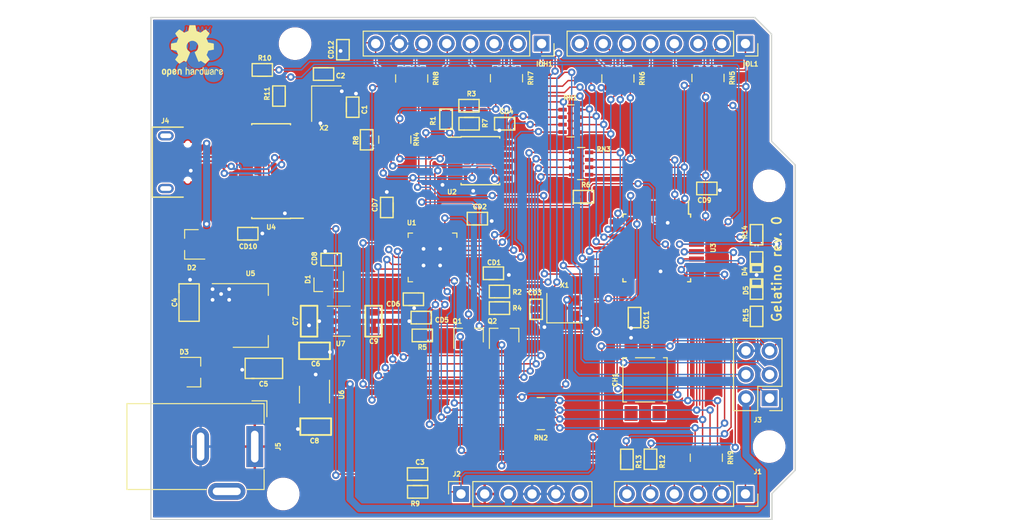
<source format=kicad_pcb>
(kicad_pcb (version 20171130) (host pcbnew 5.0.2+dfsg1-1)
  (layers (0 F.Cu signal) (31 B.Cu signal) (34 B.Paste user) (35 F.Paste user) (36 B.SilkS user) (37 F.SilkS user) (38 B.Mask user) (39 F.Mask user) (44 Edge.Cuts user))
  (net 0 "")
  (net 1 GND)
  (net 2 "Net-(C1-Pad2)")
  (net 3 "Net-(C2-Pad2)")
  (net 4 MRST)
  (net 5 DTR)
  (net 6 V+)
  (net 7 +5V)
  (net 8 +3.3V)
  (net 9 +1.2V)
  (net 10 "Net-(CD8-Pad1)")
  (net 11 "Net-(CD12-Pad1)")
  (net 12 "Net-(D2-Pad2)")
  (net 13 "Net-(D3-Pad2)")
  (net 14 "Net-(IOH1-Pad1)")
  (net 15 "Net-(IOH1-Pad2)")
  (net 16 "Net-(IOH1-Pad3)")
  (net 17 "Net-(IOH1-Pad4)")
  (net 18 "Net-(IOH1-Pad5)")
  (net 19 "Net-(IOH1-Pad6)")
  (net 20 "Net-(IOL1-Pad8)")
  (net 21 "Net-(IOL1-Pad7)")
  (net 22 "Net-(IOL1-Pad6)")
  (net 23 "Net-(IOL1-Pad5)")
  (net 24 "Net-(IOL1-Pad4)")
  (net 25 "Net-(IOL1-Pad3)")
  (net 26 "Net-(IOL1-Pad2)")
  (net 27 "Net-(IOL1-Pad1)")
  (net 28 "Net-(J1-Pad1)")
  (net 29 "Net-(J1-Pad2)")
  (net 30 "Net-(J1-Pad3)")
  (net 31 "Net-(J1-Pad4)")
  (net 32 "Net-(J1-Pad5)")
  (net 33 "Net-(J1-Pad6)")
  (net 34 MSDI)
  (net 35 MSCK)
  (net 36 MSDO)
  (net 37 USB_D+)
  (net 38 USB_D-)
  (net 39 FSS)
  (net 40 "Net-(R2-Pad2)")
  (net 41 IO8)
  (net 42 "Net-(R3-Pad2)")
  (net 43 IO9)
  (net 44 "Net-(R4-Pad2)")
  (net 45 FRST)
  (net 46 DONE)
  (net 47 "Net-(R7-Pad1)")
  (net 48 FSCK)
  (net 49 IO0)
  (net 50 "Net-(R10-Pad1)")
  (net 51 "Net-(R11-Pad1)")
  (net 52 IO1)
  (net 53 AD4)
  (net 54 AD5)
  (net 55 AD1)
  (net 56 AD2)
  (net 57 AD0)
  (net 58 AD3)
  (net 59 "Net-(RN1-Pad8)")
  (net 60 "Net-(RN1-Pad7)")
  (net 61 "Net-(RN1-Pad6)")
  (net 62 "Net-(RN1-Pad5)")
  (net 63 IO2)
  (net 64 IO3)
  (net 65 "Net-(RN2-Pad8)")
  (net 66 "Net-(RN2-Pad7)")
  (net 67 "Net-(RN2-Pad6)")
  (net 68 "Net-(RN2-Pad5)")
  (net 69 IO7)
  (net 70 IO6)
  (net 71 IO5)
  (net 72 IO4)
  (net 73 "Net-(RN3-Pad4)")
  (net 74 "Net-(RN3-Pad1)")
  (net 75 "Net-(RN3-Pad3)")
  (net 76 "Net-(RN3-Pad2)")
  (net 77 FSDO)
  (net 78 FSDI)
  (net 79 MSS)
  (net 80 AREF)
  (net 81 CLK16)
  (net 82 FSEL)
  (net 83 "Net-(D4-Pad2)")
  (net 84 "Net-(D5-Pad2)")
  (module mylib:0603_CAP (layer F.Cu) (at 89.9414 91.2495 270)
    (fp_text reference C1 (at 0.254 -1.27 270) (layer F.SilkS) (effects (font (size 0.5 0.5) (thickness 0.125))))
    (fp_text value 33pF)
    (pad 1 smd rect (at -0.75 0 270) (size 0.5 0.9) (layers F.Cu F.Paste F.Mask) (net 1 GND))
    (pad 2 smd rect (at 0.75 0 270) (size 0.5 0.9) (layers F.Cu F.Paste F.Mask) (net 2 "Net-(C1-Pad2)"))
  )
  (module mylib:0603_CAP (layer F.Cu) (at 86.8172 87.6935 180)
    (fp_text reference C2 (at -1.8288 -0.1905 180) (layer F.SilkS) (effects (font (size 0.5 0.5) (thickness 0.125))))
    (fp_text value 33pF)
    (pad 2 smd rect (at 0.75 0 180) (size 0.5 0.9) (layers F.Cu F.Paste F.Mask) (net 3 "Net-(C2-Pad2)"))
    (pad 1 smd rect (at -0.75 0 180) (size 0.5 0.9) (layers F.Cu F.Paste F.Mask) (net 1 GND))
  )
  (module mylib:0603_CAP (layer F.Cu) (at 96.901 130.556)
    (fp_text reference C3 (at 0.254 -1.27) (layer F.SilkS) (effects (font (size 0.5 0.5) (thickness 0.125))))
    (fp_text value 100nF)
    (pad 2 smd rect (at 0.75 0) (size 0.5 0.9) (layers F.Cu F.Paste F.Mask) (net 4 MRST))
    (pad 1 smd rect (at -0.75 0) (size 0.5 0.9) (layers F.Cu F.Paste F.Mask) (net 5 DTR))
  )
  (module mylib:1206_SMD (layer F.Cu) (at 72.4154 112.1664 90)
    (fp_text reference C4 (at 0 -1.5494 90) (layer F.SilkS) (effects (font (size 0.5 0.5) (thickness 0.125))))
    (fp_text value 10uF)
    (pad 2 smd rect (at 1.45 0 90) (size 0.9 1.7) (layers F.Cu F.Paste F.Mask) (net 1 GND))
    (pad 1 smd rect (at -1.45 0 90) (size 0.9 1.7) (layers F.Cu F.Paste F.Mask) (net 6 V+))
  )
  (module mylib:1206_SMD (layer F.Cu) (at 80.4164 119.2276 180)
    (fp_text reference C5 (at 0.0254 -1.6764 180) (layer F.SilkS) (effects (font (size 0.5 0.5) (thickness 0.125))))
    (fp_text value 10uF)
    (pad 1 smd rect (at -1.45 0 180) (size 0.9 1.7) (layers F.Cu F.Paste F.Mask) (net 7 +5V))
    (pad 2 smd rect (at 1.45 0 180) (size 0.9 1.7) (layers F.Cu F.Paste F.Mask) (net 1 GND))
  )
  (module mylib:0805_SMD (layer F.Cu) (at 85.852 117.348)
    (fp_text reference C6 (at 0.127 1.397 180) (layer F.SilkS) (effects (font (size 0.5 0.5) (thickness 0.125))))
    (fp_text value 1uF)
    (pad 2 smd rect (at 0.95 0) (size 0.7 1.3) (layers F.Cu F.Paste F.Mask) (net 1 GND))
    (pad 1 smd rect (at -0.95 0) (size 0.7 1.3) (layers F.Cu F.Paste F.Mask) (net 7 +5V))
  )
  (module mylib:0805_SMD (layer F.Cu) (at 85.2678 114.173 270)
    (fp_text reference C7 (at 0 1.4478 270) (layer F.SilkS) (effects (font (size 0.5 0.5) (thickness 0.125))))
    (fp_text value 1uF)
    (pad 1 smd rect (at -0.95 0 270) (size 0.7 1.3) (layers F.Cu F.Paste F.Mask) (net 7 +5V))
    (pad 2 smd rect (at 0.95 0 270) (size 0.7 1.3) (layers F.Cu F.Paste F.Mask) (net 1 GND))
  )
  (module mylib:0805_SMD (layer F.Cu) (at 85.979 125.476 180)
    (fp_text reference C8 (at 0.127 -1.524 180) (layer F.SilkS) (effects (font (size 0.5 0.5) (thickness 0.125))))
    (fp_text value 1uF)
    (pad 2 smd rect (at 0.95 0 180) (size 0.7 1.3) (layers F.Cu F.Paste F.Mask) (net 1 GND))
    (pad 1 smd rect (at -0.95 0 180) (size 0.7 1.3) (layers F.Cu F.Paste F.Mask) (net 8 +3.3V))
  )
  (module mylib:0805_SMD (layer F.Cu) (at 92.1766 114.173 270)
    (fp_text reference C9 (at 2.159 -0.0254) (layer F.SilkS) (effects (font (size 0.5 0.5) (thickness 0.125))))
    (fp_text value 1uF)
    (pad 1 smd rect (at -0.95 0 270) (size 0.7 1.3) (layers F.Cu F.Paste F.Mask) (net 9 +1.2V))
    (pad 2 smd rect (at 0.95 0 270) (size 0.7 1.3) (layers F.Cu F.Paste F.Mask) (net 1 GND))
  )
  (module mylib:0603_CAP (layer F.Cu) (at 105.029 109.0422)
    (fp_text reference CD1 (at 0.0635 -1.1557) (layer F.SilkS) (effects (font (size 0.5 0.5) (thickness 0.125))))
    (fp_text value 100nF)
    (pad 1 smd rect (at -0.75 0) (size 0.5 0.9) (layers F.Cu F.Paste F.Mask) (net 8 +3.3V))
    (pad 2 smd rect (at 0.75 0) (size 0.5 0.9) (layers F.Cu F.Paste F.Mask) (net 1 GND))
  )
  (module mylib:0603_CAP (layer F.Cu) (at 103.3145 103.1875)
    (fp_text reference CD2 (at 0.254 -1.27) (layer F.SilkS) (effects (font (size 0.5 0.5) (thickness 0.125))))
    (fp_text value 100nF)
    (pad 1 smd rect (at -0.75 0) (size 0.5 0.9) (layers F.Cu F.Paste F.Mask) (net 8 +3.3V))
    (pad 2 smd rect (at 0.75 0) (size 0.5 0.9) (layers F.Cu F.Paste F.Mask) (net 1 GND))
  )
  (module mylib:0603_CAP (layer F.Cu) (at 109.601 112.903 270)
    (fp_text reference CD3 (at -1.778 0.127) (layer F.SilkS) (effects (font (size 0.5 0.5) (thickness 0.125))))
    (fp_text value 100nF)
    (pad 2 smd rect (at 0.75 0 270) (size 0.5 0.9) (layers F.Cu F.Paste F.Mask) (net 1 GND))
    (pad 1 smd rect (at -0.75 0 270) (size 0.5 0.9) (layers F.Cu F.Paste F.Mask) (net 8 +3.3V))
  )
  (module mylib:0603_CAP (layer F.Cu) (at 106.2228 93.0148 180)
    (fp_text reference CD4 (at -0.2032 1.3208 180) (layer F.SilkS) (effects (font (size 0.5 0.5) (thickness 0.125))))
    (fp_text value 100nF)
    (pad 1 smd rect (at -0.75 0 180) (size 0.5 0.9) (layers F.Cu F.Paste F.Mask) (net 8 +3.3V))
    (pad 2 smd rect (at 0.75 0 180) (size 0.5 0.9) (layers F.Cu F.Paste F.Mask) (net 1 GND))
  )
  (module mylib:0603_CAP (layer F.Cu) (at 97.282 113.792 180)
    (fp_text reference CD5 (at -2.2225 -0.254 180) (layer F.SilkS) (effects (font (size 0.5 0.5) (thickness 0.125))))
    (fp_text value 100nF)
    (pad 2 smd rect (at 0.75 0 180) (size 0.5 0.9) (layers F.Cu F.Paste F.Mask) (net 1 GND))
    (pad 1 smd rect (at -0.75 0 180) (size 0.5 0.9) (layers F.Cu F.Paste F.Mask) (net 8 +3.3V))
  )
  (module mylib:0603_CAP (layer F.Cu) (at 96.4565 111.8235)
    (fp_text reference CD6 (at -2.159 0.508) (layer F.SilkS) (effects (font (size 0.5 0.5) (thickness 0.125))))
    (fp_text value 100nF)
    (pad 1 smd rect (at -0.75 0) (size 0.5 0.9) (layers F.Cu F.Paste F.Mask) (net 9 +1.2V))
    (pad 2 smd rect (at 0.75 0) (size 0.5 0.9) (layers F.Cu F.Paste F.Mask) (net 1 GND))
  )
  (module mylib:0603_CAP (layer F.Cu) (at 93.599 101.981 90)
    (fp_text reference CD7 (at 0.254 -1.27 90) (layer F.SilkS) (effects (font (size 0.5 0.5) (thickness 0.125))))
    (fp_text value 100nF)
    (pad 2 smd rect (at 0.75 0 90) (size 0.5 0.9) (layers F.Cu F.Paste F.Mask) (net 1 GND))
    (pad 1 smd rect (at -0.75 0 90) (size 0.5 0.9) (layers F.Cu F.Paste F.Mask) (net 8 +3.3V))
  )
  (module mylib:0603_CAP (layer F.Cu) (at 87.63 107.569 180)
    (fp_text reference CD8 (at 1.778 0.1016 270) (layer F.SilkS) (effects (font (size 0.5 0.5) (thickness 0.125))))
    (fp_text value 100nF)
    (pad 2 smd rect (at 0.75 0 180) (size 0.5 0.9) (layers F.Cu F.Paste F.Mask) (net 1 GND))
    (pad 1 smd rect (at -0.75 0 180) (size 0.5 0.9) (layers F.Cu F.Paste F.Mask) (net 10 "Net-(CD8-Pad1)"))
  )
  (module mylib:0603_CAP (layer F.Cu) (at 127.889 99.949 180)
    (fp_text reference CD9 (at 0.254 -1.27 180) (layer F.SilkS) (effects (font (size 0.5 0.5) (thickness 0.125))))
    (fp_text value 100nF)
    (pad 2 smd rect (at 0.75 0 180) (size 0.5 0.9) (layers F.Cu F.Paste F.Mask) (net 8 +3.3V))
    (pad 1 smd rect (at -0.75 0 180) (size 0.5 0.9) (layers F.Cu F.Paste F.Mask) (net 1 GND))
  )
  (module mylib:0603_CAP (layer F.Cu) (at 78.7146 104.8004)
    (fp_text reference CD10 (at 0.0254 1.3716) (layer F.SilkS) (effects (font (size 0.5 0.5) (thickness 0.125))))
    (fp_text value 100nF)
    (pad 1 smd rect (at -0.75 0) (size 0.5 0.9) (layers F.Cu F.Paste F.Mask) (net 8 +3.3V))
    (pad 2 smd rect (at 0.75 0) (size 0.5 0.9) (layers F.Cu F.Paste F.Mask) (net 1 GND))
  )
  (module mylib:0603_CAP (layer F.Cu) (at 120.142 113.792 270)
    (fp_text reference CD11 (at 0.254 -1.27 270) (layer F.SilkS) (effects (font (size 0.5 0.5) (thickness 0.125))))
    (fp_text value 100nF)
    (pad 1 smd rect (at -0.75 0 270) (size 0.5 0.9) (layers F.Cu F.Paste F.Mask) (net 8 +3.3V))
    (pad 2 smd rect (at 0.75 0 270) (size 0.5 0.9) (layers F.Cu F.Paste F.Mask) (net 1 GND))
  )
  (module mylib:0603_CAP (layer F.Cu) (at 88.9 85.09 270)
    (fp_text reference CD12 (at 0 1.27 270) (layer F.SilkS) (effects (font (size 0.5 0.5) (thickness 0.125))))
    (fp_text value 100nF)
    (pad 1 smd rect (at -0.75 0 270) (size 0.5 0.9) (layers F.Cu F.Paste F.Mask) (net 11 "Net-(CD12-Pad1)"))
    (pad 2 smd rect (at 0.75 0 270) (size 0.5 0.9) (layers F.Cu F.Paste F.Mask) (net 1 GND))
  )
  (module Button_Switch_SMD:SW_SPST_TL3305A (layer F.Cu) (at 121.2723 120.4595 90)
    (fp_text reference CH1 (at 0 -3.2 90) (layer F.SilkS) (effects (font (size 0.5 0.5) (thickness 0.125))))
    (fp_text value RESET)
    (pad 1 smd rect (at 3.6 -1.5 90) (size 1.6 1.4) (layers F.Cu F.Paste F.Mask) (net 1 GND))
    (pad 1 smd rect (at -3.6 -1.5 90) (size 1.6 1.4) (layers F.Cu F.Paste F.Mask))
    (pad 2 smd rect (at 3.6 1.5 90) (size 1.6 1.4) (layers F.Cu F.Paste F.Mask) (net 4 MRST))
    (pad 2 smd rect (at -3.6 1.5 90) (size 1.6 1.4) (layers F.Cu F.Paste F.Mask))
  )
  (module Package_TO_SOT_SMD:SOT-23 (layer F.Cu) (at 87.376 110.236 270)
    (fp_text reference D1 (at -0.5588 2.2352 270) (layer F.SilkS) (effects (font (size 0.5 0.5) (thickness 0.125))))
    (fp_text value D_Schottky_Small_ALT)
    (pad 1 smd rect (at -1 -0.95 270) (size 0.9 0.8) (layers F.Cu F.Paste F.Mask) (net 10 "Net-(CD8-Pad1)"))
    (pad 2 smd rect (at -1 0.95 270) (size 0.9 0.8) (layers F.Cu F.Paste F.Mask) (net 8 +3.3V))
    (pad 3 smd rect (at 1 0 270) (size 0.9 0.8) (layers F.Cu F.Paste F.Mask))
  )
  (module Package_TO_SOT_SMD:SOT-23 (layer F.Cu) (at 72.6948 105.9434 180)
    (fp_text reference D2 (at 0 -2.5 180) (layer F.SilkS) (effects (font (size 0.5 0.5) (thickness 0.125))))
    (fp_text value D_Schottky_Small_ALT)
    (pad 1 smd rect (at -1 -0.95 180) (size 0.9 0.8) (layers F.Cu F.Paste F.Mask) (net 7 +5V))
    (pad 2 smd rect (at -1 0.95 180) (size 0.9 0.8) (layers F.Cu F.Paste F.Mask) (net 12 "Net-(D2-Pad2)"))
    (pad 3 smd rect (at 1 0 180) (size 0.9 0.8) (layers F.Cu F.Paste F.Mask))
  )
  (module Package_TO_SOT_SMD:SOT-23 (layer F.Cu) (at 72.898 119.634)
    (fp_text reference D3 (at -1.016 -2.159 -180) (layer F.SilkS) (effects (font (size 0.5 0.5) (thickness 0.125))))
    (fp_text value D_Schottky_Small_ALT)
    (pad 3 smd rect (at 1 0) (size 0.9 0.8) (layers F.Cu F.Paste F.Mask))
    (pad 2 smd rect (at -1 0.95) (size 0.9 0.8) (layers F.Cu F.Paste F.Mask) (net 13 "Net-(D3-Pad2)"))
    (pad 1 smd rect (at -1 -0.95) (size 0.9 0.8) (layers F.Cu F.Paste F.Mask) (net 6 V+))
  )
  (module Connector_PinSocket_2.54mm:PinSocket_1x08_P2.54mm_Vertical (layer F.Cu) (at 110.1852 84.4296 270)
    (fp_text reference IOH1 (at 2.1844 -0.3048) (layer F.SilkS) (effects (font (size 0.5 0.5) (thickness 0.125))))
    (fp_text value Conn_01x08)
    (pad 1 thru_hole rect (at 0 0 270) (size 1.7 1.7) (drill 1) (layers *.Cu *.Mask) (net 14 "Net-(IOH1-Pad1)"))
    (pad 2 thru_hole oval (at 0 2.54 270) (size 1.7 1.7) (drill 1) (layers *.Cu *.Mask) (net 15 "Net-(IOH1-Pad2)"))
    (pad 3 thru_hole oval (at 0 5.08 270) (size 1.7 1.7) (drill 1) (layers *.Cu *.Mask) (net 16 "Net-(IOH1-Pad3)"))
    (pad 4 thru_hole oval (at 0 7.62 270) (size 1.7 1.7) (drill 1) (layers *.Cu *.Mask) (net 17 "Net-(IOH1-Pad4)"))
    (pad 5 thru_hole oval (at 0 10.16 270) (size 1.7 1.7) (drill 1) (layers *.Cu *.Mask) (net 18 "Net-(IOH1-Pad5)"))
    (pad 6 thru_hole oval (at 0 12.7 270) (size 1.7 1.7) (drill 1) (layers *.Cu *.Mask) (net 19 "Net-(IOH1-Pad6)"))
    (pad 7 thru_hole oval (at 0 15.24 270) (size 1.7 1.7) (drill 1) (layers *.Cu *.Mask) (net 1 GND))
    (pad 8 thru_hole oval (at 0 17.78 270) (size 1.7 1.7) (drill 1) (layers *.Cu *.Mask) (net 11 "Net-(CD12-Pad1)"))
  )
  (module Connector_PinSocket_2.54mm:PinSocket_1x08_P2.54mm_Vertical (layer F.Cu) (at 132.0292 84.4296 270)
    (fp_text reference IOL1 (at 2.1844 -0.5588) (layer F.SilkS) (effects (font (size 0.5 0.5) (thickness 0.125))))
    (fp_text value Conn_01x08)
    (pad 8 thru_hole oval (at 0 17.78 270) (size 1.7 1.7) (drill 1) (layers *.Cu *.Mask) (net 20 "Net-(IOL1-Pad8)"))
    (pad 7 thru_hole oval (at 0 15.24 270) (size 1.7 1.7) (drill 1) (layers *.Cu *.Mask) (net 21 "Net-(IOL1-Pad7)"))
    (pad 6 thru_hole oval (at 0 12.7 270) (size 1.7 1.7) (drill 1) (layers *.Cu *.Mask) (net 22 "Net-(IOL1-Pad6)"))
    (pad 5 thru_hole oval (at 0 10.16 270) (size 1.7 1.7) (drill 1) (layers *.Cu *.Mask) (net 23 "Net-(IOL1-Pad5)"))
    (pad 4 thru_hole oval (at 0 7.62 270) (size 1.7 1.7) (drill 1) (layers *.Cu *.Mask) (net 24 "Net-(IOL1-Pad4)"))
    (pad 3 thru_hole oval (at 0 5.08 270) (size 1.7 1.7) (drill 1) (layers *.Cu *.Mask) (net 25 "Net-(IOL1-Pad3)"))
    (pad 2 thru_hole oval (at 0 2.54 270) (size 1.7 1.7) (drill 1) (layers *.Cu *.Mask) (net 26 "Net-(IOL1-Pad2)"))
    (pad 1 thru_hole rect (at 0 0 270) (size 1.7 1.7) (drill 1) (layers *.Cu *.Mask) (net 27 "Net-(IOL1-Pad1)"))
  )
  (module Connector_PinSocket_2.54mm:PinSocket_1x06_P2.54mm_Vertical (layer F.Cu) (at 132.0292 132.6896 270)
    (fp_text reference J1 (at -2.3876 -1.3208) (layer F.SilkS) (effects (font (size 0.5 0.5) (thickness 0.125))))
    (fp_text value AD)
    (pad 1 thru_hole rect (at 0 0 270) (size 1.7 1.7) (drill 1) (layers *.Cu *.Mask) (net 28 "Net-(J1-Pad1)"))
    (pad 2 thru_hole oval (at 0 2.54 270) (size 1.7 1.7) (drill 1) (layers *.Cu *.Mask) (net 29 "Net-(J1-Pad2)"))
    (pad 3 thru_hole oval (at 0 5.08 270) (size 1.7 1.7) (drill 1) (layers *.Cu *.Mask) (net 30 "Net-(J1-Pad3)"))
    (pad 4 thru_hole oval (at 0 7.62 270) (size 1.7 1.7) (drill 1) (layers *.Cu *.Mask) (net 31 "Net-(J1-Pad4)"))
    (pad 5 thru_hole oval (at 0 10.16 270) (size 1.7 1.7) (drill 1) (layers *.Cu *.Mask) (net 32 "Net-(J1-Pad5)"))
    (pad 6 thru_hole oval (at 0 12.7 270) (size 1.7 1.7) (drill 1) (layers *.Cu *.Mask) (net 33 "Net-(J1-Pad6)"))
  )
  (module Connector_PinSocket_2.54mm:PinSocket_1x06_P2.54mm_Vertical (layer F.Cu) (at 101.5492 132.6896 90)
    (fp_text reference J2 (at 2.1336 -0.4572 180) (layer F.SilkS) (effects (font (size 0.5 0.5) (thickness 0.125))))
    (fp_text value PWR)
    (pad 6 thru_hole oval (at 0 12.7 90) (size 1.7 1.7) (drill 1) (layers *.Cu *.Mask))
    (pad 5 thru_hole oval (at 0 10.16 90) (size 1.7 1.7) (drill 1) (layers *.Cu *.Mask) (net 1 GND))
    (pad 4 thru_hole oval (at 0 7.62 90) (size 1.7 1.7) (drill 1) (layers *.Cu *.Mask) (net 1 GND))
    (pad 3 thru_hole oval (at 0 5.08 90) (size 1.7 1.7) (drill 1) (layers *.Cu *.Mask) (net 7 +5V))
    (pad 2 thru_hole oval (at 0 2.54 90) (size 1.7 1.7) (drill 1) (layers *.Cu *.Mask) (net 8 +3.3V))
    (pad 1 thru_hole rect (at 0 0 90) (size 1.7 1.7) (drill 1) (layers *.Cu *.Mask) (net 4 MRST))
  )
  (module Connector_PinHeader_2.54mm:PinHeader_2x03_P2.54mm_Vertical (layer F.Cu) (at 134.62 122.428 180)
    (fp_text reference J3 (at 1.27 -2.33 180) (layer F.SilkS) (effects (font (size 0.5 0.5) (thickness 0.125))))
    (fp_text value ICSP)
    (pad 1 thru_hole rect (at 0 0 180) (size 1.7 1.7) (drill 1) (layers *.Cu *.Mask) (net 34 MSDI))
    (pad 2 thru_hole oval (at 2.54 0 180) (size 1.7 1.7) (drill 1) (layers *.Cu *.Mask) (net 7 +5V))
    (pad 3 thru_hole oval (at 0 2.54 180) (size 1.7 1.7) (drill 1) (layers *.Cu *.Mask) (net 35 MSCK))
    (pad 4 thru_hole oval (at 2.54 2.54 180) (size 1.7 1.7) (drill 1) (layers *.Cu *.Mask) (net 36 MSDO))
    (pad 5 thru_hole oval (at 0 5.08 180) (size 1.7 1.7) (drill 1) (layers *.Cu *.Mask) (net 4 MRST))
    (pad 6 thru_hole oval (at 2.54 5.08 180) (size 1.7 1.7) (drill 1) (layers *.Cu *.Mask) (net 1 GND))
  )
  (module mylib:USB-Micro-LCSC (layer F.Cu) (at 72.5932 97.1296 270)
    (fp_text reference J4 (at -4.4196 2.7432) (layer F.SilkS) (effects (font (size 0.5 0.5) (thickness 0.125))))
    (fp_text value USB)
    (pad 3 smd rect (at 0 0 270) (size 0.4 1.35) (layers F.Cu F.Paste F.Mask) (net 37 USB_D+))
    (pad 2 smd rect (at -0.65 0 270) (size 0.4 1.35) (layers F.Cu F.Paste F.Mask) (net 38 USB_D-))
    (pad 1 smd rect (at -1.3 0 270) (size 0.4 1.35) (layers F.Cu F.Paste F.Mask) (net 12 "Net-(D2-Pad2)"))
    (pad 4 smd rect (at 0.65 0 270) (size 0.4 1.35) (layers F.Cu F.Paste F.Mask) (net 1 GND))
    (pad 5 smd rect (at 1.3 0 270) (size 0.4 1.35) (layers F.Cu F.Paste F.Mask) (net 1 GND))
    (pad "" smd rect (at 3.1 0.125 270) (size 2.1 1.6) (layers F.Cu F.Paste F.Mask))
    (pad "" smd rect (at -3.1 0.125 270) (size 2.1 1.6) (layers F.Cu F.Paste F.Mask))
    (pad "" thru_hole oval (at 2.826 2.675 270) (size 1 1.7) (drill oval 0.5 1.2) (layers *.Cu *.Mask))
    (pad "" thru_hole oval (at -2.825 2.675 270) (size 1 1.7) (drill oval 0.5 1.2) (layers *.Cu *.Mask))
    (pad "" smd rect (at 1.2 2.675 270) (size 1.9 1.9) (layers F.Cu F.Paste F.Mask))
    (pad "" smd rect (at -1.2 2.675 270) (size 1.9 1.9) (layers F.Cu F.Paste F.Mask))
    (pad "" np_thru_hole circle (at 2 0.325 270) (size 0.6 0.6) (drill 0.6) (layers *.Cu *.Mask))
    (pad "" np_thru_hole circle (at -2 0.325 270) (size 0.6 0.6) (drill 0.6) (layers *.Cu *.Mask))
  )
  (module Connector_BarrelJack:BarrelJack_Wuerth_6941xx301002 (layer F.Cu) (at 79.4512 127.6096 270)
    (fp_text reference J5 (at 0 -2.5 270) (layer F.SilkS) (effects (font (size 0.5 0.5) (thickness 0.125))))
    (fp_text value POWER)
    (pad 3 thru_hole oval (at 4.8 3) (size 4 1.8) (drill oval 3 0.8) (layers *.Cu *.Mask))
    (pad 2 thru_hole oval (at 0 5.8 270) (size 4 1.8) (drill oval 3 0.8) (layers *.Cu *.Mask) (net 1 GND))
    (pad 1 thru_hole rect (at 0 0 270) (size 4.4 1.8) (drill oval 3.4 0.8) (layers *.Cu *.Mask) (net 13 "Net-(D3-Pad2)"))
  )
  (module Package_TO_SOT_SMD:SOT-23 (layer F.Cu) (at 102.362 115.697 90)
    (fp_text reference Q1 (at 1.524 -1.2065 180) (layer F.SilkS) (effects (font (size 0.5 0.5) (thickness 0.125))))
    (fp_text value NMOS)
    (pad G smd rect (at -1 -0.95 90) (size 0.9 0.8) (layers F.Cu F.Paste F.Mask) (net 54 AD5))
    (pad S smd rect (at -1 0.95 90) (size 0.9 0.8) (layers F.Cu F.Paste F.Mask) (net 82 FSEL))
    (pad D smd rect (at 1 0 90) (size 0.9 0.8) (layers F.Cu F.Paste F.Mask) (net 45 FRST))
  )
  (module Package_TO_SOT_SMD:SOT-23 (layer F.Cu) (at 106.172 115.697 90)
    (fp_text reference Q2 (at 1.524 -1.27 180) (layer F.SilkS) (effects (font (size 0.5 0.5) (thickness 0.125))))
    (fp_text value NMOS)
    (pad D smd rect (at 1 0 90) (size 0.9 0.8) (layers F.Cu F.Paste F.Mask) (net 39 FSS))
    (pad S smd rect (at -1 0.95 90) (size 0.9 0.8) (layers F.Cu F.Paste F.Mask) (net 82 FSEL))
    (pad G smd rect (at -1 -0.95 90) (size 0.9 0.8) (layers F.Cu F.Paste F.Mask) (net 53 AD4))
  )
  (module mylib:0603_RES (layer F.Cu) (at 99.949 92.5322 270)
    (fp_text reference R1 (at 0.1778 1.397 270) (layer F.SilkS) (effects (font (size 0.5 0.5) (thickness 0.125))))
    (fp_text value 10k)
    (pad 2 smd rect (at 0.75 0 270) (size 0.5 0.9) (layers F.Cu F.Paste F.Mask) (net 39 FSS))
    (pad 1 smd rect (at -0.75 0 270) (size 0.5 0.9) (layers F.Cu F.Paste F.Mask) (net 8 +3.3V))
  )
  (module mylib:0603_RES (layer F.Cu) (at 105.664 110.998 180)
    (fp_text reference R2 (at -1.905 -0.0635 180) (layer F.SilkS) (effects (font (size 0.5 0.5) (thickness 0.125))))
    (fp_text value 100)
    (pad 2 smd rect (at 0.75 0 180) (size 0.5 0.9) (layers F.Cu F.Paste F.Mask) (net 40 "Net-(R2-Pad2)"))
    (pad 1 smd rect (at -0.75 0 180) (size 0.5 0.9) (layers F.Cu F.Paste F.Mask) (net 49 IO0))
  )
  (module mylib:0603_RES (layer F.Cu) (at 102.4128 91.0844)
    (fp_text reference R3 (at 0.254 -1.27) (layer F.SilkS) (effects (font (size 0.5 0.5) (thickness 0.125))))
    (fp_text value 10k)
    (pad 1 smd rect (at -0.75 0) (size 0.5 0.9) (layers F.Cu F.Paste F.Mask) (net 8 +3.3V))
    (pad 2 smd rect (at 0.75 0) (size 0.5 0.9) (layers F.Cu F.Paste F.Mask) (net 42 "Net-(R3-Pad2)"))
  )
  (module mylib:0603_RES (layer F.Cu) (at 105.664 112.776 180)
    (fp_text reference R4 (at -1.905 0 180) (layer F.SilkS) (effects (font (size 0.5 0.5) (thickness 0.125))))
    (fp_text value 100)
    (pad 1 smd rect (at -0.75 0 180) (size 0.5 0.9) (layers F.Cu F.Paste F.Mask) (net 52 IO1))
    (pad 2 smd rect (at 0.75 0 180) (size 0.5 0.9) (layers F.Cu F.Paste F.Mask) (net 44 "Net-(R4-Pad2)"))
  )
  (module mylib:0603_RES (layer F.Cu) (at 97.409 115.697)
    (fp_text reference R5 (at 0 1.27) (layer F.SilkS) (effects (font (size 0.5 0.5) (thickness 0.125))))
    (fp_text value 10k)
    (pad 1 smd rect (at -0.75 0) (size 0.5 0.9) (layers F.Cu F.Paste F.Mask) (net 8 +3.3V))
    (pad 2 smd rect (at 0.75 0) (size 0.5 0.9) (layers F.Cu F.Paste F.Mask) (net 45 FRST))
  )
  (module mylib:0603_RES (layer F.Cu) (at 114.681 100.838)
    (fp_text reference R6 (at 0.254 -1.27) (layer F.SilkS) (effects (font (size 0.5 0.5) (thickness 0.125))))
    (fp_text value 10k)
    (pad 2 smd rect (at 0.75 0) (size 0.5 0.9) (layers F.Cu F.Paste F.Mask) (net 46 DONE))
    (pad 1 smd rect (at -0.75 0) (size 0.5 0.9) (layers F.Cu F.Paste F.Mask) (net 8 +3.3V))
  )
  (module mylib:0603_RES (layer F.Cu) (at 102.4128 93.0148 180)
    (fp_text reference R7 (at -1.7272 0.0508 270) (layer F.SilkS) (effects (font (size 0.5 0.5) (thickness 0.125))))
    (fp_text value 10k)
    (pad 2 smd rect (at 0.75 0 180) (size 0.5 0.9) (layers F.Cu F.Paste F.Mask) (net 8 +3.3V))
    (pad 1 smd rect (at -0.75 0 180) (size 0.5 0.9) (layers F.Cu F.Paste F.Mask) (net 47 "Net-(R7-Pad1)"))
  )
  (module mylib:0603_RES (layer F.Cu) (at 91.44 94.742 270)
    (fp_text reference R8 (at 0.0635 1.143 270) (layer F.SilkS) (effects (font (size 0.5 0.5) (thickness 0.125))))
    (fp_text value 10k)
    (pad 1 smd rect (at -0.75 0 270) (size 0.5 0.9) (layers F.Cu F.Paste F.Mask) (net 8 +3.3V))
    (pad 2 smd rect (at 0.75 0 270) (size 0.5 0.9) (layers F.Cu F.Paste F.Mask) (net 48 FSCK))
  )
  (module mylib:0603_RES (layer F.Cu) (at 96.901 132.461 180)
    (fp_text reference R9 (at 0.254 -1.27 180) (layer F.SilkS) (effects (font (size 0.5 0.5) (thickness 0.125))))
    (fp_text value 10k)
    (pad 1 smd rect (at -0.75 0 180) (size 0.5 0.9) (layers F.Cu F.Paste F.Mask) (net 4 MRST))
    (pad 2 smd rect (at 0.75 0 180) (size 0.5 0.9) (layers F.Cu F.Paste F.Mask) (net 8 +3.3V))
  )
  (module mylib:0603_RES (layer F.Cu) (at 80.264 87.249)
    (fp_text reference R10 (at 0.254 -1.27) (layer F.SilkS) (effects (font (size 0.5 0.5) (thickness 0.125))))
    (fp_text value 1k)
    (pad 2 smd rect (at 0.75 0) (size 0.5 0.9) (layers F.Cu F.Paste F.Mask) (net 49 IO0))
    (pad 1 smd rect (at -0.75 0) (size 0.5 0.9) (layers F.Cu F.Paste F.Mask) (net 50 "Net-(R10-Pad1)"))
  )
  (module mylib:0603_RES (layer F.Cu) (at 82.042 90.043 90)
    (fp_text reference R11 (at 0.254 -1.27 90) (layer F.SilkS) (effects (font (size 0.5 0.5) (thickness 0.125))))
    (fp_text value 1k)
    (pad 1 smd rect (at -0.75 0 90) (size 0.5 0.9) (layers F.Cu F.Paste F.Mask) (net 51 "Net-(R11-Pad1)"))
    (pad 2 smd rect (at 0.75 0 90) (size 0.5 0.9) (layers F.Cu F.Paste F.Mask) (net 52 IO1))
  )
  (module mylib:0603_RES (layer F.Cu) (at 121.8565 128.9685 270)
    (fp_text reference R12 (at 0.254 -1.27 270) (layer F.SilkS) (effects (font (size 0.5 0.5) (thickness 0.125))))
    (fp_text value 1k)
    (pad 2 smd rect (at 0.75 0 270) (size 0.5 0.9) (layers F.Cu F.Paste F.Mask) (net 32 "Net-(J1-Pad5)"))
    (pad 1 smd rect (at -0.75 0 270) (size 0.5 0.9) (layers F.Cu F.Paste F.Mask) (net 53 AD4))
  )
  (module mylib:0603_RES (layer F.Cu) (at 119.3292 128.9812 270)
    (fp_text reference R13 (at 0.254 -1.27 270) (layer F.SilkS) (effects (font (size 0.5 0.5) (thickness 0.125))))
    (fp_text value 1k)
    (pad 1 smd rect (at -0.75 0 270) (size 0.5 0.9) (layers F.Cu F.Paste F.Mask) (net 54 AD5))
    (pad 2 smd rect (at 0.75 0 270) (size 0.5 0.9) (layers F.Cu F.Paste F.Mask) (net 33 "Net-(J1-Pad6)"))
  )
  (module Resistor_SMD:R_Array_Concave_4x0603 (layer F.Cu) (at 113.284 92.71 180)
    (fp_text reference RN1 (at 0 2.4638 180) (layer F.SilkS) (effects (font (size 0.5 0.5) (thickness 0.125))))
    (fp_text value 100)
    (pad 2 smd rect (at -0.85 -0.4 180) (size 0.9 0.4) (layers F.Cu F.Paste F.Mask) (net 69 IO7))
    (pad 3 smd rect (at -0.85 0.4 180) (size 0.9 0.4) (layers F.Cu F.Paste F.Mask) (net 41 IO8))
    (pad 1 smd rect (at -0.85 -1.2 180) (size 0.9 0.4) (layers F.Cu F.Paste F.Mask) (net 70 IO6))
    (pad 4 smd rect (at -0.85 1.2 180) (size 0.9 0.4) (layers F.Cu F.Paste F.Mask) (net 43 IO9))
    (pad 8 smd rect (at 0.85 -1.2 180) (size 0.9 0.4) (layers F.Cu F.Paste F.Mask) (net 59 "Net-(RN1-Pad8)"))
    (pad 7 smd rect (at 0.85 -0.4 180) (size 0.9 0.4) (layers F.Cu F.Paste F.Mask) (net 60 "Net-(RN1-Pad7)"))
    (pad 6 smd rect (at 0.85 0.4 180) (size 0.9 0.4) (layers F.Cu F.Paste F.Mask) (net 61 "Net-(RN1-Pad6)"))
    (pad 5 smd rect (at 0.85 1.2 180) (size 0.9 0.4) (layers F.Cu F.Paste F.Mask) (net 62 "Net-(RN1-Pad5)"))
  )
  (module Resistor_SMD:R_Array_Concave_4x0603 (layer F.Cu) (at 110.109 124.079 180)
    (fp_text reference RN2 (at 0 -2.6 180) (layer F.SilkS) (effects (font (size 0.5 0.5) (thickness 0.125))))
    (fp_text value 100)
    (pad 2 smd rect (at -0.85 -0.4 180) (size 0.9 0.4) (layers F.Cu F.Paste F.Mask) (net 56 AD2))
    (pad 3 smd rect (at -0.85 0.4 180) (size 0.9 0.4) (layers F.Cu F.Paste F.Mask) (net 55 AD1))
    (pad 1 smd rect (at -0.85 -1.2 180) (size 0.9 0.4) (layers F.Cu F.Paste F.Mask) (net 58 AD3))
    (pad 4 smd rect (at -0.85 1.2 180) (size 0.9 0.4) (layers F.Cu F.Paste F.Mask) (net 57 AD0))
    (pad 8 smd rect (at 0.85 -1.2 180) (size 0.9 0.4) (layers F.Cu F.Paste F.Mask) (net 65 "Net-(RN2-Pad8)"))
    (pad 7 smd rect (at 0.85 -0.4 180) (size 0.9 0.4) (layers F.Cu F.Paste F.Mask) (net 66 "Net-(RN2-Pad7)"))
    (pad 6 smd rect (at 0.85 0.4 180) (size 0.9 0.4) (layers F.Cu F.Paste F.Mask) (net 67 "Net-(RN2-Pad6)"))
    (pad 5 smd rect (at 0.85 1.2 180) (size 0.9 0.4) (layers F.Cu F.Paste F.Mask) (net 68 "Net-(RN2-Pad5)"))
  )
  (module Resistor_SMD:R_Array_Concave_4x0603 (layer F.Cu) (at 114.427 97.282)
    (fp_text reference RN3 (at 2.413 -1.524) (layer F.SilkS) (effects (font (size 0.5 0.5) (thickness 0.125))))
    (fp_text value 100)
    (pad 5 smd rect (at 0.85 1.2) (size 0.9 0.4) (layers F.Cu F.Paste F.Mask) (net 63 IO2))
    (pad 6 smd rect (at 0.85 0.4) (size 0.9 0.4) (layers F.Cu F.Paste F.Mask) (net 64 IO3))
    (pad 7 smd rect (at 0.85 -0.4) (size 0.9 0.4) (layers F.Cu F.Paste F.Mask) (net 72 IO4))
    (pad 8 smd rect (at 0.85 -1.2) (size 0.9 0.4) (layers F.Cu F.Paste F.Mask) (net 71 IO5))
    (pad 4 smd rect (at -0.85 1.2) (size 0.9 0.4) (layers F.Cu F.Paste F.Mask) (net 73 "Net-(RN3-Pad4)"))
    (pad 1 smd rect (at -0.85 -1.2) (size 0.9 0.4) (layers F.Cu F.Paste F.Mask) (net 74 "Net-(RN3-Pad1)"))
    (pad 3 smd rect (at -0.85 0.4) (size 0.9 0.4) (layers F.Cu F.Paste F.Mask) (net 75 "Net-(RN3-Pad3)"))
    (pad 2 smd rect (at -0.85 -0.4) (size 0.9 0.4) (layers F.Cu F.Paste F.Mask) (net 76 "Net-(RN3-Pad2)"))
  )
  (module Resistor_SMD:R_Array_Concave_4x0603 (layer F.Cu) (at 94.4564 94.7175 90)
    (fp_text reference RN4 (at 0.039 2.3176 90) (layer F.SilkS) (effects (font (size 0.5 0.5) (thickness 0.125))))
    (fp_text value 100)
    (pad 2 smd rect (at -0.85 -0.4 90) (size 0.9 0.4) (layers F.Cu F.Paste F.Mask) (net 77 FSDO))
    (pad 3 smd rect (at -0.85 0.4 90) (size 0.9 0.4) (layers F.Cu F.Paste F.Mask) (net 78 FSDI))
    (pad 1 smd rect (at -0.85 -1.2 90) (size 0.9 0.4) (layers F.Cu F.Paste F.Mask) (net 48 FSCK))
    (pad 4 smd rect (at -0.85 1.2 90) (size 0.9 0.4) (layers F.Cu F.Paste F.Mask))
    (pad 8 smd rect (at 0.85 -1.2 90) (size 0.9 0.4) (layers F.Cu F.Paste F.Mask) (net 35 MSCK))
    (pad 7 smd rect (at 0.85 -0.4 90) (size 0.9 0.4) (layers F.Cu F.Paste F.Mask) (net 34 MSDI))
    (pad 6 smd rect (at 0.85 0.4 90) (size 0.9 0.4) (layers F.Cu F.Paste F.Mask) (net 36 MSDO))
    (pad 5 smd rect (at 0.85 1.2 90) (size 0.9 0.4) (layers F.Cu F.Paste F.Mask))
  )
  (module Resistor_SMD:R_Array_Concave_4x0603 (layer F.Cu) (at 128.016 88.1126 270)
    (fp_text reference RN5 (at 0 -2.6 270) (layer F.SilkS) (effects (font (size 0.5 0.5) (thickness 0.125))))
    (fp_text value 1k)
    (pad 5 smd rect (at 0.85 1.2 270) (size 0.9 0.4) (layers F.Cu F.Paste F.Mask) (net 64 IO3))
    (pad 6 smd rect (at 0.85 0.4 270) (size 0.9 0.4) (layers F.Cu F.Paste F.Mask) (net 63 IO2))
    (pad 7 smd rect (at 0.85 -0.4 270) (size 0.9 0.4) (layers F.Cu F.Paste F.Mask) (net 52 IO1))
    (pad 8 smd rect (at 0.85 -1.2 270) (size 0.9 0.4) (layers F.Cu F.Paste F.Mask) (net 49 IO0))
    (pad 4 smd rect (at -0.85 1.2 270) (size 0.9 0.4) (layers F.Cu F.Paste F.Mask) (net 24 "Net-(IOL1-Pad4)"))
    (pad 1 smd rect (at -0.85 -1.2 270) (size 0.9 0.4) (layers F.Cu F.Paste F.Mask) (net 27 "Net-(IOL1-Pad1)"))
    (pad 3 smd rect (at -0.85 0.4 270) (size 0.9 0.4) (layers F.Cu F.Paste F.Mask) (net 25 "Net-(IOL1-Pad3)"))
    (pad 2 smd rect (at -0.85 -0.4 270) (size 0.9 0.4) (layers F.Cu F.Paste F.Mask) (net 26 "Net-(IOL1-Pad2)"))
  )
  (module Resistor_SMD:R_Array_Concave_4x0603 (layer F.Cu) (at 118.364 88.1634 270)
    (fp_text reference RN6 (at 0 -2.6 270) (layer F.SilkS) (effects (font (size 0.5 0.5) (thickness 0.125))))
    (fp_text value 1k)
    (pad 2 smd rect (at -0.85 -0.4 270) (size 0.9 0.4) (layers F.Cu F.Paste F.Mask) (net 22 "Net-(IOL1-Pad6)"))
    (pad 3 smd rect (at -0.85 0.4 270) (size 0.9 0.4) (layers F.Cu F.Paste F.Mask) (net 21 "Net-(IOL1-Pad7)"))
    (pad 1 smd rect (at -0.85 -1.2 270) (size 0.9 0.4) (layers F.Cu F.Paste F.Mask) (net 23 "Net-(IOL1-Pad5)"))
    (pad 4 smd rect (at -0.85 1.2 270) (size 0.9 0.4) (layers F.Cu F.Paste F.Mask) (net 20 "Net-(IOL1-Pad8)"))
    (pad 8 smd rect (at 0.85 -1.2 270) (size 0.9 0.4) (layers F.Cu F.Paste F.Mask) (net 72 IO4))
    (pad 7 smd rect (at 0.85 -0.4 270) (size 0.9 0.4) (layers F.Cu F.Paste F.Mask) (net 71 IO5))
    (pad 6 smd rect (at 0.85 0.4 270) (size 0.9 0.4) (layers F.Cu F.Paste F.Mask) (net 70 IO6))
    (pad 5 smd rect (at 0.85 1.2 270) (size 0.9 0.4) (layers F.Cu F.Paste F.Mask) (net 69 IO7))
  )
  (module Resistor_SMD:R_Array_Concave_4x0603 (layer F.Cu) (at 106.426 88.138 270)
    (fp_text reference RN7 (at 0 -2.6 270) (layer F.SilkS) (effects (font (size 0.5 0.5) (thickness 0.125))))
    (fp_text value 1k)
    (pad 5 smd rect (at 0.85 1.2 270) (size 0.9 0.4) (layers F.Cu F.Paste F.Mask) (net 36 MSDO))
    (pad 6 smd rect (at 0.85 0.4 270) (size 0.9 0.4) (layers F.Cu F.Paste F.Mask) (net 79 MSS))
    (pad 7 smd rect (at 0.85 -0.4 270) (size 0.9 0.4) (layers F.Cu F.Paste F.Mask) (net 43 IO9))
    (pad 8 smd rect (at 0.85 -1.2 270) (size 0.9 0.4) (layers F.Cu F.Paste F.Mask) (net 41 IO8))
    (pad 4 smd rect (at -0.85 1.2 270) (size 0.9 0.4) (layers F.Cu F.Paste F.Mask) (net 17 "Net-(IOH1-Pad4)"))
    (pad 1 smd rect (at -0.85 -1.2 270) (size 0.9 0.4) (layers F.Cu F.Paste F.Mask) (net 14 "Net-(IOH1-Pad1)"))
    (pad 3 smd rect (at -0.85 0.4 270) (size 0.9 0.4) (layers F.Cu F.Paste F.Mask) (net 16 "Net-(IOH1-Pad3)"))
    (pad 2 smd rect (at -0.85 -0.4 270) (size 0.9 0.4) (layers F.Cu F.Paste F.Mask) (net 15 "Net-(IOH1-Pad2)"))
  )
  (module Resistor_SMD:R_Array_Concave_4x0603 (layer F.Cu) (at 96.266 88.1634 270)
    (fp_text reference RN8 (at 0 -2.6 270) (layer F.SilkS) (effects (font (size 0.5 0.5) (thickness 0.125))))
    (fp_text value 1k)
    (pad 5 smd rect (at 0.85 1.2 270) (size 0.9 0.4) (layers F.Cu F.Paste F.Mask) (net 80 AREF))
    (pad 6 smd rect (at 0.85 0.4 270) (size 0.9 0.4) (layers F.Cu F.Paste F.Mask))
    (pad 7 smd rect (at 0.85 -0.4 270) (size 0.9 0.4) (layers F.Cu F.Paste F.Mask) (net 35 MSCK))
    (pad 8 smd rect (at 0.85 -1.2 270) (size 0.9 0.4) (layers F.Cu F.Paste F.Mask) (net 34 MSDI))
    (pad 4 smd rect (at -0.85 1.2 270) (size 0.9 0.4) (layers F.Cu F.Paste F.Mask) (net 11 "Net-(CD12-Pad1)"))
    (pad 1 smd rect (at -0.85 -1.2 270) (size 0.9 0.4) (layers F.Cu F.Paste F.Mask) (net 18 "Net-(IOH1-Pad5)"))
    (pad 3 smd rect (at -0.85 0.4 270) (size 0.9 0.4) (layers F.Cu F.Paste F.Mask))
    (pad 2 smd rect (at -0.85 -0.4 270) (size 0.9 0.4) (layers F.Cu F.Paste F.Mask) (net 19 "Net-(IOH1-Pad6)"))
  )
  (module Resistor_SMD:R_Array_Concave_4x0603 (layer F.Cu) (at 127.8382 128.8034 270)
    (fp_text reference RN9 (at 0 -2.6 270) (layer F.SilkS) (effects (font (size 0.5 0.5) (thickness 0.125))))
    (fp_text value 1k)
    (pad 2 smd rect (at -0.85 -0.4 270) (size 0.9 0.4) (layers F.Cu F.Paste F.Mask) (net 55 AD1))
    (pad 3 smd rect (at -0.85 0.4 270) (size 0.9 0.4) (layers F.Cu F.Paste F.Mask) (net 56 AD2))
    (pad 1 smd rect (at -0.85 -1.2 270) (size 0.9 0.4) (layers F.Cu F.Paste F.Mask) (net 57 AD0))
    (pad 4 smd rect (at -0.85 1.2 270) (size 0.9 0.4) (layers F.Cu F.Paste F.Mask) (net 58 AD3))
    (pad 8 smd rect (at 0.85 -1.2 270) (size 0.9 0.4) (layers F.Cu F.Paste F.Mask) (net 28 "Net-(J1-Pad1)"))
    (pad 7 smd rect (at 0.85 -0.4 270) (size 0.9 0.4) (layers F.Cu F.Paste F.Mask) (net 29 "Net-(J1-Pad2)"))
    (pad 6 smd rect (at 0.85 0.4 270) (size 0.9 0.4) (layers F.Cu F.Paste F.Mask) (net 30 "Net-(J1-Pad3)"))
    (pad 5 smd rect (at 0.85 1.2 270) (size 0.9 0.4) (layers F.Cu F.Paste F.Mask) (net 31 "Net-(J1-Pad4)"))
  )
  (module Package_DFN_QFN:QFN-32-1EP_5x5mm_P0.5mm_EP3.1x3.1mm (layer F.Cu) (at 98.5012 107.3404 180)
    (fp_text reference U1 (at 2.2352 3.7084 180) (layer F.SilkS) (effects (font (size 0.5 0.5) (thickness 0.125))))
    (fp_text value iCE40LP384)
    (pad 33 smd roundrect (at 0 0 180) (size 3.1 3.1) (layers F.Cu F.Mask) (roundrect_rratio 0.081) (net 1 GND))
    (pad 1 smd roundrect (at -2.4375 -1.75 180) (size 0.875 0.25) (layers F.Cu F.Paste F.Mask) (net 44 "Net-(R4-Pad2)"))
    (pad 2 smd roundrect (at -2.4375 -1.25 180) (size 0.875 0.25) (layers F.Cu F.Paste F.Mask) (net 40 "Net-(R2-Pad2)"))
    (pad 3 smd roundrect (at -2.4375 -0.75 180) (size 0.875 0.25) (layers F.Cu F.Paste F.Mask) (net 1 GND))
    (pad 4 smd roundrect (at -2.4375 -0.25 180) (size 0.875 0.25) (layers F.Cu F.Paste F.Mask) (net 8 +3.3V))
    (pad 5 smd roundrect (at -2.4375 0.25 180) (size 0.875 0.25) (layers F.Cu F.Paste F.Mask) (net 59 "Net-(RN1-Pad8)"))
    (pad 6 smd roundrect (at -2.4375 0.75 180) (size 0.875 0.25) (layers F.Cu F.Paste F.Mask) (net 60 "Net-(RN1-Pad7)"))
    (pad 7 smd roundrect (at -2.4375 1.25 180) (size 0.875 0.25) (layers F.Cu F.Paste F.Mask) (net 61 "Net-(RN1-Pad6)"))
    (pad 8 smd roundrect (at -2.4375 1.75 180) (size 0.875 0.25) (layers F.Cu F.Paste F.Mask) (net 62 "Net-(RN1-Pad5)"))
    (pad 9 smd roundrect (at -1.75 2.4375 180) (size 0.25 0.875) (layers F.Cu F.Paste F.Mask) (net 8 +3.3V))
    (pad 10 smd roundrect (at -1.25 2.4375 180) (size 0.25 0.875) (layers F.Cu F.Paste F.Mask) (net 45 FRST))
    (pad 11 smd roundrect (at -0.75 2.4375 180) (size 0.25 0.875) (layers F.Cu F.Paste F.Mask) (net 46 DONE))
    (pad 12 smd roundrect (at -0.25 2.4375 180) (size 0.25 0.875) (layers F.Cu F.Paste F.Mask) (net 77 FSDO))
    (pad 13 smd roundrect (at 0.25 2.4375 180) (size 0.25 0.875) (layers F.Cu F.Paste F.Mask) (net 78 FSDI))
    (pad 14 smd roundrect (at 0.75 2.4375 180) (size 0.25 0.875) (layers F.Cu F.Paste F.Mask) (net 39 FSS))
    (pad 15 smd roundrect (at 1.25 2.4375 180) (size 0.25 0.875) (layers F.Cu F.Paste F.Mask) (net 48 FSCK))
    (pad 16 smd roundrect (at 1.75 2.4375 180) (size 0.25 0.875) (layers F.Cu F.Paste F.Mask) (net 8 +3.3V))
    (pad 17 smd roundrect (at 2.4375 1.75 180) (size 0.875 0.25) (layers F.Cu F.Paste F.Mask) (net 8 +3.3V))
    (pad 18 smd roundrect (at 2.4375 1.25 180) (size 0.875 0.25) (layers F.Cu F.Paste F.Mask) (net 81 CLK16))
    (pad 19 smd roundrect (at 2.4375 0.75 180) (size 0.875 0.25) (layers F.Cu F.Paste F.Mask) (net 73 "Net-(RN3-Pad4)"))
    (pad 20 smd roundrect (at 2.4375 0.25 180) (size 0.875 0.25) (layers F.Cu F.Paste F.Mask) (net 75 "Net-(RN3-Pad3)"))
    (pad 21 smd roundrect (at 2.4375 -0.25 180) (size 0.875 0.25) (layers F.Cu F.Paste F.Mask) (net 1 GND))
    (pad 22 smd roundrect (at 2.4375 -0.75 180) (size 0.875 0.25) (layers F.Cu F.Paste F.Mask) (net 76 "Net-(RN3-Pad2)"))
    (pad 23 smd roundrect (at 2.4375 -1.25 180) (size 0.875 0.25) (layers F.Cu F.Paste F.Mask) (net 74 "Net-(RN3-Pad1)"))
    (pad 24 smd roundrect (at 2.4375 -1.75 180) (size 0.875 0.25) (layers F.Cu F.Paste F.Mask) (net 10 "Net-(CD8-Pad1)"))
    (pad 25 smd roundrect (at 1.75 -2.4375 180) (size 0.25 0.875) (layers F.Cu F.Paste F.Mask) (net 9 +1.2V))
    (pad 26 smd roundrect (at 1.25 -2.4375 180) (size 0.25 0.875) (layers F.Cu F.Paste F.Mask))
    (pad 27 smd roundrect (at 0.75 -2.4375 180) (size 0.25 0.875) (layers F.Cu F.Paste F.Mask))
    (pad 28 smd roundrect (at 0.25 -2.4375 180) (size 0.25 0.875) (layers F.Cu F.Paste F.Mask) (net 8 +3.3V))
    (pad 29 smd roundrect (at -0.25 -2.4375 180) (size 0.25 0.875) (layers F.Cu F.Paste F.Mask) (net 65 "Net-(RN2-Pad8)"))
    (pad 30 smd roundrect (at -0.75 -2.4375 180) (size 0.25 0.875) (layers F.Cu F.Paste F.Mask) (net 66 "Net-(RN2-Pad7)"))
    (pad 31 smd roundrect (at -1.25 -2.4375 180) (size 0.25 0.875) (layers F.Cu F.Paste F.Mask) (net 67 "Net-(RN2-Pad6)"))
    (pad 32 smd roundrect (at -1.75 -2.4375 180) (size 0.25 0.875) (layers F.Cu F.Paste F.Mask) (net 68 "Net-(RN2-Pad5)"))
  )
  (module Package_QFP:TQFP-32_7x7mm_P0.8mm (layer F.Cu) (at 122.5296 106.3244 270)
    (fp_text reference U3 (at 0 -6.05 270) (layer F.SilkS) (effects (font (size 0.5 0.5) (thickness 0.125))))
    (fp_text value ATMega328)
    (pad 1 smd rect (at -4.25 -2.8 270) (size 1.6 0.55) (layers F.Cu F.Paste F.Mask) (net 64 IO3))
    (pad 2 smd rect (at -4.25 -2 270) (size 1.6 0.55) (layers F.Cu F.Paste F.Mask) (net 72 IO4))
    (pad 3 smd rect (at -4.25 -1.2 270) (size 1.6 0.55) (layers F.Cu F.Paste F.Mask) (net 1 GND))
    (pad 4 smd rect (at -4.25 -0.4 270) (size 1.6 0.55) (layers F.Cu F.Paste F.Mask) (net 8 +3.3V))
    (pad 5 smd rect (at -4.25 0.4 270) (size 1.6 0.55) (layers F.Cu F.Paste F.Mask) (net 1 GND))
    (pad 6 smd rect (at -4.25 1.2 270) (size 1.6 0.55) (layers F.Cu F.Paste F.Mask) (net 8 +3.3V))
    (pad 7 smd rect (at -4.25 2 270) (size 1.6 0.55) (layers F.Cu F.Paste F.Mask) (net 81 CLK16))
    (pad 8 smd rect (at -4.25 2.8 270) (size 1.6 0.55) (layers F.Cu F.Paste F.Mask) (net 82 FSEL))
    (pad 9 smd rect (at -2.8 4.25) (size 1.6 0.55) (layers F.Cu F.Paste F.Mask) (net 71 IO5))
    (pad 10 smd rect (at -2 4.25) (size 1.6 0.55) (layers F.Cu F.Paste F.Mask) (net 70 IO6))
    (pad 11 smd rect (at -1.2 4.25) (size 1.6 0.55) (layers F.Cu F.Paste F.Mask) (net 69 IO7))
    (pad 12 smd rect (at -0.4 4.25) (size 1.6 0.55) (layers F.Cu F.Paste F.Mask) (net 41 IO8))
    (pad 13 smd rect (at 0.4 4.25) (size 1.6 0.55) (layers F.Cu F.Paste F.Mask) (net 43 IO9))
    (pad 14 smd rect (at 1.2 4.25) (size 1.6 0.55) (layers F.Cu F.Paste F.Mask) (net 79 MSS))
    (pad 15 smd rect (at 2 4.25) (size 1.6 0.55) (layers F.Cu F.Paste F.Mask) (net 36 MSDO))
    (pad 16 smd rect (at 2.8 4.25) (size 1.6 0.55) (layers F.Cu F.Paste F.Mask) (net 34 MSDI))
    (pad 17 smd rect (at 4.25 2.8 270) (size 1.6 0.55) (layers F.Cu F.Paste F.Mask) (net 35 MSCK))
    (pad 18 smd rect (at 4.25 2 270) (size 1.6 0.55) (layers F.Cu F.Paste F.Mask) (net 8 +3.3V))
    (pad 19 smd rect (at 4.25 1.2 270) (size 1.6 0.55) (layers F.Cu F.Paste F.Mask))
    (pad 20 smd rect (at 4.25 0.4 270) (size 1.6 0.55) (layers F.Cu F.Paste F.Mask) (net 80 AREF))
    (pad 21 smd rect (at 4.25 -0.4 270) (size 1.6 0.55) (layers F.Cu F.Paste F.Mask) (net 1 GND))
    (pad 22 smd rect (at 4.25 -1.2 270) (size 1.6 0.55) (layers F.Cu F.Paste F.Mask) (net 46 DONE))
    (pad 23 smd rect (at 4.25 -2 270) (size 1.6 0.55) (layers F.Cu F.Paste F.Mask) (net 57 AD0))
    (pad 24 smd rect (at 4.25 -2.8 270) (size 1.6 0.55) (layers F.Cu F.Paste F.Mask) (net 55 AD1))
    (pad 25 smd rect (at 2.8 -4.25) (size 1.6 0.55) (layers F.Cu F.Paste F.Mask) (net 56 AD2))
    (pad 26 smd rect (at 2 -4.25) (size 1.6 0.55) (layers F.Cu F.Paste F.Mask) (net 58 AD3))
    (pad 27 smd rect (at 1.2 -4.25) (size 1.6 0.55) (layers F.Cu F.Paste F.Mask) (net 53 AD4))
    (pad 28 smd rect (at 0.4 -4.25) (size 1.6 0.55) (layers F.Cu F.Paste F.Mask) (net 54 AD5))
    (pad 29 smd rect (at -0.4 -4.25) (size 1.6 0.55) (layers F.Cu F.Paste F.Mask) (net 4 MRST))
    (pad 30 smd rect (at -1.2 -4.25) (size 1.6 0.55) (layers F.Cu F.Paste F.Mask) (net 49 IO0))
    (pad 31 smd rect (at -2 -4.25) (size 1.6 0.55) (layers F.Cu F.Paste F.Mask) (net 52 IO1))
    (pad 32 smd rect (at -2.8 -4.25) (size 1.6 0.55) (layers F.Cu F.Paste F.Mask) (net 63 IO2))
  )
  (module Package_SO:SOIC-16_3.9x9.9mm_P1.27mm (layer F.Cu) (at 81.2038 98.0948 180)
    (fp_text reference U4 (at 0 -6 180) (layer F.SilkS) (effects (font (size 0.5 0.5) (thickness 0.125))))
    (fp_text value CH340G)
    (pad 1 smd rect (at -2.7 -4.445 180) (size 1.5 0.6) (layers F.Cu F.Paste F.Mask) (net 1 GND))
    (pad 2 smd rect (at -2.7 -3.175 180) (size 1.5 0.6) (layers F.Cu F.Paste F.Mask) (net 50 "Net-(R10-Pad1)"))
    (pad 3 smd rect (at -2.7 -1.905 180) (size 1.5 0.6) (layers F.Cu F.Paste F.Mask) (net 51 "Net-(R11-Pad1)"))
    (pad 4 smd rect (at -2.7 -0.635 180) (size 1.5 0.6) (layers F.Cu F.Paste F.Mask) (net 8 +3.3V))
    (pad 5 smd rect (at -2.7 0.635 180) (size 1.5 0.6) (layers F.Cu F.Paste F.Mask) (net 37 USB_D+))
    (pad 6 smd rect (at -2.7 1.905 180) (size 1.5 0.6) (layers F.Cu F.Paste F.Mask) (net 38 USB_D-))
    (pad 7 smd rect (at -2.7 3.175 180) (size 1.5 0.6) (layers F.Cu F.Paste F.Mask) (net 2 "Net-(C1-Pad2)"))
    (pad 8 smd rect (at -2.7 4.445 180) (size 1.5 0.6) (layers F.Cu F.Paste F.Mask) (net 3 "Net-(C2-Pad2)"))
    (pad 9 smd rect (at 2.7 4.445 180) (size 1.5 0.6) (layers F.Cu F.Paste F.Mask))
    (pad 10 smd rect (at 2.7 3.175 180) (size 1.5 0.6) (layers F.Cu F.Paste F.Mask))
    (pad 11 smd rect (at 2.7 1.905 180) (size 1.5 0.6) (layers F.Cu F.Paste F.Mask))
    (pad 12 smd rect (at 2.7 0.635 180) (size 1.5 0.6) (layers F.Cu F.Paste F.Mask))
    (pad 13 smd rect (at 2.7 -0.635 180) (size 1.5 0.6) (layers F.Cu F.Paste F.Mask) (net 5 DTR))
    (pad 14 smd rect (at 2.7 -1.905 180) (size 1.5 0.6) (layers F.Cu F.Paste F.Mask))
    (pad 15 smd rect (at 2.7 -3.175 180) (size 1.5 0.6) (layers F.Cu F.Paste F.Mask))
    (pad 16 smd rect (at 2.7 -4.445 180) (size 1.5 0.6) (layers F.Cu F.Paste F.Mask) (net 8 +3.3V))
  )
  (module Package_TO_SOT_SMD:SOT-223-3_TabPin2 (layer F.Cu) (at 78.994 113.5634)
    (fp_text reference U5 (at 0 -4.5) (layer F.SilkS) (effects (font (size 0.5 0.5) (thickness 0.125))))
    (fp_text value AMS1117-5.0)
    (pad 2 smd rect (at 3.15 0) (size 2 3.8) (layers F.Cu F.Paste F.Mask) (net 7 +5V))
    (pad 2 smd rect (at -3.15 0) (size 2 1.5) (layers F.Cu F.Paste F.Mask) (net 7 +5V))
    (pad 3 smd rect (at -3.15 2.3) (size 2 1.5) (layers F.Cu F.Paste F.Mask) (net 6 V+))
    (pad 1 smd rect (at -3.15 -2.3) (size 2 1.5) (layers F.Cu F.Paste F.Mask) (net 1 GND))
  )
  (module Package_TO_SOT_SMD:SOT-23-5 (layer F.Cu) (at 85.852 122.047 270)
    (fp_text reference U6 (at 0 -2.9 270) (layer F.SilkS) (effects (font (size 0.5 0.5) (thickness 0.125))))
    (fp_text value RT9013-33)
    (pad 5 smd rect (at 1.1 -0.95 270) (size 1.06 0.65) (layers F.Cu F.Paste F.Mask) (net 8 +3.3V))
    (pad 4 smd rect (at 1.1 0.95 270) (size 1.06 0.65) (layers F.Cu F.Paste F.Mask))
    (pad 3 smd rect (at -1.1 0.95 270) (size 1.06 0.65) (layers F.Cu F.Paste F.Mask) (net 7 +5V))
    (pad 2 smd rect (at -1.1 0 270) (size 1.06 0.65) (layers F.Cu F.Paste F.Mask) (net 1 GND))
    (pad 1 smd rect (at -1.1 -0.95 270) (size 1.06 0.65) (layers F.Cu F.Paste F.Mask) (net 7 +5V))
  )
  (module Package_TO_SOT_SMD:SOT-23-5 (layer F.Cu) (at 88.773 114.173)
    (fp_text reference U7 (at -0.127 2.413) (layer F.SilkS) (effects (font (size 0.5 0.5) (thickness 0.125))))
    (fp_text value RT9013-12)
    (pad 1 smd rect (at -1.1 -0.95) (size 1.06 0.65) (layers F.Cu F.Paste F.Mask) (net 7 +5V))
    (pad 2 smd rect (at -1.1 0) (size 1.06 0.65) (layers F.Cu F.Paste F.Mask) (net 1 GND))
    (pad 3 smd rect (at -1.1 0.95) (size 1.06 0.65) (layers F.Cu F.Paste F.Mask) (net 7 +5V))
    (pad 4 smd rect (at 1.1 0.95) (size 1.06 0.65) (layers F.Cu F.Paste F.Mask))
    (pad 5 smd rect (at 1.1 -0.95) (size 1.06 0.65) (layers F.Cu F.Paste F.Mask) (net 9 +1.2V))
  )
  (module Oscillator:Oscillator_SMD_Abracon_ASE-4Pin_3.2x2.5mm (layer F.Cu) (at 112.649 112.776)
    (fp_text reference X1 (at 0 -2.45) (layer F.SilkS) (effects (font (size 0.5 0.5) (thickness 0.125))))
    (fp_text value 16MHz)
    (pad 1 smd rect (at -1.05 0.825) (size 1.3 1.1) (layers F.Cu F.Paste F.Mask) (net 8 +3.3V))
    (pad 2 smd rect (at 1.05 0.825) (size 1.3 1.1) (layers F.Cu F.Paste F.Mask) (net 1 GND))
    (pad 3 smd rect (at 1.05 -0.825) (size 1.3 1.1) (layers F.Cu F.Paste F.Mask) (net 81 CLK16))
    (pad 4 smd rect (at -1.05 -0.825) (size 1.3 1.1) (layers F.Cu F.Paste F.Mask) (net 8 +3.3V))
  )
  (module Oscillator:Oscillator_SMD_Abracon_ASE-4Pin_3.2x2.5mm (layer F.Cu) (at 87.122 90.8685 270)
    (fp_text reference X2 (at 2.6035 0.254) (layer F.SilkS) (effects (font (size 0.5 0.5) (thickness 0.125))))
    (fp_text value "12 MHz")
    (pad 0 smd rect (at -1.05 -0.825 270) (size 1.3 1.1) (layers F.Cu F.Paste F.Mask) (net 1 GND))
    (pad 2 smd rect (at 1.05 -0.825 270) (size 1.3 1.1) (layers F.Cu F.Paste F.Mask) (net 2 "Net-(C1-Pad2)"))
    (pad 0 smd rect (at 1.05 0.825 270) (size 1.3 1.1) (layers F.Cu F.Paste F.Mask) (net 1 GND))
    (pad 1 smd rect (at -1.05 0.825 270) (size 1.3 1.1) (layers F.Cu F.Paste F.Mask) (net 3 "Net-(C2-Pad2)"))
  )
  (module Package_SO:SOIC-8_3.9x4.9mm_P1.27mm (layer F.Cu) (at 103.632 96.9772)
    (fp_text reference U2 (at -3.048 3.3528) (layer F.SilkS) (effects (font (size 0.5 0.5) (thickness 0.125))))
    (fp_text value AT25xxx)
    (pad 1 smd rect (at -2.7 -1.905) (size 1.55 0.6) (layers F.Cu F.Paste F.Mask) (net 39 FSS))
    (pad 2 smd rect (at -2.7 -0.635) (size 1.55 0.6) (layers F.Cu F.Paste F.Mask) (net 78 FSDI))
    (pad 3 smd rect (at -2.7 0.635) (size 1.55 0.6) (layers F.Cu F.Paste F.Mask) (net 47 "Net-(R7-Pad1)"))
    (pad 4 smd rect (at -2.7 1.905) (size 1.55 0.6) (layers F.Cu F.Paste F.Mask) (net 1 GND))
    (pad 5 smd rect (at 2.7 1.905) (size 1.55 0.6) (layers F.Cu F.Paste F.Mask) (net 77 FSDO))
    (pad 6 smd rect (at 2.7 0.635) (size 1.55 0.6) (layers F.Cu F.Paste F.Mask) (net 48 FSCK))
    (pad 7 smd rect (at 2.7 -0.635) (size 1.55 0.6) (layers F.Cu F.Paste F.Mask) (net 42 "Net-(R3-Pad2)"))
    (pad 8 smd rect (at 2.7 -1.905) (size 1.55 0.6) (layers F.Cu F.Paste F.Mask) (net 8 +3.3V))
  )
  (module mylib:hole_3.2mm (layer F.Cu) (at 83.7692 84.4296)
    (fp_text reference REF** hide)
    (fp_text value hole_3.2mm hide)
    (pad "" np_thru_hole circle (at 0 0) (size 3.2 3.2) (drill 3.2) (layers *.Cu *.Mask))
  )
  (module mylib:hole_3.2mm (layer F.Cu) (at 134.5692 99.6696)
    (fp_text reference REF** hide)
    (fp_text value hole_3.2mm hide)
    (pad "" np_thru_hole circle (at 0 0) (size 3.2 3.2) (drill 3.2) (layers *.Cu *.Mask))
  )
  (module mylib:hole_3.2mm (layer F.Cu) (at 134.5692 127.6096)
    (fp_text reference REF** hide)
    (fp_text value hole_3.2mm hide)
    (pad "" np_thru_hole circle (at 0 0) (size 3.2 3.2) (drill 3.2) (layers *.Cu *.Mask))
  )
  (module mylib:hole_3.2mm (layer F.Cu) (at 82.4992 132.6896)
    (fp_text reference REF** hide)
    (fp_text value hole_3.2mm hide)
    (pad "" np_thru_hole circle (at 0 0) (size 3.2 3.2) (drill 3.2) (layers *.Cu *.Mask))
  )
  (module Symbol:OSHW-Logo2_7.3x6mm_SilkScreen (layer F.Cu) (at 72.771 85.217)
    (fp_text reference REF** hide)
    (fp_text value OSHW-Logo2_7.3x6mm_SilkScreen hide)
  )
  (module mylib:0603_LED (layer F.Cu) (at 133.223 107.823 90)
    (fp_text reference D4 (at -1.016 -1.27 90) (layer F.SilkS) (effects (font (size 0.5 0.5) (thickness 0.125))))
    (fp_text value LED_Small_ALT)
    (pad 1 smd rect (at -0.75 0 90) (size 0.5 0.9) (layers F.Cu F.Paste F.Mask) (net 1 GND))
    (pad 2 smd rect (at 0.75 0 90) (size 0.5 0.9) (layers F.Cu F.Paste F.Mask) (net 83 "Net-(D4-Pad2)"))
  )
  (module mylib:0603_LED (layer F.Cu) (at 133.223 110.744 270)
    (fp_text reference D5 (at 0.127 1.143 270) (layer F.SilkS) (effects (font (size 0.5 0.5) (thickness 0.125))))
    (fp_text value LED_Small_ALT)
    (pad 2 smd rect (at 0.75 0 270) (size 0.5 0.9) (layers F.Cu F.Paste F.Mask) (net 84 "Net-(D5-Pad2)"))
    (pad 1 smd rect (at -0.75 0 270) (size 0.5 0.9) (layers F.Cu F.Paste F.Mask) (net 1 GND))
  )
  (module mylib:0603_RES (layer F.Cu) (at 133.223 104.902 90)
    (fp_text reference R14 (at 0.254 -1.27 90) (layer F.SilkS) (effects (font (size 0.5 0.5) (thickness 0.125))))
    (fp_text value 220)
    (pad 1 smd rect (at -0.75 0 90) (size 0.5 0.9) (layers F.Cu F.Paste F.Mask) (net 83 "Net-(D4-Pad2)"))
    (pad 2 smd rect (at 0.75 0 90) (size 0.5 0.9) (layers F.Cu F.Paste F.Mask) (net 8 +3.3V))
  )
  (module mylib:0603_RES (layer F.Cu) (at 133.223 113.665 270)
    (fp_text reference R15 (at -0.127 1.143 270) (layer F.SilkS) (effects (font (size 0.5 0.5) (thickness 0.125))))
    (fp_text value 220)
    (pad 2 smd rect (at 0.75 0 270) (size 0.5 0.9) (layers F.Cu F.Paste F.Mask) (net 35 MSCK))
    (pad 1 smd rect (at -0.75 0 270) (size 0.5 0.9) (layers F.Cu F.Paste F.Mask) (net 84 "Net-(D5-Pad2)"))
  )
  (module logo:wiselogo1 (layer F.Cu) (at 157.861 101.727)
    (fp_text reference G*** hide)
    (fp_text value LOGO hide)
  )
  (module logo:wiselogo1 (layer B.Cu) (at 73.406 85.598)
    (fp_text reference G*** hide)
    (fp_text value LOGO hide)
    (fp_poly (pts (xy 1.728051 2.957183) (xy 1.879317 2.933383) (xy 2.024488 2.888687) (xy 2.160461 2.823549) (xy 2.284133 2.738424) (xy 2.392402 2.633768) (xy 2.470088 2.529658) (xy 2.530325 2.409147) (xy 2.565586 2.279846) (xy 2.57596 2.145931) (xy 2.56154 2.011578) (xy 2.522415 1.880964) (xy 2.458676 1.758265) (xy 2.453154 1.749871) (xy 2.366684 1.643526) (xy 2.258287 1.547697) (xy 2.13345 1.466187) (xy 1.997659 1.4028) (xy 1.912056 1.374731) (xy 1.842084 1.360921) (xy 1.753842 1.35146) (xy 1.656495 1.346577) (xy 1.559207 1.346502) (xy 1.471141 1.351466) (xy 1.40146 1.361699) (xy 1.400639 1.361885) (xy 1.339274 1.378637) (xy 1.269356 1.401717) (xy 1.217194 1.421639) (xy 1.121834 1.461283) (xy 1.113155 1.531993) (xy 1.103188 1.583981) (xy 1.088263 1.63199) (xy 1.081699 1.646748) (xy 1.0361 1.707352) (xy 0.97134 1.757491) (xy 0.895959 1.792107) (xy 0.818498 1.80614) (xy 0.812499 1.806222) (xy 0.788658 1.810216) (xy 0.769791 1.826259) (xy 0.750008 1.860442) (xy 0.740444 1.880721) (xy 0.700531 2.000679) (xy 0.685803 2.12693) (xy 0.695134 2.255555) (xy 0.7274 2.382632) (xy 0.781476 2.504241) (xy 0.856237 2.616461) (xy 0.950559 2.715371) (xy 0.988888 2.746813) (xy 1.124089 2.834319) (xy 1.268708 2.898654) (xy 1.419644 2.940273) (xy 1.573792 2.959631) (xy 1.728051 2.957183)) (layer B.Cu) (width 0.01))
    (fp_poly (pts (xy 0.864989 1.725658) (xy 0.92645 1.700261) (xy 0.976877 1.660299) (xy 1.011724 1.60726) (xy 1.026443 1.542634) (xy 1.025525 1.512344) (xy 1.005836 1.44814) (xy 0.964597 1.394757) (xy 0.907276 1.354854) (xy 0.839339 1.331089) (xy 0.766254 1.326122) (xy 0.693488 1.342611) (xy 0.684389 1.346445) (xy 0.64697 1.369357) (xy 0.607657 1.40228) (xy 0.599723 1.410319) (xy 0.573768 1.442475) (xy 0.561162 1.474914) (xy 0.557455 1.520327) (xy 0.557389 1.531056) (xy 0.559949 1.580227) (xy 0.570596 1.614103) (xy 0.59378 1.645378) (xy 0.599723 1.651812) (xy 0.65986 1.699566) (xy 0.727148 1.726799) (xy 0.797039 1.735) (xy 0.864989 1.725658)) (layer B.Cu) (width 0.01))
    (fp_poly (pts (xy -0.823638 1.424432) (xy -0.777812 1.412003) (xy -0.776457 1.411297) (xy -0.764393 1.402623) (xy -0.76426 1.392333) (xy -0.779235 1.376778) (xy -0.812494 1.352309) (xy -0.84995 1.32685) (xy -0.907185 1.285625) (xy -0.964238 1.239971) (xy -1.01004 1.198813) (xy -1.01541 1.193421) (xy -1.0542 1.154857) (xy -1.078683 1.135133) (xy -1.09344 1.13212) (xy -1.103053 1.143689) (xy -1.106212 1.15121) (xy -1.116759 1.215461) (xy -1.103726 1.281441) (xy -1.070271 1.341846) (xy -1.019552 1.389377) (xy -0.997778 1.401879) (xy -0.945318 1.418873) (xy -0.883372 1.426557) (xy -0.823638 1.424432)) (layer B.Cu) (width 0.01))
    (fp_poly (pts (xy -1.261954 2.39) (xy -1.197631 2.388079) (xy -1.147761 2.383926) (xy -1.105464 2.376759) (xy -1.063859 2.3658) (xy -1.027759 2.354217) (xy -0.872178 2.289717) (xy -0.736729 2.207814) (xy -0.622498 2.109752) (xy -0.530568 1.996776) (xy -0.462022 1.870132) (xy -0.417944 1.731064) (xy -0.403128 1.636652) (xy -0.400062 1.587199) (xy -0.400985 1.548414) (xy -0.405181 1.529962) (xy -0.422917 1.519243) (xy -0.460968 1.503443) (xy -0.512521 1.485269) (xy -0.538241 1.477059) (xy -0.660205 1.439362) (xy -0.721685 1.46726) (xy -0.80659 1.491809) (xy -0.900067 1.495558) (xy -0.991912 1.478779) (xy -1.042399 1.458766) (xy -1.113765 1.409754) (xy -1.164499 1.346653) (xy -1.192854 1.274126) (xy -1.197082 1.196834) (xy -1.175438 1.11944) (xy -1.172121 1.11255) (xy -1.141468 1.051172) (xy -1.189124 0.959503) (xy -1.215496 0.906643) (xy -1.238423 0.856963) (xy -1.252655 0.821972) (xy -1.262084 0.797771) (xy -1.274138 0.784134) (xy -1.296098 0.77814) (xy -1.335244 0.77687) (xy -1.364516 0.777104) (xy -1.426341 0.780802) (xy -1.500672 0.789642) (xy -1.572664 0.801811) (xy -1.580981 0.803523) (xy -1.728582 0.847274) (xy -1.865911 0.912723) (xy -1.98974 0.99718) (xy -2.09684 1.097958) (xy -2.183986 1.212365) (xy -2.24795 1.337714) (xy -2.259374 1.368778) (xy -2.284884 1.479105) (xy -2.292294 1.599891) (xy -2.281607 1.71994) (xy -2.25934 1.809979) (xy -2.200301 1.941424) (xy -2.116937 2.060594) (xy -2.011082 2.165802) (xy -1.884572 2.255359) (xy -1.739241 2.327579) (xy -1.667462 2.354217) (xy -1.621669 2.368648) (xy -1.580509 2.378682) (xy -1.537103 2.3851) (xy -1.484569 2.388681) (xy -1.416028 2.390204) (xy -1.347611 2.390466) (xy -1.261954 2.39)) (layer B.Cu) (width 0.01))
    (fp_poly (pts (xy 0.312137 0.505696) (xy 0.344191 0.49834) (xy 0.350722 0.483289) (xy 0.332287 0.458185) (xy 0.289443 0.420672) (xy 0.27697 0.410657) (xy 0.222888 0.364974) (xy 0.167962 0.31431) (xy 0.123695 0.269292) (xy 0.122073 0.267498) (xy 0.088983 0.232049) (xy 0.063166 0.206885) (xy 0.050412 0.197556) (xy 0.039581 0.209148) (xy 0.027873 0.233752) (xy 0.014559 0.303477) (xy 0.026325 0.368627) (xy 0.06004 0.425408) (xy 0.112572 0.470028) (xy 0.180791 0.498692) (xy 0.254 0.507712) (xy 0.312137 0.505696)) (layer B.Cu) (width 0.01))
    (fp_poly (pts (xy -0.127 1.460333) (xy -0.037271 1.460096) (xy 0.03034 1.459028) (xy 0.081938 1.456383) (xy 0.123628 1.451418) (xy 0.161516 1.443388) (xy 0.201704 1.43155) (xy 0.2503 1.415159) (xy 0.254 1.413881) (xy 0.413692 1.346506) (xy 0.55705 1.261093) (xy 0.681596 1.1597) (xy 0.784852 1.044384) (xy 0.864337 0.917202) (xy 0.872392 0.900753) (xy 0.898336 0.84412) (xy 0.91995 0.793181) (xy 0.933856 0.756049) (xy 0.936575 0.746569) (xy 0.939239 0.728817) (xy 0.934291 0.716168) (xy 0.916796 0.705685) (xy 0.881822 0.694433) (xy 0.824434 0.679475) (xy 0.823396 0.679212) (xy 0.751309 0.657848) (xy 0.669541 0.628897) (xy 0.593411 0.597871) (xy 0.578586 0.59115) (xy 0.455254 0.533848) (xy 0.389412 0.556202) (xy 0.291469 0.577276) (xy 0.19708 0.574757) (xy 0.110499 0.550158) (xy 0.035978 0.504992) (xy -0.02223 0.440769) (xy -0.043802 0.402167) (xy -0.06589 0.335832) (xy -0.065842 0.27341) (xy -0.043294 0.205728) (xy -0.03535 0.189364) (xy -0.000144 0.119945) (xy -0.05671 0.007056) (xy -0.087078 -0.060843) (xy -0.115884 -0.13813) (xy -0.14069 -0.216817) (xy -0.15906 -0.288915) (xy -0.168556 -0.346436) (xy -0.169333 -0.36209) (xy -0.17215 -0.379645) (xy -0.1834 -0.390069) (xy -0.20728 -0.393611) (xy -0.247986 -0.390515) (xy -0.309718 -0.38103) (xy -0.355113 -0.373005) (xy -0.526593 -0.329323) (xy -0.682355 -0.262734) (xy -0.824538 -0.172189) (xy -0.910166 -0.100473) (xy -1.019513 0.012986) (xy -1.102445 0.128324) (xy -1.160724 0.249039) (xy -1.19611 0.378631) (xy -1.209274 0.493889) (xy -1.206781 0.638881) (xy -1.182098 0.771281) (xy -1.133782 0.894651) (xy -1.06039 1.012552) (xy -0.960477 1.128548) (xy -0.946142 1.143) (xy -0.86157 1.222038) (xy -0.781937 1.283893) (xy -0.698425 1.334056) (xy -0.602215 1.378021) (xy -0.517945 1.409692) (xy -0.373944 1.4605) (xy -0.127 1.460333)) (layer B.Cu) (width 0.01))
    (fp_poly (pts (xy -1.10007 -0.063039) (xy -1.035263 -0.092076) (xy -0.985584 -0.135262) (xy -0.952761 -0.188332) (xy -0.938523 -0.247024) (xy -0.944598 -0.307076) (xy -0.972714 -0.364224) (xy -1.024599 -0.414204) (xy -1.030089 -0.417938) (xy -1.090989 -0.445346) (xy -1.163381 -0.459199) (xy -1.233919 -0.457609) (xy -1.262944 -0.450889) (xy -1.326461 -0.417993) (xy -1.374048 -0.369279) (xy -1.403648 -0.310464) (xy -1.413204 -0.247267) (xy -1.40066 -0.185404) (xy -1.374152 -0.141687) (xy -1.313337 -0.087667) (xy -1.241387 -0.058697) (xy -1.178277 -0.052413) (xy -1.10007 -0.063039)) (layer B.Cu) (width 0.01))
    (fp_poly (pts (xy 1.323138 0.653989) (xy 1.397393 0.651927) (xy 1.457411 0.647524) (xy 1.510175 0.640186) (xy 1.562667 0.62932) (xy 1.584777 0.623947) (xy 1.77114 0.564861) (xy 1.942225 0.485553) (xy 2.096327 0.387577) (xy 2.231743 0.272487) (xy 2.346768 0.141835) (xy 2.439696 -0.002823) (xy 2.508825 -0.159935) (xy 2.533417 -0.240705) (xy 2.549091 -0.327576) (xy 2.556675 -0.430232) (xy 2.556139 -0.537409) (xy 2.547454 -0.637843) (xy 2.534671 -0.705555) (xy 2.479223 -0.866428) (xy 2.399124 -1.01626) (xy 2.296343 -1.153378) (xy 2.172853 -1.276105) (xy 2.030626 -1.382767) (xy 1.871632 -1.471688) (xy 1.697842 -1.541193) (xy 1.511229 -1.589606) (xy 1.489659 -1.593633) (xy 1.412176 -1.602885) (xy 1.315883 -1.6074) (xy 1.209753 -1.607376) (xy 1.102765 -1.603012) (xy 1.003894 -1.594504) (xy 0.922115 -1.58205) (xy 0.917223 -1.581027) (xy 0.730846 -1.52864) (xy 0.558456 -1.455012) (xy 0.401887 -1.361759) (xy 0.26297 -1.250498) (xy 0.143539 -1.122844) (xy 0.045427 -0.980414) (xy -0.029534 -0.824824) (xy -0.065897 -0.714008) (xy -0.080625 -0.634283) (xy -0.088206 -0.537677) (xy -0.088647 -0.434609) (xy -0.08196 -0.335497) (xy -0.068154 -0.25076) (xy -0.065458 -0.239889) (xy -0.008527 -0.077446) (xy 0.073076 0.073354) (xy 0.17766 0.210944) (xy 0.303533 0.333756) (xy 0.449004 0.440222) (xy 0.612383 0.528774) (xy 0.791978 0.597844) (xy 0.859101 0.617324) (xy 0.915314 0.631435) (xy 0.965637 0.641418) (xy 1.017187 0.647989) (xy 1.077085 0.65186) (xy 1.152449 0.653747) (xy 1.227667 0.654304) (xy 1.323138 0.653989)) (layer B.Cu) (width 0.01))
    (fp_poly (pts (xy -1.905611 -0.16275) (xy -1.745775 -0.191811) (xy -1.608666 -0.237599) (xy -1.557767 -0.26027) (xy -1.525452 -0.28115) (xy -1.503436 -0.30709) (xy -1.486403 -0.338715) (xy -1.434993 -0.418333) (xy -1.367108 -0.475704) (xy -1.295455 -0.508412) (xy -1.25022 -0.526131) (xy -1.218756 -0.54811) (xy -1.190868 -0.582797) (xy -1.174306 -0.608807) (xy -1.120545 -0.717487) (xy -1.087878 -0.836097) (xy -1.07722 -0.917222) (xy -1.079562 -1.049825) (xy -1.108254 -1.179605) (xy -1.161423 -1.303596) (xy -1.237196 -1.418836) (xy -1.3337 -1.522361) (xy -1.449065 -1.611206) (xy -1.552222 -1.669027) (xy -1.621919 -1.699713) (xy -1.695872 -1.727872) (xy -1.762299 -1.749173) (xy -1.787841 -1.755643) (xy -1.878202 -1.769267) (xy -1.984134 -1.775493) (xy -2.093972 -1.774316) (xy -2.196049 -1.76573) (xy -2.254174 -1.755856) (xy -2.399805 -1.711861) (xy -2.536442 -1.647032) (xy -2.660048 -1.564295) (xy -2.766588 -1.466576) (xy -2.852023 -1.356799) (xy -2.885607 -1.298222) (xy -2.936335 -1.168822) (xy -2.961434 -1.033977) (xy -2.961101 -0.897942) (xy -2.93553 -0.764969) (xy -2.884915 -0.639314) (xy -2.852921 -0.584593) (xy -2.757858 -0.46344) (xy -2.644162 -0.36113) (xy -2.514958 -0.278536) (xy -2.373374 -0.216528) (xy -2.222537 -0.17598) (xy -2.065574 -0.157763) (xy -1.905611 -0.16275)) (layer B.Cu) (width 0.01))
    (fp_poly (pts (xy 1.041779 -2.274419) (xy 1.111137 -2.283106) (xy 1.161898 -2.29959) (xy 1.198693 -2.325515) (xy 1.226154 -2.36252) (xy 1.231173 -2.371863) (xy 1.250247 -2.430496) (xy 1.252875 -2.49276) (xy 1.240722 -2.551413) (xy 1.215453 -2.599213) (xy 1.178734 -2.628914) (xy 1.171457 -2.631648) (xy 1.153063 -2.638973) (xy 1.151979 -2.648954) (xy 1.169414 -2.668972) (xy 1.179166 -2.678769) (xy 1.201232 -2.707122) (xy 1.230856 -2.753732) (xy 1.2636 -2.811309) (xy 1.285867 -2.853972) (xy 1.354924 -2.991555) (xy 1.242061 -2.991555) (xy 1.179996 -2.868083) (xy 1.142608 -2.796753) (xy 1.111364 -2.747226) (xy 1.081512 -2.715269) (xy 1.048303 -2.696651) (xy 1.006986 -2.687138) (xy 0.973138 -2.683805) (xy 0.889 -2.677719) (xy 0.889 -2.991555) (xy 0.790223 -2.991555) (xy 0.790223 -2.356555) (xy 0.889 -2.356555) (xy 0.889 -2.596444) (xy 0.95745 -2.596444) (xy 1.009271 -2.593101) (xy 1.057408 -2.584714) (xy 1.070637 -2.580849) (xy 1.116401 -2.553812) (xy 1.13935 -2.511103) (xy 1.143 -2.4765) (xy 1.132566 -2.424108) (xy 1.10055 -2.387128) (xy 1.045879 -2.364868) (xy 0.967483 -2.356634) (xy 0.95745 -2.356555) (xy 0.889 -2.356555) (xy 0.790223 -2.356555) (xy 0.790223 -2.271889) (xy 0.949193 -2.271889) (xy 1.041779 -2.274419)) (layer B.Cu) (width 0.01))
    (fp_poly (pts (xy -0.077611 -2.554111) (xy -0.056375 -2.638757) (xy -0.036974 -2.713254) (xy -0.02052 -2.773552) (xy -0.008129 -2.815601) (xy -0.000914 -2.83535) (xy 0 -2.836333) (xy 0.00563 -2.823287) (xy 0.016736 -2.78685) (xy 0.032204 -2.731071) (xy 0.05092 -2.660002) (xy 0.071771 -2.577692) (xy 0.077612 -2.554111) (xy 0.147174 -2.271889) (xy 0.26475 -2.271889) (xy 0.331915 -2.543528) (xy 0.353024 -2.627927) (xy 0.372379 -2.703495) (xy 0.388789 -2.765734) (xy 0.401068 -2.810145) (xy 0.408026 -2.83223) (xy 0.408487 -2.833245) (xy 0.414366 -2.825664) (xy 0.425508 -2.794264) (xy 0.440838 -2.742731) (xy 0.459283 -2.674748) (xy 0.479769 -2.593999) (xy 0.487641 -2.561669) (xy 0.557389 -2.272014) (xy 0.611952 -2.271951) (xy 0.647243 -2.274106) (xy 0.660777 -2.282815) (xy 0.660164 -2.296583) (xy 0.655098 -2.316747) (xy 0.644251 -2.360224) (xy 0.62864 -2.422933) (xy 0.60928 -2.500794) (xy 0.587185 -2.58973) (xy 0.570628 -2.656417) (xy 0.487442 -2.991555) (xy 0.355713 -2.991555) (xy 0.283666 -2.699902) (xy 0.262188 -2.613514) (xy 0.24288 -2.536906) (xy 0.226784 -2.47413) (xy 0.214943 -2.42924) (xy 0.208401 -2.406286) (xy 0.207555 -2.404184) (xy 0.203069 -2.415847) (xy 0.193063 -2.450729) (xy 0.178662 -2.504623) (xy 0.160992 -2.573319) (xy 0.141826 -2.649976) (xy 0.115874 -2.755742) (xy 0.095793 -2.837329) (xy 0.080222 -2.897839) (xy 0.067799 -2.940373) (xy 0.057162 -2.968032) (xy 0.046949 -2.983918) (xy 0.035799 -2.991132) (xy 0.02235 -2.992775) (xy 0.005239 -2.991948) (xy -0.008161 -2.991555) (xy -0.051102 -2.987767) (xy -0.075217 -2.977609) (xy -0.077608 -2.973917) (xy -0.082642 -2.955662) (xy -0.093393 -2.914104) (xy -0.108822 -2.853338) (xy -0.127893 -2.777464) (xy -0.149569 -2.690579) (xy -0.162425 -2.638778) (xy -0.18521 -2.547015) (xy -0.206052 -2.463494) (xy -0.223889 -2.392432) (xy -0.237662 -2.338042) (xy -0.246311 -2.304541) (xy -0.248488 -2.296583) (xy -0.248706 -2.280388) (xy -0.232146 -2.273255) (xy -0.201537 -2.271889) (xy -0.147173 -2.271889) (xy -0.077611 -2.554111)) (layer B.Cu) (width 0.01))
    (fp_poly (pts (xy -0.338666 -2.31209) (xy -0.342946 -2.330731) (xy -0.356922 -2.358218) (xy -0.382298 -2.396964) (xy -0.420779 -2.449378) (xy -0.474068 -2.517872) (xy -0.543871 -2.604858) (xy -0.557388 -2.621518) (xy -0.617774 -2.696162) (xy -0.671772 -2.763513) (xy -0.716964 -2.820507) (xy -0.750935 -2.86408) (xy -0.771267 -2.891166) (xy -0.776111 -2.898817) (xy -0.762787 -2.901542) (xy -0.725965 -2.903875) (xy -0.670367 -2.905645) (xy -0.600717 -2.906685) (xy -0.550333 -2.906889) (xy -0.324555 -2.906889) (xy -0.324555 -2.991555) (xy -0.917222 -2.991555) (xy -0.917163 -2.95275) (xy -0.91221 -2.933699) (xy -0.896369 -2.904192) (xy -0.868102 -2.862069) (xy -0.825871 -2.805169) (xy -0.768139 -2.731331) (xy -0.693678 -2.638778) (xy -0.470251 -2.363611) (xy -0.903111 -2.355839) (xy -0.903111 -2.271889) (xy -0.338666 -2.271889) (xy -0.338666 -2.31209)) (layer B.Cu) (width 0.01))
    (fp_poly (pts (xy -1.489669 -2.272694) (xy -1.470563 -2.277713) (xy -1.452218 -2.290848) (xy -1.430507 -2.316003) (xy -1.401303 -2.357081) (xy -1.362699 -2.414647) (xy -1.325465 -2.468362) (xy -1.293204 -2.510792) (xy -1.269241 -2.537847) (xy -1.256901 -2.545436) (xy -1.256596 -2.545175) (xy -1.244663 -2.529021) (xy -1.220838 -2.494665) (xy -1.188787 -2.447448) (xy -1.158629 -2.402417) (xy -1.120415 -2.345588) (xy -1.093237 -2.308236) (xy -1.072597 -2.286275) (xy -1.053998 -2.27562) (xy -1.032941 -2.272185) (xy -1.014934 -2.271889) (xy -0.978892 -2.274177) (xy -0.966885 -2.282068) (xy -0.969437 -2.289879) (xy -0.981056 -2.307519) (xy -1.005374 -2.343859) (xy -1.03926 -2.394239) (xy -1.079582 -2.453996) (xy -1.097138 -2.479963) (xy -1.213555 -2.652057) (xy -1.213555 -2.991555) (xy -1.312333 -2.991555) (xy -1.312333 -2.659756) (xy -1.41576 -2.504628) (xy -1.456855 -2.442913) (xy -1.494402 -2.38639) (xy -1.524495 -2.340946) (xy -1.54323 -2.312466) (xy -1.544383 -2.310694) (xy -1.569579 -2.271889) (xy -1.513664 -2.271889) (xy -1.489669 -2.272694)) (layer B.Cu) (width 0.01))
  )
  (gr_text "Gelatino rev. 0" (at 135.382 108.585 90) (layer F.SilkS) (effects (font (size 1 1) (thickness 0.175))))
  (gr_line (start 68.326 135.4328) (end 68.326 81.6356) (layer Edge.Cuts) (width 0.15))
  (gr_line (start 134.874 135.4328) (end 68.326 135.4328) (layer Edge.Cuts) (width 0.15))
  (gr_line (start 134.874 132.6388) (end 134.874 135.4328) (layer Edge.Cuts) (width 0.15))
  (gr_line (start 137.3632 130.1496) (end 134.874 132.6388) (layer Edge.Cuts) (width 0.15))
  (gr_line (start 137.3632 97.4344) (end 137.3632 130.1496) (layer Edge.Cuts) (width 0.15))
  (gr_line (start 134.8232 94.8944) (end 137.3632 97.4344) (layer Edge.Cuts) (width 0.15))
  (gr_line (start 134.8232 83.4136) (end 134.8232 94.8944) (layer Edge.Cuts) (width 0.15))
  (gr_line (start 133.0452 81.6356) (end 134.8232 83.4136) (layer Edge.Cuts) (width 0.15))
  (gr_line (start 68.326 81.6356) (end 133.0452 81.6356) (layer Edge.Cuts) (width 0.15))
  (via (at 74.93 110.744) (size 0.8) (drill 0.4) (layers F.Cu B.Cu) (net 1))
  (via (at 74.93 111.887) (size 0.8) (drill 0.4) (layers F.Cu B.Cu) (net 1))
  (via (at 76.708 111.887) (size 0.8) (drill 0.4) (layers F.Cu B.Cu) (net 1))
  (via (at 76.708 110.744) (size 0.8) (drill 0.4) (layers F.Cu B.Cu) (net 1))
  (via (at 97.536 108.204) (size 0.8) (drill 0.4) (layers F.Cu B.Cu) (net 1))
  (via (at 99.314 108.204) (size 0.8) (drill 0.4) (layers F.Cu B.Cu) (net 1))
  (via (at 99.314 106.426) (size 0.8) (drill 0.4) (layers F.Cu B.Cu) (net 1))
  (via (at 97.536 106.426) (size 0.8) (drill 0.4) (layers F.Cu B.Cu) (net 1))
  (segment (start 99.4276 108.0904) (end 99.314 108.204) (width 0.1524) (layer F.Cu) (net 1))
  (segment (start 100.9387 108.0904) (end 99.4276 108.0904) (width 0.1524) (layer F.Cu) (net 1))
  (segment (start 98.2512 107.5904) (end 98.5012 107.3404) (width 0.1524) (layer F.Cu) (net 1))
  (segment (start 96.0637 107.5904) (end 98.2512 107.5904) (width 0.1524) (layer F.Cu) (net 1))
  (via (at 72.5932 98.044) (size 0.8) (drill 0.4) (layers F.Cu B.Cu) (net 1))
  (segment (start 72.5932 98.044) (end 72.5932 98.4296) (width 0.1524) (layer F.Cu) (net 1))
  (segment (start 72.5932 97.7796) (end 72.5932 98.044) (width 0.1524) (layer F.Cu) (net 1))
  (via (at 82.677 102.616) (size 0.8) (drill 0.4) (layers F.Cu B.Cu) (net 1))
  (segment (start 83.9038 102.5398) (end 82.7532 102.5398) (width 0.1524) (layer F.Cu) (net 1))
  (segment (start 82.7532 102.5398) (end 82.677 102.616) (width 0.1524) (layer F.Cu) (net 1))
  (via (at 80.264 104.775) (size 0.8) (drill 0.4) (layers F.Cu B.Cu) (net 1))
  (segment (start 79.4646 104.8004) (end 80.2386 104.8004) (width 0.1524) (layer F.Cu) (net 1))
  (segment (start 80.2386 104.8004) (end 80.264 104.775) (width 0.1524) (layer F.Cu) (net 1))
  (via (at 72.517 109.728) (size 0.8) (drill 0.4) (layers F.Cu B.Cu) (net 1))
  (segment (start 72.4154 110.7164) (end 72.4154 109.8296) (width 0.1524) (layer F.Cu) (net 1))
  (segment (start 72.4154 109.8296) (end 72.517 109.728) (width 0.1524) (layer F.Cu) (net 1))
  (via (at 75.844 111.2634) (size 0.8) (drill 0.4) (layers F.Cu B.Cu) (net 1))
  (via (at 78.105 119.38) (size 0.8) (drill 0.4) (layers F.Cu B.Cu) (net 1))
  (segment (start 78.9664 119.2276) (end 78.2574 119.2276) (width 0.1524) (layer F.Cu) (net 1))
  (segment (start 78.2574 119.2276) (end 78.105 119.38) (width 0.1524) (layer F.Cu) (net 1))
  (via (at 87.503 117.475) (size 0.8) (drill 0.4) (layers F.Cu B.Cu) (net 1))
  (segment (start 86.802 117.348) (end 87.376 117.348) (width 0.1524) (layer F.Cu) (net 1))
  (segment (start 87.376 117.348) (end 87.503 117.475) (width 0.1524) (layer F.Cu) (net 1))
  (via (at 96.012 114.173) (size 0.8) (drill 0.4) (layers F.Cu B.Cu) (net 1))
  (segment (start 91.821 114.173) (end 96.012 114.173) (width 0.508) (layer F.Cu) (net 1))
  (segment (start 96.393 113.792) (end 96.012 114.173) (width 0.508) (layer F.Cu) (net 1))
  (segment (start 96.532 113.792) (end 96.393 113.792) (width 0.508) (layer F.Cu) (net 1))
  (via (at 86.995 106.68) (size 0.8) (drill 0.4) (layers F.Cu B.Cu) (net 1))
  (segment (start 86.88 107.569) (end 86.88 106.795) (width 0.1524) (layer F.Cu) (net 1))
  (segment (start 86.88 106.795) (end 86.995 106.68) (width 0.1524) (layer F.Cu) (net 1))
  (segment (start 86.36 114.173) (end 87.673 114.173) (width 0.508) (layer F.Cu) (net 1))
  (segment (start 85.2678 115.123) (end 85.2678 114.6206) (width 0.508) (layer F.Cu) (net 1))
  (via (at 86.36 114.173) (size 0.8) (drill 0.4) (layers F.Cu B.Cu) (net 1))
  (segment (start 85.2678 114.6206) (end 86.36 114.173) (width 0.508) (layer F.Cu) (net 1))
  (via (at 85.2678 114.6206) (size 0.8) (drill 0.4) (layers F.Cu B.Cu) (net 1))
  (via (at 115.062 113.919) (size 0.8) (drill 0.4) (layers F.Cu B.Cu) (net 1))
  (segment (start 113.699 113.601) (end 114.744 113.601) (width 0.1524) (layer F.Cu) (net 1))
  (segment (start 114.744 113.601) (end 115.062 113.919) (width 0.1524) (layer F.Cu) (net 1))
  (via (at 110.49 114.808) (size 0.8) (drill 0.4) (layers F.Cu B.Cu) (net 1))
  (segment (start 110.3536 114.808) (end 110.49 114.808) (width 0.1524) (layer F.Cu) (net 1))
  (segment (start 109.601 113.653) (end 109.601 114.0554) (width 0.1524) (layer F.Cu) (net 1))
  (segment (start 109.601 114.0554) (end 110.3536 114.808) (width 0.1524) (layer F.Cu) (net 1))
  (segment (start 119.7723 116.8595) (end 119.7723 115.951) (width 0.1524) (layer F.Cu) (net 1))
  (segment (start 119.7723 114.9117) (end 120.142 114.542) (width 0.1524) (layer F.Cu) (net 1))
  (via (at 119.7723 114.9117) (size 0.8) (drill 0.4) (layers F.Cu B.Cu) (net 1))
  (segment (start 119.7723 115.951) (end 119.7723 114.9117) (width 0.1524) (layer F.Cu) (net 1))
  (via (at 119.7723 115.951) (size 0.8) (drill 0.4) (layers F.Cu B.Cu) (net 1))
  (segment (start 123.7296 102.0744) (end 123.7296 103.6004) (width 0.1524) (layer F.Cu) (net 1))
  (via (at 123.698 103.632) (size 0.8) (drill 0.4) (layers F.Cu B.Cu) (net 1))
  (segment (start 123.7296 103.6004) (end 123.698 103.632) (width 0.1524) (layer F.Cu) (net 1))
  (segment (start 122.1296 103.4606) (end 122.1296 102.0744) (width 0.1524) (layer F.Cu) (net 1))
  (segment (start 123.698 103.632) (end 122.301 103.632) (width 0.1524) (layer F.Cu) (net 1))
  (segment (start 122.301 103.632) (end 122.1296 103.4606) (width 0.1524) (layer F.Cu) (net 1))
  (segment (start 89.9414 90.4995) (end 89.9414 90.1446) (width 0.1524) (layer F.Cu) (net 1))
  (via (at 90.297 89.789) (size 0.8) (drill 0.4) (layers F.Cu B.Cu) (net 1))
  (segment (start 89.9414 90.1446) (end 90.297 89.789) (width 0.1524) (layer F.Cu) (net 1))
  (via (at 88.773 89.535) (size 0.8) (drill 0.4) (layers F.Cu B.Cu) (net 1))
  (segment (start 87.947 89.8185) (end 88.4895 89.8185) (width 0.1524) (layer F.Cu) (net 1))
  (segment (start 88.4895 89.8185) (end 88.773 89.535) (width 0.1524) (layer F.Cu) (net 1))
  (via (at 86.487 92.964) (size 0.8) (drill 0.4) (layers F.Cu B.Cu) (net 1))
  (segment (start 86.297 91.9185) (end 86.297 92.774) (width 0.1524) (layer F.Cu) (net 1))
  (segment (start 86.297 92.774) (end 86.487 92.964) (width 0.1524) (layer F.Cu) (net 1))
  (via (at 99.568 99.568) (size 0.8) (drill 0.4) (layers F.Cu B.Cu) (net 1))
  (segment (start 99.7712 99.568) (end 99.568 99.568) (width 0.1524) (layer F.Cu) (net 1))
  (segment (start 100.932 98.8822) (end 100.457 98.8822) (width 0.1524) (layer F.Cu) (net 1))
  (segment (start 100.457 98.8822) (end 99.7712 99.568) (width 0.1524) (layer F.Cu) (net 1))
  (via (at 106.68 109.22) (size 0.8) (drill 0.4) (layers F.Cu B.Cu) (net 1))
  (segment (start 105.779 109.0422) (end 106.5022 109.0422) (width 0.1524) (layer F.Cu) (net 1))
  (segment (start 106.5022 109.0422) (end 106.68 109.22) (width 0.1524) (layer F.Cu) (net 1))
  (via (at 105.664 93.726) (size 0.8) (drill 0.4) (layers F.Cu B.Cu) (net 1))
  (segment (start 105.4728 93.0148) (end 105.4728 93.5348) (width 0.1524) (layer F.Cu) (net 1))
  (segment (start 105.4728 93.5348) (end 105.664 93.726) (width 0.1524) (layer F.Cu) (net 1))
  (via (at 85.979 119.888) (size 0.8) (drill 0.4) (layers F.Cu B.Cu) (net 1))
  (segment (start 85.852 120.947) (end 85.852 120.015) (width 0.1524) (layer F.Cu) (net 1))
  (segment (start 85.852 120.015) (end 85.979 119.888) (width 0.1524) (layer F.Cu) (net 1))
  (via (at 84.074 125.73) (size 0.8) (drill 0.4) (layers F.Cu B.Cu) (net 1))
  (segment (start 85.029 125.476) (end 84.328 125.476) (width 0.1524) (layer F.Cu) (net 1))
  (segment (start 84.328 125.476) (end 84.074 125.73) (width 0.1524) (layer F.Cu) (net 1))
  (segment (start 100.932 98.8822) (end 101.407 98.8822) (width 0.1524) (layer F.Cu) (net 1))
  (segment (start 101.407 98.8822) (end 102.73419 100.20939) (width 0.1524) (layer F.Cu) (net 1))
  (segment (start 102.73419 100.20939) (end 102.858 100.20939) (width 0.1524) (layer F.Cu) (net 1))
  (via (at 102.858 100.20939) (size 0.8) (drill 0.4) (layers F.Cu B.Cu) (net 1))
  (segment (start 88.9 85.84) (end 88.9 85.471) (width 0.1524) (layer F.Cu) (net 1))
  (via (at 88.646 85.217) (size 0.8) (drill 0.4) (layers F.Cu B.Cu) (net 1))
  (segment (start 88.9 85.471) (end 88.646 85.217) (width 0.1524) (layer F.Cu) (net 1))
  (segment (start 87.5672 89.4387) (end 87.947 89.8185) (width 0.1524) (layer F.Cu) (net 1))
  (segment (start 87.5672 87.6935) (end 87.5672 89.4387) (width 0.1524) (layer F.Cu) (net 1))
  (via (at 122.936 108.839) (size 0.8) (drill 0.4) (layers F.Cu B.Cu) (net 1))
  (segment (start 122.9296 110.5744) (end 122.9296 108.8454) (width 0.1524) (layer F.Cu) (net 1))
  (segment (start 122.9296 108.8454) (end 122.936 108.839) (width 0.1524) (layer F.Cu) (net 1))
  (segment (start 92.1766 114.4016) (end 92.1766 115.123) (width 0.508) (layer F.Cu) (net 1))
  (segment (start 91.948 114.173) (end 92.1766 114.4016) (width 0.508) (layer F.Cu) (net 1))
  (segment (start 91.821 114.173) (end 91.948 114.173) (width 0.508) (layer F.Cu) (net 1))
  (segment (start 87.673 114.173) (end 91.821 114.173) (width 0.508) (layer F.Cu) (net 1))
  (via (at 93.599 100.33) (size 0.8) (drill 0.4) (layers F.Cu B.Cu) (net 1))
  (segment (start 93.599 101.231) (end 93.599 100.33) (width 0.1524) (layer F.Cu) (net 1))
  (segment (start 133.223 109.994) (end 133.223 109.22) (width 0.1524) (layer F.Cu) (net 1))
  (segment (start 133.223 109.22) (end 133.223 108.573) (width 0.1524) (layer F.Cu) (net 1))
  (via (at 133.223 109.22) (size 0.8) (drill 0.4) (layers F.Cu B.Cu) (net 1))
  (via (at 129.286 100.1395) (size 0.8) (drill 0.4) (layers F.Cu B.Cu) (net 1))
  (segment (start 128.639 99.949) (end 129.0955 99.949) (width 0.1524) (layer F.Cu) (net 1))
  (segment (start 129.0955 99.949) (end 129.286 100.1395) (width 0.1524) (layer F.Cu) (net 1))
  (via (at 104.8385 103.4415) (size 0.8) (drill 0.4) (layers F.Cu B.Cu) (net 1))
  (segment (start 104.0645 103.1875) (end 104.5845 103.1875) (width 0.1524) (layer F.Cu) (net 1))
  (segment (start 104.5845 103.1875) (end 104.8385 103.4415) (width 0.1524) (layer F.Cu) (net 1))
  (segment (start 96.532 112.0956) (end 96.8041 111.8235) (width 0.5) (layer F.Cu) (net 1))
  (segment (start 96.532 113.792) (end 96.532 112.776) (width 0.5) (layer F.Cu) (net 1))
  (segment (start 96.8041 111.8235) (end 97.2065 111.8235) (width 0.5) (layer F.Cu) (net 1))
  (segment (start 96.532 112.776) (end 96.532 112.0956) (width 0.5) (layer F.Cu) (net 1))
  (via (at 96.532 112.776) (size 0.8) (drill 0.4) (layers F.Cu B.Cu) (net 1))
  (segment (start 89.8604 91.9185) (end 89.9414 91.9995) (width 0.3048) (layer F.Cu) (net 2))
  (segment (start 87.947 91.9185) (end 89.8604 91.9185) (width 0.3048) (layer F.Cu) (net 2))
  (segment (start 87.5665 94.996) (end 87.947 94.6155) (width 0.3048) (layer F.Cu) (net 2))
  (segment (start 83.9038 94.9198) (end 83.98 94.996) (width 0.3048) (layer F.Cu) (net 2))
  (segment (start 87.947 94.6155) (end 87.947 91.9185) (width 0.3048) (layer F.Cu) (net 2))
  (segment (start 83.98 94.996) (end 87.5665 94.996) (width 0.3048) (layer F.Cu) (net 2))
  (segment (start 86.297 87.9233) (end 86.0672 87.6935) (width 0.1524) (layer F.Cu) (net 3))
  (segment (start 86.297 89.8185) (end 86.297 87.9233) (width 0.3048) (layer F.Cu) (net 3))
  (segment (start 84.074 89.662) (end 86.1405 89.662) (width 0.3048) (layer F.Cu) (net 3))
  (segment (start 83.931285 91.98323) (end 83.910758 91.924567) (width 0.3048) (layer F.Cu) (net 3))
  (segment (start 83.964351 92.035855) (end 83.931285 91.98323) (width 0.3048) (layer F.Cu) (net 3))
  (segment (start 84.008298 92.079802) (end 83.964351 92.035855) (width 0.3048) (layer F.Cu) (net 3))
  (segment (start 84.060923 92.112868) (end 84.008298 92.079802) (width 0.3048) (layer F.Cu) (net 3))
  (segment (start 86.1405 89.662) (end 86.297 89.8185) (width 0.3048) (layer F.Cu) (net 3))
  (segment (start 84.119586 92.133395) (end 84.060923 92.112868) (width 0.3048) (layer F.Cu) (net 3))
  (segment (start 84.243106 92.147312) (end 84.119586 92.133395) (width 0.3048) (layer F.Cu) (net 3))
  (segment (start 84.354394 92.200905) (end 84.301769 92.167839) (width 0.3048) (layer F.Cu) (net 3))
  (segment (start 84.398341 92.244852) (end 84.354394 92.200905) (width 0.3048) (layer F.Cu) (net 3))
  (segment (start 84.431407 92.297477) (end 84.398341 92.244852) (width 0.3048) (layer F.Cu) (net 3))
  (segment (start 84.451934 92.35614) (end 84.431407 92.297477) (width 0.3048) (layer F.Cu) (net 3))
  (segment (start 83.931285 92.907077) (end 83.964351 92.854452) (width 0.3048) (layer F.Cu) (net 3))
  (segment (start 83.9038 89.8322) (end 84.074 89.662) (width 0.3048) (layer F.Cu) (net 3))
  (segment (start 83.910758 91.924567) (end 83.9038 91.862808) (width 0.3048) (layer F.Cu) (net 3))
  (segment (start 83.910758 92.96574) (end 83.931285 92.907077) (width 0.3048) (layer F.Cu) (net 3))
  (segment (start 83.964351 92.854452) (end 84.008298 92.810505) (width 0.3048) (layer F.Cu) (net 3))
  (segment (start 84.451934 92.534167) (end 84.458893 92.472408) (width 0.3048) (layer F.Cu) (net 3))
  (segment (start 83.9038 93.6498) (end 83.9038 93.0275) (width 0.3048) (layer F.Cu) (net 3))
  (segment (start 83.9038 93.0275) (end 83.910758 92.96574) (width 0.3048) (layer F.Cu) (net 3))
  (segment (start 84.008298 92.810505) (end 84.060923 92.777439) (width 0.3048) (layer F.Cu) (net 3))
  (segment (start 84.060923 92.777439) (end 84.119586 92.756912) (width 0.3048) (layer F.Cu) (net 3))
  (segment (start 84.119586 92.756912) (end 84.243106 92.742995) (width 0.3048) (layer F.Cu) (net 3))
  (segment (start 84.243106 92.742995) (end 84.301769 92.722468) (width 0.3048) (layer F.Cu) (net 3))
  (segment (start 84.301769 92.722468) (end 84.354394 92.689402) (width 0.3048) (layer F.Cu) (net 3))
  (segment (start 84.354394 92.689402) (end 84.398341 92.645455) (width 0.3048) (layer F.Cu) (net 3))
  (segment (start 83.9038 91.862808) (end 83.9038 89.8322) (width 0.3048) (layer F.Cu) (net 3))
  (segment (start 84.301769 92.167839) (end 84.243106 92.147312) (width 0.3048) (layer F.Cu) (net 3))
  (segment (start 84.398341 92.645455) (end 84.431407 92.59283) (width 0.3048) (layer F.Cu) (net 3))
  (segment (start 84.458893 92.472408) (end 84.458893 92.4179) (width 0.3048) (layer F.Cu) (net 3))
  (segment (start 84.431407 92.59283) (end 84.451934 92.534167) (width 0.3048) (layer F.Cu) (net 3))
  (segment (start 84.458893 92.4179) (end 84.451934 92.35614) (width 0.3048) (layer F.Cu) (net 3))
  (via (at 124.968 105.918) (size 0.8) (drill 0.4) (layers F.Cu B.Cu) (net 4))
  (segment (start 126.7732 105.918) (end 126.7796 105.9244) (width 0.1524) (layer F.Cu) (net 4))
  (segment (start 124.968 105.918) (end 126.7732 105.918) (width 0.1524) (layer F.Cu) (net 4))
  (via (at 123.952 116.84) (size 0.8) (drill 0.4) (layers F.Cu B.Cu) (net 4))
  (segment (start 122.7918 116.84) (end 122.7723 116.8595) (width 0.1524) (layer F.Cu) (net 4))
  (segment (start 123.952 116.84) (end 122.7918 116.84) (width 0.1524) (layer F.Cu) (net 4))
  (segment (start 116.1415 126.619) (end 116.6495 126.111) (width 0.1524) (layer F.Cu) (net 4))
  (segment (start 115.697 126.619) (end 116.1415 126.619) (width 0.1524) (layer F.Cu) (net 4))
  (segment (start 116.6495 126.111) (end 116.6495 116.9035) (width 0.1524) (layer F.Cu) (net 4))
  (segment (start 116.6495 116.9035) (end 116.586 116.84) (width 0.1524) (layer F.Cu) (net 4))
  (segment (start 101.5492 130.8608) (end 101.981 130.429) (width 0.1524) (layer B.Cu) (net 4))
  (segment (start 101.5492 132.6896) (end 101.5492 130.8608) (width 0.1524) (layer B.Cu) (net 4))
  (segment (start 115.189 130.429) (end 115.697 129.921) (width 0.1524) (layer B.Cu) (net 4))
  (segment (start 101.981 130.429) (end 115.189 130.429) (width 0.1524) (layer B.Cu) (net 4))
  (segment (start 115.697 129.921) (end 115.697 126.619) (width 0.1524) (layer B.Cu) (net 4))
  (via (at 115.697 126.619) (size 0.8) (drill 0.4) (layers F.Cu B.Cu) (net 4))
  (via (at 116.586 116.84) (size 0.8) (drill 0.4) (layers F.Cu B.Cu) (net 4))
  (segment (start 134.62 117.348) (end 135.469999 116.498001) (width 0.1524) (layer F.Cu) (net 4))
  (segment (start 97.651 132.461) (end 97.651 130.556) (width 0.1524) (layer F.Cu) (net 4))
  (segment (start 101.3206 132.461) (end 101.5492 132.6896) (width 0.1524) (layer F.Cu) (net 4))
  (segment (start 97.651 132.461) (end 101.3206 132.461) (width 0.1524) (layer F.Cu) (net 4))
  (segment (start 129.667 105.918) (end 135.382 105.918) (width 0.1524) (layer B.Cu) (net 4))
  (via (at 135.382 105.918) (size 0.8) (drill 0.4) (layers F.Cu B.Cu) (net 4))
  (segment (start 129.667 105.918) (end 124.968 105.918) (width 0.1524) (layer B.Cu) (net 4))
  (segment (start 135.469999 106.571684) (end 135.469999 107.061) (width 0.1524) (layer F.Cu) (net 4))
  (segment (start 135.382 105.918) (end 135.382 106.483685) (width 0.1524) (layer F.Cu) (net 4))
  (segment (start 135.469999 116.498001) (end 135.469999 107.061) (width 0.1524) (layer F.Cu) (net 4))
  (segment (start 135.382 106.483685) (end 135.469999 106.571684) (width 0.1524) (layer F.Cu) (net 4))
  (segment (start 133.770001 116.498001) (end 134.62 117.348) (width 0.1524) (layer B.Cu) (net 4))
  (segment (start 133.541399 116.269399) (end 133.770001 116.498001) (width 0.1524) (layer B.Cu) (net 4))
  (segment (start 124.522601 116.269399) (end 123.952 116.84) (width 0.1524) (layer B.Cu) (net 4))
  (segment (start 128.143 116.269399) (end 124.522601 116.269399) (width 0.1524) (layer B.Cu) (net 4))
  (segment (start 128.143 116.269399) (end 133.541399 116.269399) (width 0.1524) (layer B.Cu) (net 4))
  (segment (start 117.151685 116.84) (end 123.952 116.84) (width 0.1524) (layer B.Cu) (net 4))
  (segment (start 116.586 116.84) (end 117.151685 116.84) (width 0.1524) (layer B.Cu) (net 4))
  (via (at 88.138 104.267) (size 0.8) (drill 0.4) (layers F.Cu B.Cu) (net 5))
  (segment (start 96.151 130.556) (end 88.265 130.556) (width 0.1524) (layer F.Cu) (net 5))
  (segment (start 88.265 130.556) (end 88.138 130.683) (width 0.1524) (layer F.Cu) (net 5))
  (segment (start 88.138 104.267) (end 88.138 130.683) (width 0.1524) (layer B.Cu) (net 5))
  (via (at 88.138 130.683) (size 0.8) (drill 0.4) (layers F.Cu B.Cu) (net 5))
  (segment (start 82.55 104.267) (end 88.138 104.267) (width 0.1524) (layer F.Cu) (net 5))
  (segment (start 81.788 103.505) (end 82.55 104.267) (width 0.1524) (layer F.Cu) (net 5))
  (segment (start 81.788 100.838) (end 81.788 103.505) (width 0.1524) (layer F.Cu) (net 5))
  (segment (start 78.5038 98.7298) (end 79.6798 98.7298) (width 0.1524) (layer F.Cu) (net 5))
  (segment (start 79.6798 98.7298) (end 81.788 100.838) (width 0.1524) (layer F.Cu) (net 5))
  (segment (start 75.844 113.5634) (end 82.144 113.5634) (width 1.524) (layer F.Cu) (net 7))
  (segment (start 73.6948 106.8934) (end 81.7474 106.8934) (width 0.762) (layer F.Cu) (net 7))
  (segment (start 81.7474 106.8934) (end 82.144 107.29) (width 0.762) (layer F.Cu) (net 7))
  (segment (start 82.144 107.29) (end 82.144 113.5634) (width 0.762) (layer F.Cu) (net 7))
  (segment (start 89.662 120.904) (end 86.845 120.904) (width 0.762) (layer F.Cu) (net 7))
  (segment (start 86.845 120.904) (end 86.802 120.947) (width 0.762) (layer F.Cu) (net 7))
  (via (at 89.662 120.904) (size 0.8) (drill 0.4) (layers F.Cu B.Cu) (net 7))
  (segment (start 89.662 133.223) (end 89.662 120.904) (width 0.762) (layer B.Cu) (net 7))
  (segment (start 90.678 134.239) (end 89.662 133.223) (width 0.762) (layer B.Cu) (net 7))
  (segment (start 103.124 134.239) (end 90.678 134.239) (width 0.762) (layer B.Cu) (net 7))
  (segment (start 103.124 134.239) (end 133.223 134.239) (width 0.762) (layer B.Cu) (net 7))
  (segment (start 133.858 130.302) (end 132.08 128.524) (width 0.762) (layer B.Cu) (net 7))
  (segment (start 132.08 128.524) (end 132.08 122.428) (width 0.762) (layer B.Cu) (net 7))
  (segment (start 133.858 133.604) (end 133.858 130.302) (width 0.762) (layer B.Cu) (net 7))
  (segment (start 133.223 134.239) (end 133.858 133.604) (width 0.762) (layer B.Cu) (net 7))
  (segment (start 106.426 134.239) (end 103.124 134.239) (width 0.762) (layer B.Cu) (net 7))
  (segment (start 106.6292 132.6896) (end 106.6292 134.0358) (width 0.762) (layer B.Cu) (net 7))
  (segment (start 106.6292 134.0358) (end 106.426 134.239) (width 0.762) (layer B.Cu) (net 7))
  (segment (start 89.873 113.223) (end 92.1766 113.223) (width 0.3) (layer F.Cu) (net 9))
  (segment (start 92.1766 113.223) (end 95.311 113.223) (width 0.3) (layer F.Cu) (net 9))
  (segment (start 95.7065 112.8275) (end 95.7065 111.8235) (width 0.3) (layer F.Cu) (net 9))
  (segment (start 95.311 113.223) (end 95.7065 112.8275) (width 0.3) (layer F.Cu) (net 9))
  (segment (start 95.7065 111.494) (end 95.7065 111.8235) (width 0.3) (layer F.Cu) (net 9))
  (segment (start 96.7512 109.7779) (end 96.7512 110.4493) (width 0.3) (layer F.Cu) (net 9))
  (segment (start 96.7512 110.4493) (end 95.7065 111.494) (width 0.3) (layer F.Cu) (net 9))
  (segment (start 88.38 107.569) (end 88.38 109.182) (width 0.3) (layer F.Cu) (net 10))
  (segment (start 95.9181 109.236) (end 96.0637 109.0904) (width 0.3) (layer F.Cu) (net 10))
  (segment (start 88.326 109.236) (end 95.9181 109.236) (width 0.3) (layer F.Cu) (net 10))
  (segment (start 88.38 109.182) (end 88.326 109.236) (width 0.3) (layer F.Cu) (net 10))
  (segment (start 92.4052 86.5632) (end 92.4052 84.4296) (width 0.1524) (layer F.Cu) (net 11))
  (segment (start 95.066 87.3134) (end 93.1554 87.3134) (width 0.1524) (layer F.Cu) (net 11))
  (segment (start 93.1554 87.3134) (end 92.4052 86.5632) (width 0.1524) (layer F.Cu) (net 11))
  (segment (start 92.3156 84.34) (end 92.4052 84.4296) (width 0.1524) (layer F.Cu) (net 11))
  (segment (start 88.9 84.34) (end 92.3156 84.34) (width 0.1524) (layer F.Cu) (net 11))
  (via (at 74.295 95.123) (size 0.8) (drill 0.4) (layers F.Cu B.Cu) (net 12))
  (segment (start 72.5932 95.8296) (end 73.5884 95.8296) (width 0.508) (layer F.Cu) (net 12))
  (segment (start 73.5884 95.8296) (end 74.295 95.123) (width 0.508) (layer F.Cu) (net 12))
  (via (at 74.295 103.759) (size 0.8) (drill 0.4) (layers F.Cu B.Cu) (net 12))
  (segment (start 74.295 95.123) (end 74.295 103.759) (width 0.762) (layer B.Cu) (net 12))
  (segment (start 74.295 104.3932) (end 73.6948 104.9934) (width 0.762) (layer F.Cu) (net 12))
  (segment (start 74.295 103.759) (end 74.295 104.3932) (width 0.762) (layer F.Cu) (net 12))
  (segment (start 110.1852 86.9188) (end 110.1852 84.4296) (width 0.1524) (layer F.Cu) (net 14))
  (segment (start 107.626 87.288) (end 109.816 87.288) (width 0.1524) (layer F.Cu) (net 14))
  (segment (start 109.816 87.288) (end 110.1852 86.9188) (width 0.1524) (layer F.Cu) (net 14))
  (segment (start 106.826 85.2488) (end 107.6452 84.4296) (width 0.1524) (layer F.Cu) (net 15))
  (segment (start 106.826 87.288) (end 106.826 85.2488) (width 0.1524) (layer F.Cu) (net 15))
  (segment (start 106.026 85.3504) (end 105.1052 84.4296) (width 0.1524) (layer F.Cu) (net 16))
  (segment (start 106.026 87.288) (end 106.026 85.3504) (width 0.1524) (layer F.Cu) (net 16))
  (segment (start 102.5652 86.5632) (end 102.5652 84.4296) (width 0.1524) (layer F.Cu) (net 17))
  (segment (start 105.226 87.288) (end 103.29 87.288) (width 0.1524) (layer F.Cu) (net 17))
  (segment (start 103.29 87.288) (end 102.5652 86.5632) (width 0.1524) (layer F.Cu) (net 17))
  (segment (start 100.076 84.4804) (end 100.0252 84.4296) (width 0.1524) (layer F.Cu) (net 18))
  (segment (start 97.466 87.3134) (end 99.3766 87.3134) (width 0.1524) (layer F.Cu) (net 18))
  (segment (start 100.076 86.614) (end 100.076 84.4804) (width 0.1524) (layer F.Cu) (net 18))
  (segment (start 99.3766 87.3134) (end 100.076 86.614) (width 0.1524) (layer F.Cu) (net 18))
  (segment (start 96.666 85.2488) (end 97.4852 84.4296) (width 0.1524) (layer F.Cu) (net 19))
  (segment (start 96.666 87.3134) (end 96.666 85.2488) (width 0.1524) (layer F.Cu) (net 19))
  (segment (start 117.164 87.0634) (end 114.5302 84.4296) (width 0.1524) (layer F.Cu) (net 20))
  (segment (start 114.5302 84.4296) (end 114.2492 84.4296) (width 0.1524) (layer F.Cu) (net 20))
  (segment (start 117.164 87.3134) (end 117.164 87.0634) (width 0.1524) (layer F.Cu) (net 20))
  (segment (start 117.964 85.6044) (end 116.7892 84.4296) (width 0.1524) (layer F.Cu) (net 21))
  (segment (start 117.964 87.3134) (end 117.964 85.6044) (width 0.1524) (layer F.Cu) (net 21))
  (segment (start 118.764 84.9948) (end 119.3292 84.4296) (width 0.1524) (layer F.Cu) (net 22))
  (segment (start 118.764 87.3134) (end 118.764 84.9948) (width 0.1524) (layer F.Cu) (net 22))
  (segment (start 121.92 84.4804) (end 121.8692 84.4296) (width 0.1524) (layer F.Cu) (net 23))
  (segment (start 121.92 86.868) (end 121.92 84.4804) (width 0.1524) (layer F.Cu) (net 23))
  (segment (start 119.564 87.3134) (end 121.4746 87.3134) (width 0.1524) (layer F.Cu) (net 23))
  (segment (start 121.4746 87.3134) (end 121.92 86.868) (width 0.1524) (layer F.Cu) (net 23))
  (segment (start 124.46 84.4804) (end 124.4092 84.4296) (width 0.1524) (layer F.Cu) (net 24))
  (segment (start 124.46 86.868) (end 124.46 84.4804) (width 0.1524) (layer F.Cu) (net 24))
  (segment (start 126.816 87.2626) (end 124.8546 87.2626) (width 0.1524) (layer F.Cu) (net 24))
  (segment (start 124.8546 87.2626) (end 124.46 86.868) (width 0.1524) (layer F.Cu) (net 24))
  (segment (start 127.616 85.0964) (end 126.9492 84.4296) (width 0.1524) (layer F.Cu) (net 25))
  (segment (start 127.616 87.2626) (end 127.616 85.0964) (width 0.1524) (layer F.Cu) (net 25))
  (segment (start 128.416 85.5028) (end 129.4892 84.4296) (width 0.1524) (layer F.Cu) (net 26))
  (segment (start 128.416 87.2626) (end 128.416 85.5028) (width 0.1524) (layer F.Cu) (net 26))
  (segment (start 129.216 87.2626) (end 131.9394 87.2626) (width 0.1524) (layer F.Cu) (net 27))
  (segment (start 132.0292 87.1728) (end 132.0292 84.4296) (width 0.1524) (layer F.Cu) (net 27))
  (segment (start 131.9394 87.2626) (end 132.0292 87.1728) (width 0.1524) (layer F.Cu) (net 27))
  (segment (start 132.0292 129.9972) (end 132.0292 132.6896) (width 0.1524) (layer F.Cu) (net 28))
  (segment (start 129.0382 129.6534) (end 131.6854 129.6534) (width 0.1524) (layer F.Cu) (net 28))
  (segment (start 131.6854 129.6534) (end 132.0292 129.9972) (width 0.1524) (layer F.Cu) (net 28))
  (segment (start 129.54 132.6388) (end 129.4892 132.6896) (width 0.1524) (layer F.Cu) (net 29))
  (segment (start 129.54 132.08) (end 129.54 132.6388) (width 0.1524) (layer F.Cu) (net 29))
  (segment (start 128.27 130.81) (end 129.54 132.08) (width 0.1524) (layer F.Cu) (net 29))
  (segment (start 128.2382 129.6534) (end 128.27 129.6852) (width 0.1524) (layer F.Cu) (net 29))
  (segment (start 128.27 129.6852) (end 128.27 130.81) (width 0.1524) (layer F.Cu) (net 29))
  (segment (start 127.4382 132.2006) (end 126.9492 132.6896) (width 0.1524) (layer F.Cu) (net 30))
  (segment (start 127.4382 129.6534) (end 127.4382 132.2006) (width 0.1524) (layer F.Cu) (net 30))
  (segment (start 124.4092 130.0988) (end 124.4092 132.6896) (width 0.1524) (layer F.Cu) (net 31))
  (segment (start 126.6382 129.6534) (end 124.8546 129.6534) (width 0.1524) (layer F.Cu) (net 31))
  (segment (start 124.8546 129.6534) (end 124.4092 130.0988) (width 0.1524) (layer F.Cu) (net 31))
  (segment (start 121.8565 132.6769) (end 121.8692 132.6896) (width 0.1524) (layer F.Cu) (net 32))
  (segment (start 121.8565 129.7185) (end 121.8565 132.6769) (width 0.1524) (layer F.Cu) (net 32))
  (segment (start 119.3292 129.7312) (end 119.3292 132.6896) (width 0.1524) (layer F.Cu) (net 33))
  (via (at 110.40741 100.711) (size 0.8) (drill 0.4) (layers F.Cu B.Cu) (net 34))
  (via (at 118.364 121.412) (size 0.8) (drill 0.4) (layers F.Cu B.Cu) (net 34))
  (segment (start 118.426601 121.349399) (end 118.364 121.412) (width 0.1524) (layer B.Cu) (net 34))
  (segment (start 134.62 122.428) (end 133.541399 121.349399) (width 0.1524) (layer B.Cu) (net 34))
  (segment (start 133.541399 121.349399) (end 118.426601 121.349399) (width 0.1524) (layer B.Cu) (net 34))
  (segment (start 118.2796 121.3276) (end 118.2796 109.1244) (width 0.1524) (layer F.Cu) (net 34))
  (segment (start 118.364 121.412) (end 118.2796 121.3276) (width 0.1524) (layer F.Cu) (net 34))
  (via (at 104.902 100.711) (size 0.8) (drill 0.4) (layers F.Cu B.Cu) (net 34))
  (via (at 96.901 99.822) (size 0.8) (drill 0.4) (layers F.Cu B.Cu) (net 34))
  (segment (start 98.298 99.822) (end 96.901 99.822) (width 0.1524) (layer B.Cu) (net 34))
  (segment (start 104.775 100.838) (end 99.314 100.838) (width 0.1524) (layer B.Cu) (net 34))
  (segment (start 99.314 100.838) (end 98.298 99.822) (width 0.1524) (layer B.Cu) (net 34))
  (segment (start 104.902 100.711) (end 104.775 100.838) (width 0.1524) (layer B.Cu) (net 34))
  (segment (start 104.902 100.711) (end 110.40741 100.711) (width 0.1524) (layer F.Cu) (net 34))
  (via (at 110.49 109.093) (size 0.8) (drill 0.4) (layers F.Cu B.Cu) (net 34))
  (segment (start 110.40741 100.711) (end 110.40741 109.01041) (width 0.1524) (layer B.Cu) (net 34))
  (segment (start 110.40741 109.01041) (end 110.49 109.093) (width 0.1524) (layer B.Cu) (net 34))
  (segment (start 110.5214 109.1244) (end 118.2796 109.1244) (width 0.1524) (layer F.Cu) (net 34))
  (segment (start 110.49 109.093) (end 110.5214 109.1244) (width 0.1524) (layer F.Cu) (net 34))
  (segment (start 97.466 90.3734) (end 97.466 89.0134) (width 0.1524) (layer F.Cu) (net 34))
  (segment (start 97.028 90.8114) (end 97.466 90.3734) (width 0.1524) (layer F.Cu) (net 34))
  (segment (start 94.5451 90.8114) (end 97.028 90.8114) (width 0.1524) (layer F.Cu) (net 34))
  (segment (start 94.0564 93.8675) (end 94.0564 91.3001) (width 0.1524) (layer F.Cu) (net 34))
  (segment (start 94.0564 91.3001) (end 94.5451 90.8114) (width 0.1524) (layer F.Cu) (net 34))
  (segment (start 97.028 99.695) (end 96.901 99.822) (width 0.1524) (layer F.Cu) (net 34))
  (segment (start 97.028 90.8114) (end 97.028 99.695) (width 0.1524) (layer F.Cu) (net 34))
  (segment (start 96.666 89.6158) (end 96.1118 90.17) (width 0.1524) (layer F.Cu) (net 35))
  (segment (start 96.666 89.0134) (end 96.666 89.6158) (width 0.1524) (layer F.Cu) (net 35))
  (segment (start 96.1118 90.17) (end 93.98 90.17) (width 0.1524) (layer F.Cu) (net 35))
  (segment (start 93.2564 90.8936) (end 93.2564 93.8675) (width 0.1524) (layer F.Cu) (net 35))
  (segment (start 93.98 90.17) (end 93.2564 90.8936) (width 0.1524) (layer F.Cu) (net 35))
  (segment (start 118.592601 118.218001) (end 118.9926 118.618) (width 0.1524) (layer F.Cu) (net 35))
  (segment (start 119.7296 111.5268) (end 118.592601 112.663799) (width 0.1524) (layer F.Cu) (net 35))
  (segment (start 118.592601 112.663799) (end 118.592601 118.218001) (width 0.1524) (layer F.Cu) (net 35))
  (segment (start 119.7296 110.5744) (end 119.7296 111.5268) (width 0.1524) (layer F.Cu) (net 35))
  (via (at 118.9926 118.618) (size 0.8) (drill 0.4) (layers F.Cu B.Cu) (net 35))
  (segment (start 133.35 118.618) (end 118.9926 118.618) (width 0.1524) (layer B.Cu) (net 35))
  (segment (start 134.62 119.888) (end 133.35 118.618) (width 0.1524) (layer B.Cu) (net 35))
  (segment (start 114.420599 118.230599) (end 114.420599 114.588929) (width 0.1524) (layer B.Cu) (net 35))
  (segment (start 114.420599 114.588929) (end 114.3 114.46833) (width 0.1524) (layer B.Cu) (net 35))
  (segment (start 114.808 118.618) (end 114.420599 118.230599) (width 0.1524) (layer B.Cu) (net 35))
  (segment (start 114.3 114.46833) (end 114.3 108.712) (width 0.1524) (layer B.Cu) (net 35))
  (segment (start 118.9926 118.618) (end 114.808 118.618) (width 0.1524) (layer B.Cu) (net 35))
  (via (at 113.411 87.503) (size 0.8) (drill 0.4) (layers F.Cu B.Cu) (net 35))
  (segment (start 114.3 108.712) (end 113.411 107.823) (width 0.1524) (layer B.Cu) (net 35))
  (segment (start 113.411 107.823) (end 113.411 87.503) (width 0.1524) (layer B.Cu) (net 35))
  (segment (start 112.649 87.503) (end 113.411 87.503) (width 0.1524) (layer F.Cu) (net 35))
  (segment (start 112.014 88.138) (end 112.649 87.503) (width 0.1524) (layer F.Cu) (net 35))
  (segment (start 96.939 88.138) (end 112.014 88.138) (width 0.1524) (layer F.Cu) (net 35))
  (segment (start 96.666 89.0134) (end 96.666 88.411) (width 0.1524) (layer F.Cu) (net 35))
  (segment (start 96.666 88.411) (end 96.939 88.138) (width 0.1524) (layer F.Cu) (net 35))
  (segment (start 133.35 114.669) (end 133.223 114.542) (width 0.1524) (layer F.Cu) (net 35))
  (segment (start 134.62 119.888) (end 133.35 118.618) (width 0.1524) (layer F.Cu) (net 35))
  (segment (start 133.35 118.618) (end 133.35 114.669) (width 0.1524) (layer F.Cu) (net 35))
  (segment (start 94.8564 93.8675) (end 94.8564 92.5956) (width 0.1524) (layer F.Cu) (net 36))
  (via (at 94.996 92.456) (size 0.8) (drill 0.4) (layers F.Cu B.Cu) (net 36))
  (segment (start 94.8564 92.5956) (end 94.996 92.456) (width 0.1524) (layer F.Cu) (net 36))
  (via (at 105.2766 91.44) (size 0.8) (drill 0.4) (layers F.Cu B.Cu) (net 36))
  (segment (start 105.2766 89.0386) (end 105.226 88.988) (width 0.1524) (layer F.Cu) (net 36))
  (segment (start 95.25 91.44) (end 105.2766 91.44) (width 0.1524) (layer B.Cu) (net 36))
  (segment (start 94.996 92.456) (end 94.996 91.694) (width 0.1524) (layer B.Cu) (net 36))
  (segment (start 94.996 91.694) (end 95.25 91.44) (width 0.1524) (layer B.Cu) (net 36))
  (segment (start 105.2766 90.297) (end 105.2766 89.0386) (width 0.1524) (layer F.Cu) (net 36))
  (segment (start 105.2766 91.44) (end 105.2766 90.297) (width 0.1524) (layer F.Cu) (net 36))
  (segment (start 113.791998 109.473998) (end 112.522 108.204) (width 0.1524) (layer B.Cu) (net 36))
  (segment (start 112.6424 108.3244) (end 112.522 108.204) (width 0.1524) (layer F.Cu) (net 36))
  (via (at 112.522 108.204) (size 0.8) (drill 0.4) (layers F.Cu B.Cu) (net 36))
  (segment (start 118.2796 108.3244) (end 112.6424 108.3244) (width 0.1524) (layer F.Cu) (net 36))
  (segment (start 105.6576 90.678) (end 112.522 90.678) (width 0.1524) (layer F.Cu) (net 36))
  (via (at 112.522 90.678) (size 0.8) (drill 0.4) (layers F.Cu B.Cu) (net 36))
  (segment (start 105.2766 90.297) (end 105.6576 90.678) (width 0.1524) (layer F.Cu) (net 36))
  (segment (start 112.522 108.204) (end 112.522 90.678) (width 0.1524) (layer B.Cu) (net 36))
  (segment (start 113.791998 116.205) (end 113.791998 109.473998) (width 0.1524) (layer B.Cu) (net 36))
  (segment (start 113.791998 116.332) (end 113.791998 116.205) (width 0.1524) (layer B.Cu) (net 36))
  (segment (start 113.791998 119.443498) (end 113.791998 116.205) (width 0.1524) (layer B.Cu) (net 36))
  (segment (start 132.08 119.888) (end 114.2365 119.888) (width 0.1524) (layer B.Cu) (net 36))
  (segment (start 114.2365 119.888) (end 113.791998 119.443498) (width 0.1524) (layer B.Cu) (net 36))
  (segment (start 76.184368 97.902067) (end 76.184368 98.326332) (width 0.2) (layer F.Cu) (net 37))
  (segment (start 75.311901 97.0296) (end 76.184368 97.902067) (width 0.2) (layer F.Cu) (net 37))
  (segment (start 73.705701 97.0296) (end 75.311901 97.0296) (width 0.2) (layer F.Cu) (net 37))
  (via (at 76.184368 98.326332) (size 0.8) (drill 0.4) (layers F.Cu B.Cu) (net 37))
  (segment (start 73.605701 97.1296) (end 73.705701 97.0296) (width 0.2) (layer F.Cu) (net 37))
  (segment (start 72.5932 97.1296) (end 73.605701 97.1296) (width 0.2) (layer F.Cu) (net 37))
  (segment (start 81.900067 97.399232) (end 82.324332 97.399232) (width 0.2) (layer B.Cu) (net 37))
  (segment (start 80.972967 98.326332) (end 81.900067 97.399232) (width 0.2) (layer B.Cu) (net 37))
  (segment (start 76.184368 98.326332) (end 80.972967 98.326332) (width 0.2) (layer B.Cu) (net 37))
  (via (at 82.324332 97.399232) (size 0.8) (drill 0.4) (layers F.Cu B.Cu) (net 37))
  (segment (start 82.951879 96.742201) (end 83.186201 96.742201) (width 0.2) (layer F.Cu) (net 37))
  (segment (start 82.849478 96.6398) (end 82.951879 96.742201) (width 0.2) (layer F.Cu) (net 37))
  (segment (start 82.659499 96.6398) (end 82.849478 96.6398) (width 0.2) (layer F.Cu) (net 37))
  (segment (start 83.186201 96.742201) (end 83.9038 97.4598) (width 0.2) (layer F.Cu) (net 37))
  (segment (start 82.324332 97.399232) (end 82.324332 96.974967) (width 0.2) (layer F.Cu) (net 37))
  (segment (start 82.324332 96.974967) (end 82.659499 96.6398) (width 0.2) (layer F.Cu) (net 37))
  (segment (start 76.502567 97.583868) (end 76.926832 97.583868) (width 0.2) (layer F.Cu) (net 38))
  (segment (start 73.705701 96.5796) (end 75.498299 96.5796) (width 0.2) (layer F.Cu) (net 38))
  (segment (start 75.498299 96.5796) (end 76.502567 97.583868) (width 0.2) (layer F.Cu) (net 38))
  (via (at 76.926832 97.583868) (size 0.8) (drill 0.4) (layers F.Cu B.Cu) (net 38))
  (segment (start 72.5932 96.4796) (end 73.605701 96.4796) (width 0.2) (layer F.Cu) (net 38))
  (segment (start 73.605701 96.4796) (end 73.705701 96.5796) (width 0.2) (layer F.Cu) (net 38))
  (via (at 81.581868 96.656768) (size 0.8) (drill 0.4) (layers F.Cu B.Cu) (net 38))
  (segment (start 82.006133 96.656768) (end 82.473101 96.1898) (width 0.2) (layer F.Cu) (net 38))
  (segment (start 81.581868 96.656768) (end 82.006133 96.656768) (width 0.2) (layer F.Cu) (net 38))
  (segment (start 82.473101 96.1898) (end 83.9038 96.1898) (width 0.2) (layer F.Cu) (net 38))
  (segment (start 78.056223 97.856526) (end 78.098495 97.871318) (width 0.2) (layer B.Cu) (net 38))
  (segment (start 81.581868 97.081033) (end 81.581868 96.656768) (width 0.2) (layer B.Cu) (net 38))
  (segment (start 78.018302 97.832699) (end 78.056223 97.856526) (width 0.2) (layer B.Cu) (net 38))
  (segment (start 77.937985 97.56473) (end 77.943 97.609234) (width 0.2) (layer B.Cu) (net 38))
  (segment (start 77.923193 97.522458) (end 77.937985 97.56473) (width 0.2) (layer B.Cu) (net 38))
  (segment (start 77.787504 97.414249) (end 77.829776 97.429041) (width 0.2) (layer B.Cu) (net 38))
  (segment (start 77.943 97.609234) (end 77.943 97.676332) (width 0.2) (layer B.Cu) (net 38))
  (segment (start 77.698495 97.414249) (end 77.743 97.409234) (width 0.2) (layer B.Cu) (net 38))
  (segment (start 78.143 97.876332) (end 80.786569 97.876332) (width 0.2) (layer B.Cu) (net 38))
  (segment (start 77.899366 97.484537) (end 77.923193 97.522458) (width 0.2) (layer B.Cu) (net 38))
  (segment (start 77.467697 97.832699) (end 77.499366 97.80103) (width 0.2) (layer B.Cu) (net 38))
  (segment (start 77.523193 97.763109) (end 77.537985 97.720837) (width 0.2) (layer B.Cu) (net 38))
  (segment (start 77.656223 97.429041) (end 77.698495 97.414249) (width 0.2) (layer B.Cu) (net 38))
  (segment (start 77.537985 97.720837) (end 77.543 97.676332) (width 0.2) (layer B.Cu) (net 38))
  (segment (start 77.543 97.676332) (end 77.543 97.609234) (width 0.2) (layer B.Cu) (net 38))
  (segment (start 78.098495 97.871318) (end 78.143 97.876332) (width 0.2) (layer B.Cu) (net 38))
  (segment (start 77.962806 97.763109) (end 77.986633 97.80103) (width 0.2) (layer B.Cu) (net 38))
  (segment (start 77.948014 97.720837) (end 77.962806 97.763109) (width 0.2) (layer B.Cu) (net 38))
  (segment (start 77.387504 97.871318) (end 77.429776 97.856526) (width 0.2) (layer B.Cu) (net 38))
  (segment (start 77.429776 97.856526) (end 77.467697 97.832699) (width 0.2) (layer B.Cu) (net 38))
  (segment (start 77.867697 97.452868) (end 77.899366 97.484537) (width 0.2) (layer B.Cu) (net 38))
  (segment (start 77.499366 97.80103) (end 77.523193 97.763109) (width 0.2) (layer B.Cu) (net 38))
  (segment (start 77.543 97.609234) (end 77.548014 97.56473) (width 0.2) (layer B.Cu) (net 38))
  (segment (start 77.618302 97.452868) (end 77.656223 97.429041) (width 0.2) (layer B.Cu) (net 38))
  (segment (start 77.986633 97.80103) (end 78.018302 97.832699) (width 0.2) (layer B.Cu) (net 38))
  (segment (start 77.343 97.876332) (end 77.387504 97.871318) (width 0.2) (layer B.Cu) (net 38))
  (segment (start 76.926832 97.583868) (end 77.219296 97.876332) (width 0.2) (layer B.Cu) (net 38))
  (segment (start 80.786569 97.876332) (end 81.581868 97.081033) (width 0.2) (layer B.Cu) (net 38))
  (segment (start 77.943 97.676332) (end 77.948014 97.720837) (width 0.2) (layer B.Cu) (net 38))
  (segment (start 77.743 97.409234) (end 77.787504 97.414249) (width 0.2) (layer B.Cu) (net 38))
  (segment (start 77.219296 97.876332) (end 77.343 97.876332) (width 0.2) (layer B.Cu) (net 38))
  (segment (start 77.829776 97.429041) (end 77.867697 97.452868) (width 0.2) (layer B.Cu) (net 38))
  (segment (start 77.548014 97.56473) (end 77.562806 97.522458) (width 0.2) (layer B.Cu) (net 38))
  (segment (start 77.562806 97.522458) (end 77.586633 97.484537) (width 0.2) (layer B.Cu) (net 38))
  (segment (start 77.586633 97.484537) (end 77.618302 97.452868) (width 0.2) (layer B.Cu) (net 38))
  (segment (start 100.932 95.0722) (end 100.932 94.582) (width 0.1524) (layer F.Cu) (net 39))
  (segment (start 99.949 93.599) (end 99.949 93.2822) (width 0.1524) (layer F.Cu) (net 39))
  (via (at 100.33 93.98) (size 0.8) (drill 0.4) (layers F.Cu B.Cu) (net 39))
  (segment (start 100.33 93.98) (end 99.949 93.599) (width 0.1524) (layer F.Cu) (net 39))
  (segment (start 100.932 94.582) (end 100.33 93.98) (width 0.1524) (layer F.Cu) (net 39))
  (via (at 97.79 93.98) (size 0.8) (drill 0.4) (layers F.Cu B.Cu) (net 39))
  (segment (start 100.33 93.98) (end 97.79 93.98) (width 0.1524) (layer B.Cu) (net 39))
  (segment (start 97.79 104.8641) (end 97.7512 104.9029) (width 0.1524) (layer F.Cu) (net 39))
  (segment (start 106.172 114.697) (end 103.521 114.697) (width 0.1524) (layer F.Cu) (net 39))
  (via (at 103.505 114.681) (size 0.8) (drill 0.4) (layers F.Cu B.Cu) (net 39))
  (segment (start 103.521 114.697) (end 103.505 114.681) (width 0.1524) (layer F.Cu) (net 39))
  (segment (start 97.79 101.473) (end 97.79 104.8641) (width 0.1524) (layer F.Cu) (net 39))
  (segment (start 97.79 93.98) (end 97.79 101.473) (width 0.1524) (layer F.Cu) (net 39))
  (via (at 97.345498 101.4095) (size 0.8) (drill 0.4) (layers F.Cu B.Cu) (net 39))
  (segment (start 102.8065 101.4095) (end 97.911183 101.4095) (width 0.1524) (layer B.Cu) (net 39))
  (segment (start 103.505 102.108) (end 102.8065 101.4095) (width 0.1524) (layer B.Cu) (net 39))
  (segment (start 97.911183 101.4095) (end 97.345498 101.4095) (width 0.1524) (layer B.Cu) (net 39))
  (segment (start 97.79 101.473) (end 97.408998 101.473) (width 0.1524) (layer F.Cu) (net 39))
  (segment (start 103.505 114.681) (end 103.505 102.108) (width 0.1524) (layer B.Cu) (net 39))
  (segment (start 97.408998 101.473) (end 97.345498 101.4095) (width 0.1524) (layer F.Cu) (net 39))
  (segment (start 101.4762 108.5904) (end 103.8838 110.998) (width 0.1524) (layer F.Cu) (net 40))
  (segment (start 100.9387 108.5904) (end 101.4762 108.5904) (width 0.1524) (layer F.Cu) (net 40))
  (segment (start 103.8838 110.998) (end 104.914 110.998) (width 0.1524) (layer F.Cu) (net 40))
  (via (at 115.57 89.154) (size 0.8) (drill 0.4) (layers F.Cu B.Cu) (net 41))
  (via (at 116.038758 105.646504) (size 0.8) (drill 0.4) (layers F.Cu B.Cu) (net 41))
  (segment (start 118.2796 105.9244) (end 116.316654 105.9244) (width 0.1524) (layer F.Cu) (net 41))
  (segment (start 116.316654 105.9244) (end 116.038758 105.646504) (width 0.1524) (layer F.Cu) (net 41))
  (segment (start 116.038758 92.202) (end 116.038758 105.646504) (width 0.1524) (layer B.Cu) (net 41))
  (segment (start 115.57 89.154) (end 116.038758 89.622758) (width 0.1524) (layer B.Cu) (net 41))
  (via (at 116.038758 92.202) (size 0.8) (drill 0.4) (layers F.Cu B.Cu) (net 41))
  (segment (start 115.930758 92.31) (end 116.038758 92.202) (width 0.1524) (layer F.Cu) (net 41))
  (segment (start 114.134 92.31) (end 115.930758 92.31) (width 0.1524) (layer F.Cu) (net 41))
  (segment (start 116.038758 89.622758) (end 116.038758 92.202) (width 0.1524) (layer B.Cu) (net 41))
  (segment (start 112.434 88.988) (end 107.626 88.988) (width 0.1524) (layer F.Cu) (net 41))
  (segment (start 113.03 88.392) (end 112.434 88.988) (width 0.1524) (layer F.Cu) (net 41))
  (segment (start 115.57 89.154) (end 115.57 88.773) (width 0.1524) (layer F.Cu) (net 41))
  (segment (start 115.189 88.392) (end 113.03 88.392) (width 0.1524) (layer F.Cu) (net 41))
  (segment (start 115.57 88.773) (end 115.189 88.392) (width 0.1524) (layer F.Cu) (net 41))
  (segment (start 104.648 91.44) (end 104.2924 91.0844) (width 0.1524) (layer F.Cu) (net 42))
  (segment (start 104.2924 91.0844) (end 103.1628 91.0844) (width 0.1524) (layer F.Cu) (net 42))
  (segment (start 104.648 96.012) (end 104.648 91.44) (width 0.1524) (layer F.Cu) (net 42))
  (segment (start 106.332 96.3422) (end 104.9782 96.3422) (width 0.1524) (layer F.Cu) (net 42))
  (segment (start 104.9782 96.3422) (end 104.648 96.012) (width 0.1524) (layer F.Cu) (net 42))
  (segment (start 115.246 91.51) (end 115.316 91.44) (width 0.1524) (layer F.Cu) (net 43))
  (segment (start 114.134 91.51) (end 115.246 91.51) (width 0.1524) (layer F.Cu) (net 43))
  (via (at 115.316 91.44) (size 0.8) (drill 0.4) (layers F.Cu B.Cu) (net 43))
  (via (at 115.315988 106.68) (size 0.8) (drill 0.4) (layers F.Cu B.Cu) (net 43))
  (segment (start 118.2796 106.7244) (end 115.360388 106.7244) (width 0.1524) (layer F.Cu) (net 43))
  (segment (start 115.360388 106.7244) (end 115.315988 106.68) (width 0.1524) (layer F.Cu) (net 43))
  (segment (start 115.316 106.679988) (end 115.315988 106.68) (width 0.1524) (layer B.Cu) (net 43))
  (segment (start 115.316 91.44) (end 115.316 106.679988) (width 0.1524) (layer B.Cu) (net 43))
  (via (at 114.3 89.090597) (size 0.8) (drill 0.4) (layers F.Cu B.Cu) (net 43))
  (segment (start 115.316 90.106597) (end 114.3 89.090597) (width 0.1524) (layer B.Cu) (net 43))
  (segment (start 115.316 91.44) (end 115.316 90.106597) (width 0.1524) (layer B.Cu) (net 43))
  (segment (start 112.644399 89.666601) (end 113.220403 89.090597) (width 0.1524) (layer F.Cu) (net 43))
  (segment (start 107.243119 89.666601) (end 112.644399 89.666601) (width 0.1524) (layer F.Cu) (net 43))
  (segment (start 113.220403 89.090597) (end 114.3 89.090597) (width 0.1524) (layer F.Cu) (net 43))
  (segment (start 106.826 88.988) (end 106.826 89.249482) (width 0.1524) (layer F.Cu) (net 43))
  (segment (start 106.826 89.249482) (end 107.243119 89.666601) (width 0.1524) (layer F.Cu) (net 43))
  (segment (start 104.14 112.4044) (end 104.14 112.014) (width 0.1524) (layer F.Cu) (net 44))
  (segment (start 104.14 112.014) (end 101.2164 109.0904) (width 0.1524) (layer F.Cu) (net 44))
  (segment (start 104.914 112.776) (end 104.5116 112.776) (width 0.1524) (layer F.Cu) (net 44))
  (segment (start 101.2164 109.0904) (end 100.9387 109.0904) (width 0.1524) (layer F.Cu) (net 44))
  (segment (start 104.5116 112.776) (end 104.14 112.4044) (width 0.1524) (layer F.Cu) (net 44))
  (via (at 102.362 113.411) (size 0.8) (drill 0.4) (layers F.Cu B.Cu) (net 45))
  (segment (start 102.362 114.697) (end 102.362 113.411) (width 0.1524) (layer F.Cu) (net 45))
  (via (at 99.822 103.124) (size 0.8) (drill 0.4) (layers F.Cu B.Cu) (net 45))
  (segment (start 99.822 104.8321) (end 99.7512 104.9029) (width 0.1524) (layer F.Cu) (net 45))
  (segment (start 99.822 103.124) (end 99.822 104.8321) (width 0.1524) (layer F.Cu) (net 45))
  (segment (start 101.727 103.124) (end 99.822 103.124) (width 0.1524) (layer B.Cu) (net 45))
  (segment (start 102.362 103.759) (end 101.727 103.124) (width 0.1524) (layer B.Cu) (net 45))
  (segment (start 102.362 113.411) (end 102.362 103.759) (width 0.1524) (layer B.Cu) (net 45))
  (segment (start 98.959 114.697) (end 102.362 114.697) (width 0.1524) (layer F.Cu) (net 45))
  (segment (start 98.159 115.497) (end 98.959 114.697) (width 0.1524) (layer F.Cu) (net 45))
  (segment (start 98.159 115.697) (end 98.159 115.497) (width 0.1524) (layer F.Cu) (net 45))
  (via (at 120.523 99.441) (size 0.8) (drill 0.4) (layers F.Cu B.Cu) (net 46))
  (via (at 123.444 105.918) (size 0.8) (drill 0.4) (layers F.Cu B.Cu) (net 46))
  (segment (start 123.7296 110.5744) (end 123.7296 106.2036) (width 0.1524) (layer F.Cu) (net 46))
  (segment (start 123.7296 106.2036) (end 123.444 105.918) (width 0.1524) (layer F.Cu) (net 46))
  (segment (start 115.697 99.441) (end 119.957315 99.441) (width 0.1524) (layer F.Cu) (net 46))
  (segment (start 115.431 100.838) (end 115.431 99.707) (width 0.1524) (layer F.Cu) (net 46))
  (segment (start 119.957315 99.441) (end 120.523 99.441) (width 0.1524) (layer F.Cu) (net 46))
  (segment (start 115.431 99.707) (end 115.697 99.441) (width 0.1524) (layer F.Cu) (net 46))
  (segment (start 122.7455 105.918) (end 123.444 105.918) (width 0.1524) (layer B.Cu) (net 46))
  (segment (start 122.174 105.3465) (end 122.7455 105.918) (width 0.1524) (layer B.Cu) (net 46))
  (segment (start 120.523 99.441) (end 121.666 99.441) (width 0.1524) (layer B.Cu) (net 46))
  (segment (start 122.174 99.949) (end 122.174 105.3465) (width 0.1524) (layer B.Cu) (net 46))
  (segment (start 121.666 99.441) (end 122.174 99.949) (width 0.1524) (layer B.Cu) (net 46))
  (segment (start 115.431 101.5365) (end 115.431 100.838) (width 0.1524) (layer F.Cu) (net 46))
  (segment (start 99.2512 104.9029) (end 99.2512 104.3654) (width 0.1524) (layer F.Cu) (net 46))
  (segment (start 99.2512 104.3654) (end 99.193399 104.307599) (width 0.1524) (layer F.Cu) (net 46))
  (segment (start 99.193399 102.165101) (end 99.568 101.7905) (width 0.1524) (layer F.Cu) (net 46))
  (segment (start 99.568 101.7905) (end 115.177 101.7905) (width 0.1524) (layer F.Cu) (net 46))
  (segment (start 99.193399 104.307599) (end 99.193399 102.165101) (width 0.1524) (layer F.Cu) (net 46))
  (segment (start 115.177 101.7905) (end 115.431 101.5365) (width 0.1524) (layer F.Cu) (net 46))
  (segment (start 103.1628 96.9892) (end 103.1628 93.0148) (width 0.1524) (layer F.Cu) (net 47))
  (segment (start 100.932 97.6122) (end 102.5398 97.6122) (width 0.1524) (layer F.Cu) (net 47))
  (segment (start 102.5398 97.6122) (end 103.1628 96.9892) (width 0.1524) (layer F.Cu) (net 47))
  (segment (start 93.1809 95.492) (end 93.2564 95.5675) (width 0.1524) (layer F.Cu) (net 48))
  (segment (start 91.44 95.492) (end 93.1809 95.492) (width 0.1524) (layer F.Cu) (net 48))
  (via (at 93.218 98.298) (size 0.8) (drill 0.4) (layers F.Cu B.Cu) (net 48))
  (segment (start 93.2564 95.5675) (end 93.2564 98.2596) (width 0.1524) (layer F.Cu) (net 48))
  (segment (start 93.2564 98.2596) (end 93.218 98.298) (width 0.1524) (layer F.Cu) (net 48))
  (segment (start 93.218 98.298) (end 93.726 98.806) (width 0.1524) (layer B.Cu) (net 48))
  (via (at 96.3994 98.806) (size 0.8) (drill 0.4) (layers F.Cu B.Cu) (net 48))
  (segment (start 93.726 98.806) (end 96.3994 98.806) (width 0.1524) (layer B.Cu) (net 48))
  (via (at 102.743 98.806) (size 0.8) (drill 0.4) (layers F.Cu B.Cu) (net 48))
  (segment (start 96.3994 98.806) (end 102.743 98.806) (width 0.1524) (layer B.Cu) (net 48))
  (segment (start 103.371115 97.6122) (end 106.332 97.6122) (width 0.1524) (layer F.Cu) (net 48))
  (segment (start 102.743 98.240315) (end 103.371115 97.6122) (width 0.1524) (layer F.Cu) (net 48))
  (segment (start 102.743 98.806) (end 102.743 98.240315) (width 0.1524) (layer F.Cu) (net 48))
  (segment (start 95.999401 99.205999) (end 96.3994 98.806) (width 0.1524) (layer F.Cu) (net 48))
  (segment (start 95.999401 101.460401) (end 95.999401 99.205999) (width 0.1524) (layer F.Cu) (net 48))
  (segment (start 97.2512 104.9029) (end 97.2512 102.7122) (width 0.1524) (layer F.Cu) (net 48))
  (segment (start 97.2512 102.7122) (end 95.999401 101.460401) (width 0.1524) (layer F.Cu) (net 48))
  (segment (start 129.216 88.9626) (end 132.0156 88.9626) (width 0.1524) (layer F.Cu) (net 49))
  (via (at 132.08 89.027) (size 0.8) (drill 0.4) (layers F.Cu B.Cu) (net 49))
  (segment (start 132.0156 88.9626) (end 132.08 89.027) (width 0.1524) (layer F.Cu) (net 49))
  (segment (start 132.08 89.027) (end 132.08 86.614) (width 0.1524) (layer B.Cu) (net 49))
  (segment (start 132.08 86.614) (end 131.826 86.36) (width 0.1524) (layer B.Cu) (net 49))
  (segment (start 91.313 86.36) (end 85.344 86.36) (width 0.1524) (layer B.Cu) (net 49))
  (segment (start 91.313 86.36) (end 91.186 86.36) (width 0.1524) (layer B.Cu) (net 49))
  (via (at 82.042 87.249) (size 0.8) (drill 0.4) (layers F.Cu B.Cu) (net 49))
  (segment (start 85.344 86.36) (end 84.455 87.249) (width 0.1524) (layer B.Cu) (net 49))
  (segment (start 84.455 87.249) (end 82.042 87.249) (width 0.1524) (layer B.Cu) (net 49))
  (segment (start 82.042 87.249) (end 81.014 87.249) (width 0.1524) (layer F.Cu) (net 49))
  (via (at 111.633 87.376) (size 0.8) (drill 0.4) (layers F.Cu B.Cu) (net 49))
  (via (at 112.014 85.471) (size 0.8) (drill 0.4) (layers F.Cu B.Cu) (net 49))
  (segment (start 111.633 87.376) (end 111.633 85.852) (width 0.1524) (layer F.Cu) (net 49))
  (segment (start 111.633 85.852) (end 112.014 85.471) (width 0.1524) (layer F.Cu) (net 49))
  (segment (start 112.014 85.471) (end 112.014 86.036685) (width 0.1524) (layer B.Cu) (net 49))
  (segment (start 112.337315 86.36) (end 112.395 86.36) (width 0.1524) (layer B.Cu) (net 49))
  (segment (start 112.014 86.036685) (end 112.337315 86.36) (width 0.1524) (layer B.Cu) (net 49))
  (segment (start 131.826 86.36) (end 112.395 86.36) (width 0.1524) (layer B.Cu) (net 49))
  (segment (start 112.395 86.36) (end 91.313 86.36) (width 0.1524) (layer B.Cu) (net 49))
  (via (at 110.871 109.982) (size 0.8) (drill 0.4) (layers F.Cu B.Cu) (net 49))
  (segment (start 111.125 109.728) (end 110.871 109.982) (width 0.1524) (layer B.Cu) (net 49))
  (segment (start 111.633 87.376) (end 111.125 87.884) (width 0.1524) (layer B.Cu) (net 49))
  (segment (start 111.125 87.884) (end 111.125 109.728) (width 0.1524) (layer B.Cu) (net 49))
  (segment (start 106.934 109.982) (end 110.871 109.982) (width 0.1524) (layer F.Cu) (net 49))
  (segment (start 106.414 110.998) (end 106.414 110.502) (width 0.1524) (layer F.Cu) (net 49))
  (segment (start 106.414 110.502) (end 106.934 109.982) (width 0.1524) (layer F.Cu) (net 49))
  (segment (start 132.08 89.027) (end 132.08 104.521) (width 0.1524) (layer B.Cu) (net 49))
  (segment (start 132.08 104.521) (end 131.844999 104.756001) (width 0.1524) (layer B.Cu) (net 49))
  (via (at 131.445 105.156) (size 0.8) (drill 0.4) (layers F.Cu B.Cu) (net 49))
  (segment (start 131.844999 104.756001) (end 131.445 105.156) (width 0.1524) (layer B.Cu) (net 49))
  (segment (start 131.4134 105.1244) (end 131.445 105.156) (width 0.1524) (layer F.Cu) (net 49))
  (segment (start 126.7796 105.1244) (end 131.4134 105.1244) (width 0.1524) (layer F.Cu) (net 49))
  (segment (start 80.391 87.63) (end 80.01 87.249) (width 0.1524) (layer F.Cu) (net 50))
  (segment (start 80.391 98.679) (end 80.391 87.63) (width 0.1524) (layer F.Cu) (net 50))
  (segment (start 83.9038 101.2698) (end 82.9818 101.2698) (width 0.1524) (layer F.Cu) (net 50))
  (segment (start 80.01 87.249) (end 79.514 87.249) (width 0.1524) (layer F.Cu) (net 50))
  (segment (start 82.9818 101.2698) (end 80.391 98.679) (width 0.1524) (layer F.Cu) (net 50))
  (segment (start 82.4738 99.9998) (end 83.9038 99.9998) (width 0.1524) (layer F.Cu) (net 51))
  (segment (start 80.953267 98.479267) (end 82.4738 99.9998) (width 0.1524) (layer F.Cu) (net 51))
  (segment (start 80.953267 91.131733) (end 80.953267 98.479267) (width 0.1524) (layer F.Cu) (net 51))
  (segment (start 82.042 90.793) (end 81.292 90.793) (width 0.1524) (layer F.Cu) (net 51))
  (segment (start 81.292 90.793) (end 80.953267 91.131733) (width 0.1524) (layer F.Cu) (net 51))
  (via (at 83.312 88.011) (size 0.8) (drill 0.4) (layers F.Cu B.Cu) (net 52))
  (segment (start 84.455 88.011) (end 83.312 88.011) (width 0.1524) (layer B.Cu) (net 52))
  (segment (start 85.80119 86.66481) (end 84.455 88.011) (width 0.1524) (layer B.Cu) (net 52))
  (segment (start 131.318 89.916) (end 131.318 86.868) (width 0.1524) (layer B.Cu) (net 52))
  (segment (start 131.318 86.868) (end 131.11481 86.66481) (width 0.1524) (layer B.Cu) (net 52))
  (segment (start 82.042 88.519) (end 82.042 89.293) (width 0.1524) (layer F.Cu) (net 52))
  (segment (start 83.312 88.011) (end 82.55 88.011) (width 0.1524) (layer F.Cu) (net 52))
  (segment (start 82.55 88.011) (end 82.042 88.519) (width 0.1524) (layer F.Cu) (net 52))
  (via (at 111.823403 109.982) (size 0.8) (drill 0.4) (layers F.Cu B.Cu) (net 52))
  (segment (start 112.395 87.54433) (end 112.395 86.66481) (width 0.1524) (layer B.Cu) (net 52))
  (segment (start 111.823403 88.115927) (end 112.395 87.54433) (width 0.1524) (layer B.Cu) (net 52))
  (segment (start 111.823403 109.982) (end 111.823403 88.115927) (width 0.1524) (layer B.Cu) (net 52))
  (segment (start 131.11481 86.66481) (end 112.395 86.66481) (width 0.1524) (layer B.Cu) (net 52))
  (segment (start 112.395 86.66481) (end 85.80119 86.66481) (width 0.1524) (layer B.Cu) (net 52))
  (segment (start 111.823403 110.172597) (end 111.823403 109.982) (width 0.1524) (layer F.Cu) (net 52))
  (segment (start 107.061 112.776) (end 107.3244 112.5126) (width 0.1524) (layer F.Cu) (net 52))
  (segment (start 106.414 112.776) (end 107.061 112.776) (width 0.1524) (layer F.Cu) (net 52))
  (segment (start 111.125 110.871) (end 111.823403 110.172597) (width 0.1524) (layer F.Cu) (net 52))
  (segment (start 107.3244 112.5126) (end 107.3244 111.2426) (width 0.1524) (layer F.Cu) (net 52))
  (segment (start 107.3244 111.2426) (end 107.696 110.871) (width 0.1524) (layer F.Cu) (net 52))
  (segment (start 107.696 110.871) (end 111.125 110.871) (width 0.1524) (layer F.Cu) (net 52))
  (segment (start 128.416 88.9626) (end 128.416 90.57) (width 0.1524) (layer F.Cu) (net 52))
  (via (at 130.683 91.059) (size 0.8) (drill 0.4) (layers F.Cu B.Cu) (net 52))
  (segment (start 128.416 90.57) (end 128.905 91.059) (width 0.1524) (layer F.Cu) (net 52))
  (segment (start 128.905 91.059) (end 130.683 91.059) (width 0.1524) (layer F.Cu) (net 52))
  (segment (start 131.082999 91.458999) (end 131.318 91.694) (width 0.1524) (layer B.Cu) (net 52))
  (segment (start 130.683 91.059) (end 131.082999 91.458999) (width 0.1524) (layer B.Cu) (net 52))
  (segment (start 131.318 89.916) (end 131.318 91.694) (width 0.1524) (layer B.Cu) (net 52))
  (segment (start 131.318 91.694) (end 131.318 102.362) (width 0.1524) (layer B.Cu) (net 52))
  (segment (start 131.318 102.362) (end 130.574999 103.105001) (width 0.1524) (layer B.Cu) (net 52))
  (segment (start 129.775001 103.904999) (end 130.175 103.505) (width 0.1524) (layer F.Cu) (net 52))
  (segment (start 129.3556 104.3244) (end 129.775001 103.904999) (width 0.1524) (layer F.Cu) (net 52))
  (segment (start 126.7796 104.3244) (end 129.3556 104.3244) (width 0.1524) (layer F.Cu) (net 52))
  (via (at 130.175 103.505) (size 0.8) (drill 0.4) (layers F.Cu B.Cu) (net 52))
  (segment (start 130.574999 103.105001) (end 130.175 103.505) (width 0.1524) (layer B.Cu) (net 52))
  (via (at 121.92 127.254) (size 0.8) (drill 0.4) (layers F.Cu B.Cu) (net 53))
  (segment (start 121.8565 128.2185) (end 121.8565 127.3175) (width 0.1524) (layer F.Cu) (net 53))
  (segment (start 121.8565 127.3175) (end 121.92 127.254) (width 0.1524) (layer F.Cu) (net 53))
  (via (at 131.572 107.696) (size 0.8) (drill 0.4) (layers F.Cu B.Cu) (net 53))
  (via (at 105.918 116.713) (size 0.8) (drill 0.4) (layers F.Cu B.Cu) (net 53))
  (segment (start 105.222 116.697) (end 105.902 116.697) (width 0.1524) (layer F.Cu) (net 53))
  (segment (start 105.902 116.697) (end 105.918 116.713) (width 0.1524) (layer F.Cu) (net 53))
  (via (at 105.918 129.667) (size 0.8) (drill 0.4) (layers F.Cu B.Cu) (net 53))
  (segment (start 105.918 116.713) (end 105.918 129.667) (width 0.1524) (layer B.Cu) (net 53))
  (segment (start 106.317999 129.267001) (end 105.918 129.667) (width 0.1524) (layer F.Cu) (net 53))
  (segment (start 106.381499 129.203501) (end 106.317999 129.267001) (width 0.1524) (layer F.Cu) (net 53))
  (segment (start 121.303999 129.203501) (end 106.381499 129.203501) (width 0.1524) (layer F.Cu) (net 53))
  (segment (start 121.8565 128.2185) (end 121.8565 128.651) (width 0.1524) (layer F.Cu) (net 53))
  (segment (start 121.8565 128.651) (end 121.303999 129.203501) (width 0.1524) (layer F.Cu) (net 53))
  (via (at 125.095 107.696) (size 0.8) (drill 0.4) (layers F.Cu B.Cu) (net 53))
  (segment (start 130.937 107.696) (end 125.095 107.696) (width 0.1524) (layer B.Cu) (net 53))
  (segment (start 131.572 107.696) (end 130.937 107.696) (width 0.1524) (layer B.Cu) (net 53))
  (segment (start 126.7607 107.5055) (end 126.7796 107.5244) (width 0.1524) (layer F.Cu) (net 53))
  (segment (start 125.095 107.696) (end 125.2855 107.5055) (width 0.1524) (layer F.Cu) (net 53))
  (segment (start 125.2855 107.5055) (end 126.7607 107.5055) (width 0.1524) (layer F.Cu) (net 53))
  (segment (start 130.937 127.132815) (end 130.937 127.6985) (width 0.1524) (layer F.Cu) (net 53))
  (segment (start 130.937 108.331) (end 130.937 127.132815) (width 0.1524) (layer F.Cu) (net 53))
  (segment (start 130.4925 127.254) (end 130.537001 127.298501) (width 0.1524) (layer B.Cu) (net 53))
  (segment (start 130.537001 127.298501) (end 130.937 127.6985) (width 0.1524) (layer B.Cu) (net 53))
  (via (at 130.937 127.6985) (size 0.8) (drill 0.4) (layers F.Cu B.Cu) (net 53))
  (segment (start 131.572 107.696) (end 130.937 108.331) (width 0.1524) (layer F.Cu) (net 53))
  (segment (start 121.92 127.254) (end 130.4925 127.254) (width 0.1524) (layer B.Cu) (net 53))
  (segment (start 129.54 126.492) (end 119.761 126.492) (width 0.1524) (layer B.Cu) (net 54))
  (segment (start 129.794 126.238) (end 129.54 126.492) (width 0.1524) (layer B.Cu) (net 54))
  (segment (start 119.761 126.492) (end 119.253 127) (width 0.1524) (layer B.Cu) (net 54))
  (segment (start 119.3292 128.2312) (end 119.3292 127.0762) (width 0.1524) (layer F.Cu) (net 54))
  (segment (start 119.3292 127.0762) (end 119.253 127) (width 0.1524) (layer F.Cu) (net 54))
  (via (at 119.253 127) (size 0.8) (drill 0.4) (layers F.Cu B.Cu) (net 54))
  (via (at 129.794 126.238) (size 0.8) (drill 0.4) (layers F.Cu B.Cu) (net 54))
  (via (at 101.473 115.824) (size 0.8) (drill 0.4) (layers F.Cu B.Cu) (net 54))
  (segment (start 101.412 116.697) (end 101.412 115.885) (width 0.1524) (layer F.Cu) (net 54))
  (segment (start 101.412 115.885) (end 101.473 115.824) (width 0.1524) (layer F.Cu) (net 54))
  (via (at 101.6 128.016) (size 0.8) (drill 0.4) (layers F.Cu B.Cu) (net 54))
  (segment (start 101.473 115.824) (end 101.473 127.889) (width 0.1524) (layer B.Cu) (net 54))
  (segment (start 101.473 127.889) (end 101.6 128.016) (width 0.1524) (layer B.Cu) (net 54))
  (segment (start 119.2904 128.27) (end 119.3292 128.2312) (width 0.1524) (layer F.Cu) (net 54))
  (segment (start 101.6 128.016) (end 101.854 128.27) (width 0.1524) (layer F.Cu) (net 54))
  (segment (start 101.854 128.27) (end 119.2904 128.27) (width 0.1524) (layer F.Cu) (net 54))
  (segment (start 130.4925 125.5395) (end 129.794 126.238) (width 0.1524) (layer F.Cu) (net 54))
  (segment (start 130.4925 107.061) (end 130.7465 106.807) (width 0.1524) (layer F.Cu) (net 54))
  (via (at 130.7465 106.807) (size 0.8) (drill 0.4) (layers F.Cu B.Cu) (net 54))
  (segment (start 130.4925 107.315) (end 130.4925 107.061) (width 0.1524) (layer F.Cu) (net 54))
  (segment (start 130.4925 107.315) (end 130.4925 125.5395) (width 0.1524) (layer F.Cu) (net 54))
  (via (at 125.476 106.7435) (size 0.8) (drill 0.4) (layers F.Cu B.Cu) (net 54))
  (segment (start 130.7465 106.807) (end 125.5395 106.807) (width 0.1524) (layer B.Cu) (net 54))
  (segment (start 125.5395 106.807) (end 125.476 106.7435) (width 0.1524) (layer B.Cu) (net 54))
  (segment (start 126.7605 106.7435) (end 126.7796 106.7244) (width 0.1524) (layer F.Cu) (net 54))
  (segment (start 125.476 106.7435) (end 126.7605 106.7435) (width 0.1524) (layer F.Cu) (net 54))
  (segment (start 110.959 123.679) (end 112.122 123.679) (width 0.1524) (layer F.Cu) (net 55))
  (via (at 112.141 123.698) (size 0.8) (drill 0.4) (layers F.Cu B.Cu) (net 55))
  (segment (start 112.122 123.679) (end 112.141 123.698) (width 0.1524) (layer F.Cu) (net 55))
  (via (at 128.2382 123.698) (size 0.8) (drill 0.4) (layers F.Cu B.Cu) (net 55))
  (segment (start 128.2382 127.9534) (end 128.2382 123.698) (width 0.1524) (layer F.Cu) (net 55))
  (via (at 126.8095 123.698) (size 0.8) (drill 0.4) (layers F.Cu B.Cu) (net 55))
  (segment (start 112.141 123.698) (end 126.8095 123.698) (width 0.1524) (layer B.Cu) (net 55))
  (segment (start 126.8095 123.698) (end 128.2382 123.698) (width 0.1524) (layer B.Cu) (net 55))
  (segment (start 126.8095 111.506) (end 126.8095 123.698) (width 0.1524) (layer F.Cu) (net 55))
  (segment (start 125.3296 110.5744) (end 125.8779 110.5744) (width 0.1524) (layer F.Cu) (net 55))
  (segment (start 125.8779 110.5744) (end 126.8095 111.506) (width 0.1524) (layer F.Cu) (net 55))
  (via (at 112.141 124.650403) (size 0.8) (drill 0.4) (layers F.Cu B.Cu) (net 56))
  (segment (start 110.959 124.479) (end 111.969597 124.479) (width 0.1524) (layer F.Cu) (net 56))
  (segment (start 111.969597 124.479) (end 112.141 124.650403) (width 0.1524) (layer F.Cu) (net 56))
  (via (at 127.4382 124.714) (size 0.8) (drill 0.4) (layers F.Cu B.Cu) (net 56))
  (segment (start 127.374603 124.650403) (end 127.4382 124.714) (width 0.1524) (layer B.Cu) (net 56))
  (segment (start 112.141 124.650403) (end 127.374603 124.650403) (width 0.1524) (layer B.Cu) (net 56))
  (segment (start 127.4382 127.9534) (end 127.4382 124.714) (width 0.1524) (layer F.Cu) (net 56))
  (segment (start 126.7796 109.2536) (end 126.7796 109.1244) (width 0.1524) (layer F.Cu) (net 56))
  (segment (start 127.4382 124.714) (end 127.4382 109.9122) (width 0.1524) (layer F.Cu) (net 56))
  (segment (start 127.4382 109.9122) (end 126.7796 109.2536) (width 0.1524) (layer F.Cu) (net 56))
  (via (at 112.141 122.682) (size 0.8) (drill 0.4) (layers F.Cu B.Cu) (net 57))
  (segment (start 110.959 122.879) (end 111.944 122.879) (width 0.1524) (layer F.Cu) (net 57))
  (segment (start 111.944 122.879) (end 112.141 122.682) (width 0.1524) (layer F.Cu) (net 57))
  (via (at 129.0382 122.682) (size 0.8) (drill 0.4) (layers F.Cu B.Cu) (net 57))
  (segment (start 129.0382 127.9534) (end 129.0382 122.682) (width 0.1524) (layer F.Cu) (net 57))
  (via (at 125.857 122.682) (size 0.8) (drill 0.4) (layers F.Cu B.Cu) (net 57))
  (segment (start 125.857 122.682) (end 129.0382 122.682) (width 0.1524) (layer B.Cu) (net 57))
  (segment (start 112.141 122.682) (end 125.857 122.682) (width 0.1524) (layer B.Cu) (net 57))
  (segment (start 125.857 115.443) (end 125.857 122.682) (width 0.1524) (layer F.Cu) (net 57))
  (segment (start 125.857 112.9665) (end 125.857 115.443) (width 0.1524) (layer F.Cu) (net 57))
  (segment (start 124.5296 110.5744) (end 124.5296 111.6391) (width 0.1524) (layer F.Cu) (net 57))
  (segment (start 124.5296 111.6391) (end 125.857 112.9665) (width 0.1524) (layer F.Cu) (net 57))
  (segment (start 110.959 125.279) (end 111.817 125.279) (width 0.1524) (layer F.Cu) (net 58))
  (via (at 112.141 125.603) (size 0.8) (drill 0.4) (layers F.Cu B.Cu) (net 58))
  (segment (start 111.817 125.279) (end 112.141 125.603) (width 0.1524) (layer F.Cu) (net 58))
  (segment (start 112.141 125.603) (end 126.6382 125.603) (width 0.1524) (layer B.Cu) (net 58))
  (segment (start 126.6382 127.9534) (end 126.6382 125.603) (width 0.1524) (layer F.Cu) (net 58))
  (via (at 126.6382 125.603) (size 0.8) (drill 0.4) (layers F.Cu B.Cu) (net 58))
  (via (at 129.794 125.095) (size 0.8) (drill 0.4) (layers F.Cu B.Cu) (net 58))
  (segment (start 126.6382 125.603) (end 129.286 125.603) (width 0.1524) (layer B.Cu) (net 58))
  (segment (start 129.286 125.603) (end 129.794 125.095) (width 0.1524) (layer B.Cu) (net 58))
  (via (at 129.794 109.1565) (size 0.8) (drill 0.4) (layers F.Cu B.Cu) (net 58))
  (segment (start 129.794 109.2835) (end 129.794 109.1565) (width 0.1524) (layer F.Cu) (net 58))
  (segment (start 129.794 125.095) (end 129.794 109.2835) (width 0.1524) (layer F.Cu) (net 58))
  (via (at 125.1585 108.6485) (size 0.8) (drill 0.4) (layers F.Cu B.Cu) (net 58))
  (segment (start 129.794 109.1565) (end 125.6665 109.1565) (width 0.1524) (layer B.Cu) (net 58))
  (segment (start 125.6665 109.1565) (end 125.1585 108.6485) (width 0.1524) (layer B.Cu) (net 58))
  (segment (start 126.703701 108.248501) (end 126.7796 108.3244) (width 0.1524) (layer F.Cu) (net 58))
  (segment (start 125.558499 108.248501) (end 126.703701 108.248501) (width 0.1524) (layer F.Cu) (net 58))
  (segment (start 125.1585 108.6485) (end 125.558499 108.248501) (width 0.1524) (layer F.Cu) (net 58))
  (via (at 109.855 93.853) (size 0.8) (drill 0.4) (layers F.Cu B.Cu) (net 59))
  (segment (start 112.434 93.91) (end 109.912 93.91) (width 0.1524) (layer F.Cu) (net 59))
  (segment (start 109.912 93.91) (end 109.855 93.853) (width 0.1524) (layer F.Cu) (net 59))
  (segment (start 104.394 107.2958) (end 104.5346 107.2958) (width 0.1524) (layer F.Cu) (net 59))
  (segment (start 107.95 107.2958) (end 104.394 107.2958) (width 0.1524) (layer F.Cu) (net 59))
  (via (at 107.95 107.2958) (size 0.8) (drill 0.4) (layers F.Cu B.Cu) (net 59))
  (segment (start 108.056865 107.188935) (end 107.95 107.2958) (width 0.1524) (layer B.Cu) (net 59))
  (segment (start 108.056865 106.151865) (end 108.056865 107.188935) (width 0.1524) (layer B.Cu) (net 59))
  (segment (start 109.855 93.853) (end 107.95 93.853) (width 0.1524) (layer B.Cu) (net 59))
  (segment (start 107.34043 105.43543) (end 108.056865 106.151865) (width 0.1524) (layer B.Cu) (net 59))
  (segment (start 107.34043 94.46257) (end 107.34043 105.43543) (width 0.1524) (layer B.Cu) (net 59))
  (segment (start 107.95 93.853) (end 107.34043 94.46257) (width 0.1524) (layer B.Cu) (net 59))
  (segment (start 104.1843 107.2958) (end 104.394 107.2958) (width 0.1524) (layer F.Cu) (net 59))
  (segment (start 100.9387 107.0904) (end 103.9789 107.0904) (width 0.1524) (layer F.Cu) (net 59))
  (segment (start 103.9789 107.0904) (end 104.1843 107.2958) (width 0.1524) (layer F.Cu) (net 59))
  (via (at 108.966 93.091) (size 0.8) (drill 0.4) (layers F.Cu B.Cu) (net 60))
  (segment (start 112.434 93.11) (end 108.985 93.11) (width 0.1524) (layer F.Cu) (net 60))
  (segment (start 108.985 93.11) (end 108.966 93.091) (width 0.1524) (layer F.Cu) (net 60))
  (segment (start 107.03562 101.727) (end 107.03562 101.95562) (width 0.1524) (layer B.Cu) (net 60))
  (via (at 107.193825 106.566107) (size 0.8) (drill 0.4) (layers F.Cu B.Cu) (net 60))
  (segment (start 107.188 92.964) (end 107.03562 93.11638) (width 0.1524) (layer B.Cu) (net 60))
  (segment (start 108.458 92.964) (end 107.188 92.964) (width 0.1524) (layer B.Cu) (net 60))
  (segment (start 107.03562 93.11638) (end 107.03562 101.727) (width 0.1524) (layer B.Cu) (net 60))
  (segment (start 108.966 93.091) (end 108.585 93.091) (width 0.1524) (layer B.Cu) (net 60))
  (segment (start 108.585 93.091) (end 108.458 92.964) (width 0.1524) (layer B.Cu) (net 60))
  (segment (start 107.169532 106.5904) (end 107.193825 106.566107) (width 0.1524) (layer F.Cu) (net 60))
  (segment (start 100.9387 106.5904) (end 107.169532 106.5904) (width 0.1524) (layer F.Cu) (net 60))
  (segment (start 107.03562 106.407902) (end 107.193825 106.566107) (width 0.1524) (layer B.Cu) (net 60))
  (segment (start 107.03562 101.727) (end 107.03562 106.407902) (width 0.1524) (layer B.Cu) (net 60))
  (via (at 108.204 92.202) (size 0.8) (drill 0.4) (layers F.Cu B.Cu) (net 61))
  (segment (start 112.434 92.31) (end 108.312 92.31) (width 0.1524) (layer F.Cu) (net 61))
  (segment (start 108.312 92.31) (end 108.204 92.202) (width 0.1524) (layer F.Cu) (net 61))
  (segment (start 108.204 92.202) (end 107.315 92.202) (width 0.1524) (layer B.Cu) (net 61))
  (segment (start 106.73081 104.94649) (end 106.381499 105.295801) (width 0.1524) (layer B.Cu) (net 61))
  (segment (start 106.73081 92.78619) (end 106.73081 104.94649) (width 0.1524) (layer B.Cu) (net 61))
  (via (at 105.9815 105.6958) (size 0.8) (drill 0.4) (layers F.Cu B.Cu) (net 61))
  (segment (start 106.381499 105.295801) (end 105.9815 105.6958) (width 0.1524) (layer B.Cu) (net 61))
  (segment (start 107.315 92.202) (end 106.73081 92.78619) (width 0.1524) (layer B.Cu) (net 61))
  (segment (start 105.5688 106.1085) (end 105.9815 105.6958) (width 0.1524) (layer F.Cu) (net 61))
  (segment (start 100.9387 106.0904) (end 100.9568 106.1085) (width 0.1524) (layer F.Cu) (net 61))
  (segment (start 100.9568 106.1085) (end 105.5688 106.1085) (width 0.1524) (layer F.Cu) (net 61))
  (segment (start 112.434 91.51) (end 106.496 91.51) (width 0.1524) (layer F.Cu) (net 62))
  (via (at 106.426 91.44) (size 0.8) (drill 0.4) (layers F.Cu B.Cu) (net 62))
  (segment (start 106.496 91.51) (end 106.426 91.44) (width 0.1524) (layer F.Cu) (net 62))
  (via (at 105.156 104.902) (size 0.8) (drill 0.4) (layers F.Cu B.Cu) (net 62))
  (segment (start 105.0391 105.5904) (end 100.9387 105.5904) (width 0.1524) (layer F.Cu) (net 62))
  (segment (start 105.0925 105.537) (end 105.0391 105.5904) (width 0.1524) (layer F.Cu) (net 62))
  (segment (start 105.156 104.902) (end 105.0925 104.9655) (width 0.1524) (layer F.Cu) (net 62))
  (segment (start 105.0925 104.9655) (end 105.0925 105.537) (width 0.1524) (layer F.Cu) (net 62))
  (segment (start 106.426 104.394) (end 106.426 91.44) (width 0.1524) (layer B.Cu) (net 62))
  (segment (start 105.156 104.902) (end 105.918 104.902) (width 0.1524) (layer B.Cu) (net 62))
  (segment (start 105.918 104.902) (end 106.426 104.394) (width 0.1524) (layer B.Cu) (net 62))
  (via (at 127.762 90.17) (size 0.8) (drill 0.4) (layers F.Cu B.Cu) (net 63))
  (segment (start 127.616 88.9626) (end 127.616 90.024) (width 0.1524) (layer F.Cu) (net 63))
  (segment (start 127.616 90.024) (end 127.762 90.17) (width 0.1524) (layer F.Cu) (net 63))
  (via (at 127.762 102.87) (size 0.8) (drill 0.4) (layers F.Cu B.Cu) (net 63))
  (segment (start 127.6156 103.5244) (end 126.7796 103.5244) (width 0.1524) (layer F.Cu) (net 63))
  (segment (start 127.762 102.87) (end 127.762 103.378) (width 0.1524) (layer F.Cu) (net 63))
  (segment (start 127.762 103.378) (end 127.6156 103.5244) (width 0.1524) (layer F.Cu) (net 63))
  (via (at 127.762 98.552) (size 0.8) (drill 0.4) (layers F.Cu B.Cu) (net 63))
  (segment (start 127.692 98.482) (end 127.762 98.552) (width 0.1524) (layer F.Cu) (net 63))
  (segment (start 115.277 98.482) (end 127.692 98.482) (width 0.1524) (layer F.Cu) (net 63))
  (segment (start 127.762 90.17) (end 127.762 98.552) (width 0.1524) (layer B.Cu) (net 63))
  (segment (start 127.762 98.552) (end 127.762 102.87) (width 0.1524) (layer B.Cu) (net 63))
  (via (at 125.476 88.9) (size 0.8) (drill 0.4) (layers F.Cu B.Cu) (net 64))
  (segment (start 126.816 88.9626) (end 125.5386 88.9626) (width 0.1524) (layer F.Cu) (net 64))
  (segment (start 125.5386 88.9626) (end 125.476 88.9) (width 0.1524) (layer F.Cu) (net 64))
  (via (at 125.476 97.663) (size 0.8) (drill 0.4) (layers F.Cu B.Cu) (net 64))
  (segment (start 125.457 97.682) (end 125.476 97.663) (width 0.1524) (layer F.Cu) (net 64))
  (segment (start 115.277 97.682) (end 125.457 97.682) (width 0.1524) (layer F.Cu) (net 64))
  (segment (start 125.476 88.9) (end 125.476 97.663) (width 0.1524) (layer B.Cu) (net 64))
  (via (at 125.539494 101.0285) (size 0.8) (drill 0.4) (layers F.Cu B.Cu) (net 64))
  (segment (start 125.476 97.663) (end 125.476 100.965006) (width 0.1524) (layer B.Cu) (net 64))
  (segment (start 125.3296 102.0744) (end 125.3296 101.122) (width 0.1524) (layer F.Cu) (net 64))
  (segment (start 125.476 100.965006) (end 125.539494 101.0285) (width 0.1524) (layer B.Cu) (net 64))
  (segment (start 125.4231 101.0285) (end 125.539494 101.0285) (width 0.1524) (layer F.Cu) (net 64))
  (segment (start 125.3296 101.122) (end 125.4231 101.0285) (width 0.1524) (layer F.Cu) (net 64))
  (via (at 98.171 125.222) (size 0.8) (drill 0.4) (layers F.Cu B.Cu) (net 65))
  (segment (start 109.259 125.279) (end 98.228 125.279) (width 0.1524) (layer F.Cu) (net 65))
  (segment (start 98.228 125.279) (end 98.171 125.222) (width 0.1524) (layer F.Cu) (net 65))
  (segment (start 98.806 109.8327) (end 98.7512 109.7779) (width 0.1524) (layer F.Cu) (net 65))
  (via (at 98.806 112.395) (size 0.8) (drill 0.4) (layers F.Cu B.Cu) (net 65))
  (segment (start 98.806 112.395) (end 98.806 109.8327) (width 0.1524) (layer F.Cu) (net 65))
  (segment (start 98.171 113.03) (end 98.806 112.395) (width 0.1524) (layer B.Cu) (net 65))
  (segment (start 98.171 125.222) (end 98.171 113.03) (width 0.1524) (layer B.Cu) (net 65))
  (via (at 99.441 124.46) (size 0.8) (drill 0.4) (layers F.Cu B.Cu) (net 66))
  (segment (start 109.24 124.46) (end 109.259 124.479) (width 0.1524) (layer F.Cu) (net 66))
  (segment (start 99.441 124.46) (end 109.24 124.46) (width 0.1524) (layer F.Cu) (net 66))
  (segment (start 99.2512 109.7779) (end 99.2512 111.8242) (width 0.1524) (layer F.Cu) (net 66))
  (via (at 99.822 112.395) (size 0.8) (drill 0.4) (layers F.Cu B.Cu) (net 66))
  (segment (start 99.441 112.776) (end 99.822 112.395) (width 0.1524) (layer B.Cu) (net 66))
  (segment (start 99.2512 111.8242) (end 99.822 112.395) (width 0.1524) (layer F.Cu) (net 66))
  (segment (start 99.441 124.46) (end 99.441 112.776) (width 0.1524) (layer B.Cu) (net 66))
  (via (at 100.076 110.998) (size 0.8) (drill 0.4) (layers F.Cu B.Cu) (net 67))
  (segment (start 99.7512 109.7779) (end 99.7512 110.6732) (width 0.1524) (layer F.Cu) (net 67))
  (segment (start 99.7512 110.6732) (end 100.076 110.998) (width 0.1524) (layer F.Cu) (net 67))
  (via (at 100.076 123.698) (size 0.8) (drill 0.4) (layers F.Cu B.Cu) (net 67))
  (segment (start 109.24 123.698) (end 109.259 123.679) (width 0.1524) (layer F.Cu) (net 67))
  (segment (start 100.076 123.698) (end 109.24 123.698) (width 0.1524) (layer F.Cu) (net 67))
  (segment (start 100.076 113.538) (end 100.076 123.698) (width 0.1524) (layer B.Cu) (net 67))
  (segment (start 100.475999 113.138001) (end 100.076 113.538) (width 0.1524) (layer B.Cu) (net 67))
  (segment (start 100.076 110.998) (end 100.475999 111.397999) (width 0.1524) (layer B.Cu) (net 67))
  (segment (start 100.475999 111.397999) (end 100.475999 113.138001) (width 0.1524) (layer B.Cu) (net 67))
  (via (at 100.838 109.855) (size 0.8) (drill 0.4) (layers F.Cu B.Cu) (net 68))
  (segment (start 100.2512 109.7779) (end 100.7609 109.7779) (width 0.1524) (layer F.Cu) (net 68))
  (segment (start 100.7609 109.7779) (end 100.838 109.855) (width 0.1524) (layer F.Cu) (net 68))
  (via (at 100.838 122.936) (size 0.8) (drill 0.4) (layers F.Cu B.Cu) (net 68))
  (segment (start 100.838 109.855) (end 100.838 122.936) (width 0.1524) (layer B.Cu) (net 68))
  (segment (start 109.202 122.936) (end 109.259 122.879) (width 0.1524) (layer F.Cu) (net 68))
  (segment (start 100.838 122.936) (end 109.202 122.936) (width 0.1524) (layer F.Cu) (net 68))
  (via (at 116.586 89.154) (size 0.8) (drill 0.4) (layers F.Cu B.Cu) (net 69))
  (segment (start 117.164 89.0134) (end 116.7266 89.0134) (width 0.1524) (layer F.Cu) (net 69))
  (segment (start 116.7266 89.0134) (end 116.586 89.154) (width 0.1524) (layer F.Cu) (net 69))
  (via (at 116.866765 105.168573) (size 0.8) (drill 0.4) (layers F.Cu B.Cu) (net 69))
  (segment (start 118.2796 105.1244) (end 116.910938 105.1244) (width 0.1524) (layer F.Cu) (net 69))
  (segment (start 116.910938 105.1244) (end 116.866765 105.168573) (width 0.1524) (layer F.Cu) (net 69))
  (segment (start 116.466766 104.768574) (end 116.866765 105.168573) (width 0.1524) (layer B.Cu) (net 69))
  (segment (start 116.466766 103.878234) (end 116.466766 104.768574) (width 0.1524) (layer B.Cu) (net 69))
  (segment (start 116.84 103.505) (end 116.466766 103.878234) (width 0.1524) (layer B.Cu) (net 69))
  (segment (start 116.586 89.154) (end 116.84 89.408) (width 0.1524) (layer B.Cu) (net 69))
  (via (at 116.84 93.091) (size 0.8) (drill 0.4) (layers F.Cu B.Cu) (net 69))
  (segment (start 116.821 93.11) (end 116.84 93.091) (width 0.1524) (layer F.Cu) (net 69))
  (segment (start 116.84 89.408) (end 116.84 93.091) (width 0.1524) (layer B.Cu) (net 69))
  (segment (start 114.134 93.11) (end 116.821 93.11) (width 0.1524) (layer F.Cu) (net 69))
  (segment (start 116.84 93.091) (end 116.84 103.505) (width 0.1524) (layer B.Cu) (net 69))
  (segment (start 117.964 90.062) (end 117.602 90.424) (width 0.1524) (layer F.Cu) (net 70))
  (via (at 117.602 90.424) (size 0.8) (drill 0.4) (layers F.Cu B.Cu) (net 70))
  (segment (start 117.964 89.0134) (end 117.964 90.062) (width 0.1524) (layer F.Cu) (net 70))
  (segment (start 117.602 104.030167) (end 117.307759 104.324408) (width 0.1524) (layer B.Cu) (net 70))
  (via (at 117.307759 104.324408) (size 0.8) (drill 0.4) (layers F.Cu B.Cu) (net 70))
  (segment (start 117.307767 104.3244) (end 117.307759 104.324408) (width 0.1524) (layer F.Cu) (net 70))
  (segment (start 118.2796 104.3244) (end 117.307767 104.3244) (width 0.1524) (layer F.Cu) (net 70))
  (segment (start 117.405 93.91) (end 117.602 94.107) (width 0.1524) (layer F.Cu) (net 70))
  (segment (start 114.134 93.91) (end 117.405 93.91) (width 0.1524) (layer F.Cu) (net 70))
  (via (at 117.602 94.107) (size 0.8) (drill 0.4) (layers F.Cu B.Cu) (net 70))
  (segment (start 117.602 90.424) (end 117.602 94.107) (width 0.1524) (layer B.Cu) (net 70))
  (segment (start 117.602 94.107) (end 117.602 104.030167) (width 0.1524) (layer B.Cu) (net 70))
  (via (at 118.618 90.424) (size 0.8) (drill 0.4) (layers F.Cu B.Cu) (net 71))
  (segment (start 118.764 89.0134) (end 118.764 90.278) (width 0.1524) (layer F.Cu) (net 71))
  (segment (start 118.764 90.278) (end 118.618 90.424) (width 0.1524) (layer F.Cu) (net 71))
  (via (at 118.364 102.616) (size 0.8) (drill 0.4) (layers F.Cu B.Cu) (net 71))
  (segment (start 118.618 102.362) (end 118.364 102.616) (width 0.1524) (layer B.Cu) (net 71))
  (segment (start 118.364 103.44) (end 118.2796 103.5244) (width 0.1524) (layer F.Cu) (net 71))
  (segment (start 118.364 102.616) (end 118.364 103.44) (width 0.1524) (layer F.Cu) (net 71))
  (segment (start 118.618 96.139) (end 118.618 102.362) (width 0.1524) (layer B.Cu) (net 71))
  (segment (start 118.561 96.082) (end 118.618 96.139) (width 0.1524) (layer F.Cu) (net 71))
  (segment (start 115.277 96.082) (end 118.561 96.082) (width 0.1524) (layer F.Cu) (net 71))
  (segment (start 118.618 90.424) (end 118.618 96.139) (width 0.1524) (layer B.Cu) (net 71))
  (via (at 118.618 96.139) (size 0.8) (drill 0.4) (layers F.Cu B.Cu) (net 71))
  (via (at 124.46 100.584) (size 0.8) (drill 0.4) (layers F.Cu B.Cu) (net 72))
  (segment (start 124.46 102.0048) (end 124.5296 102.0744) (width 0.1524) (layer F.Cu) (net 72))
  (segment (start 124.46 100.584) (end 124.46 102.0048) (width 0.1524) (layer F.Cu) (net 72))
  (segment (start 124.441 96.882) (end 124.46 96.901) (width 0.1524) (layer F.Cu) (net 72))
  (via (at 124.46 96.901) (size 0.8) (drill 0.4) (layers F.Cu B.Cu) (net 72))
  (segment (start 124.46 96.901) (end 124.46 100.584) (width 0.1524) (layer B.Cu) (net 72))
  (segment (start 119.5895 96.882) (end 119.6975 96.774) (width 0.1524) (layer F.Cu) (net 72))
  (segment (start 119.4435 96.882) (end 119.5895 96.882) (width 0.1524) (layer F.Cu) (net 72))
  (via (at 119.6975 96.774) (size 0.8) (drill 0.4) (layers F.Cu B.Cu) (net 72))
  (segment (start 119.4435 96.882) (end 124.441 96.882) (width 0.1524) (layer F.Cu) (net 72))
  (segment (start 115.277 96.882) (end 119.4435 96.882) (width 0.1524) (layer F.Cu) (net 72))
  (via (at 119.6975 90.2335) (size 0.8) (drill 0.4) (layers F.Cu B.Cu) (net 72))
  (segment (start 119.6975 96.774) (end 119.6975 90.2335) (width 0.1524) (layer B.Cu) (net 72))
  (segment (start 119.6975 89.1469) (end 119.564 89.0134) (width 0.1524) (layer F.Cu) (net 72))
  (segment (start 119.6975 90.2335) (end 119.6975 89.1469) (width 0.1524) (layer F.Cu) (net 72))
  (via (at 110.116645 98.705758) (size 0.8) (drill 0.4) (layers F.Cu B.Cu) (net 73))
  (segment (start 113.577 98.482) (end 110.340403 98.482) (width 0.1524) (layer F.Cu) (net 73))
  (segment (start 110.340403 98.482) (end 110.116645 98.705758) (width 0.1524) (layer F.Cu) (net 73))
  (via (at 110.109 117.856) (size 0.8) (drill 0.4) (layers F.Cu B.Cu) (net 73))
  (segment (start 110.116645 99.271443) (end 110.116645 98.705758) (width 0.1524) (layer B.Cu) (net 73))
  (segment (start 109.77881 99.609278) (end 110.116645 99.271443) (width 0.1524) (layer B.Cu) (net 73))
  (segment (start 110.109 117.856) (end 109.77881 117.52581) (width 0.1524) (layer B.Cu) (net 73))
  (segment (start 109.77881 117.52581) (end 109.77881 99.609278) (width 0.1524) (layer B.Cu) (net 73))
  (segment (start 95.531119 117.856) (end 95.377 118.010119) (width 0.1524) (layer F.Cu) (net 73))
  (via (at 95.377 118.010119) (size 0.8) (drill 0.4) (layers F.Cu B.Cu) (net 73))
  (segment (start 110.109 117.856) (end 95.531119 117.856) (width 0.1524) (layer F.Cu) (net 73))
  (via (at 94.751762 106.679991) (size 0.8) (drill 0.4) (layers F.Cu B.Cu) (net 73))
  (segment (start 94.841353 106.5904) (end 94.751762 106.679991) (width 0.1524) (layer F.Cu) (net 73))
  (segment (start 96.0637 106.5904) (end 94.841353 106.5904) (width 0.1524) (layer F.Cu) (net 73))
  (segment (start 94.869 106.797229) (end 94.751762 106.679991) (width 0.1524) (layer B.Cu) (net 73))
  (segment (start 95.377 118.010119) (end 94.869 117.502119) (width 0.1524) (layer B.Cu) (net 73))
  (segment (start 94.869 117.502119) (end 94.869 106.797229) (width 0.1524) (layer B.Cu) (net 73))
  (via (at 108.839 96.139) (size 0.8) (drill 0.4) (layers F.Cu B.Cu) (net 74))
  (segment (start 113.577 96.082) (end 108.896 96.082) (width 0.1524) (layer F.Cu) (net 74))
  (segment (start 108.896 96.082) (end 108.839 96.139) (width 0.1524) (layer F.Cu) (net 74))
  (via (at 108.29255 120.18045) (size 0.8) (drill 0.4) (layers F.Cu B.Cu) (net 74))
  (segment (start 108.839 117.983) (end 108.839 96.139) (width 0.1524) (layer B.Cu) (net 74))
  (segment (start 108.29255 120.18045) (end 108.29255 118.52945) (width 0.1524) (layer B.Cu) (net 74))
  (segment (start 108.29255 118.52945) (end 108.839 117.983) (width 0.1524) (layer B.Cu) (net 74))
  (via (at 92.71 120.015) (size 0.8) (drill 0.4) (layers F.Cu B.Cu) (net 74))
  (segment (start 92.87545 120.18045) (end 92.71 120.015) (width 0.1524) (layer F.Cu) (net 74))
  (segment (start 108.29255 120.18045) (end 92.87545 120.18045) (width 0.1524) (layer F.Cu) (net 74))
  (via (at 92.6465 108.331) (size 0.8) (drill 0.4) (layers F.Cu B.Cu) (net 74))
  (segment (start 92.71 120.015) (end 92.71 108.3945) (width 0.1524) (layer B.Cu) (net 74))
  (segment (start 92.71 108.3945) (end 92.6465 108.331) (width 0.1524) (layer B.Cu) (net 74))
  (segment (start 92.9059 108.5904) (end 92.6465 108.331) (width 0.1524) (layer F.Cu) (net 74))
  (segment (start 96.0637 108.5904) (end 92.9059 108.5904) (width 0.1524) (layer F.Cu) (net 74))
  (via (at 109.855 97.79) (size 0.8) (drill 0.4) (layers F.Cu B.Cu) (net 75))
  (segment (start 113.577 97.682) (end 109.963 97.682) (width 0.1524) (layer F.Cu) (net 75))
  (segment (start 109.963 97.682) (end 109.855 97.79) (width 0.1524) (layer F.Cu) (net 75))
  (via (at 109.601 118.745) (size 0.8) (drill 0.4) (layers F.Cu B.Cu) (net 75))
  (segment (start 109.474 115.189) (end 109.474 115.443) (width 0.1524) (layer B.Cu) (net 75))
  (segment (start 109.601 118.745) (end 109.474 118.618) (width 0.1524) (layer B.Cu) (net 75))
  (segment (start 109.474 118.618) (end 109.474 115.189) (width 0.1524) (layer B.Cu) (net 75))
  (segment (start 93.812813 106.631098) (end 93.812813 106.493553) (width 0.1524) (layer F.Cu) (net 75))
  (segment (start 96.0637 107.0904) (end 95.5262 107.0904) (width 0.1524) (layer F.Cu) (net 75))
  (segment (start 95.282601 107.333999) (end 94.515714 107.333999) (width 0.1524) (layer F.Cu) (net 75))
  (segment (start 94.515714 107.333999) (end 93.812813 106.631098) (width 0.1524) (layer F.Cu) (net 75))
  (segment (start 95.5262 107.0904) (end 95.282601 107.333999) (width 0.1524) (layer F.Cu) (net 75))
  (via (at 93.812813 106.493553) (size 0.8) (drill 0.4) (layers F.Cu B.Cu) (net 75))
  (via (at 94.233996 118.237) (size 0.8) (drill 0.4) (layers F.Cu B.Cu) (net 75))
  (segment (start 94.633995 118.636999) (end 94.233996 118.237) (width 0.1524) (layer F.Cu) (net 75))
  (segment (start 109.601 118.745) (end 94.741996 118.745) (width 0.1524) (layer F.Cu) (net 75))
  (segment (start 94.741996 118.745) (end 94.633995 118.636999) (width 0.1524) (layer F.Cu) (net 75))
  (segment (start 93.812813 106.493553) (end 93.812813 106.631098) (width 0.1524) (layer B.Cu) (net 75))
  (segment (start 94.234 118.236996) (end 94.233996 118.237) (width 0.1524) (layer B.Cu) (net 75))
  (segment (start 94.234 107.052285) (end 94.234 118.236996) (width 0.1524) (layer B.Cu) (net 75))
  (segment (start 93.812813 106.631098) (end 94.234 107.052285) (width 0.1524) (layer B.Cu) (net 75))
  (segment (start 109.855 97.79) (end 109.474 98.171) (width 0.1524) (layer B.Cu) (net 75))
  (segment (start 109.474 99.224998) (end 109.474 115.189) (width 0.1524) (layer B.Cu) (net 75))
  (segment (start 109.474 98.171) (end 109.474 99.224998) (width 0.1524) (layer B.Cu) (net 75))
  (via (at 109.601 96.774) (size 0.8) (drill 0.4) (layers F.Cu B.Cu) (net 76))
  (segment (start 113.577 96.882) (end 109.709 96.882) (width 0.1524) (layer F.Cu) (net 76))
  (segment (start 109.709 96.882) (end 109.601 96.774) (width 0.1524) (layer F.Cu) (net 76))
  (via (at 108.966 119.507) (size 0.8) (drill 0.4) (layers F.Cu B.Cu) (net 76))
  (segment (start 108.966 118.364) (end 108.966 119.507) (width 0.1524) (layer B.Cu) (net 76))
  (segment (start 109.14381 118.18619) (end 108.966 118.364) (width 0.1524) (layer B.Cu) (net 76))
  (segment (start 109.601 96.774) (end 109.14381 97.23119) (width 0.1524) (layer B.Cu) (net 76))
  (segment (start 109.14381 97.23119) (end 109.14381 118.18619) (width 0.1524) (layer B.Cu) (net 76))
  (via (at 93.428387 119.159261) (size 0.8) (drill 0.4) (layers F.Cu B.Cu) (net 76))
  (segment (start 108.966 119.507) (end 93.776126 119.507) (width 0.1524) (layer F.Cu) (net 76))
  (segment (start 93.776126 119.507) (end 93.428387 119.159261) (width 0.1524) (layer F.Cu) (net 76))
  (segment (start 93.428387 119.159261) (end 93.428387 107.745999) (width 0.1524) (layer B.Cu) (net 76))
  (segment (start 94.005389 107.968995) (end 93.60539 107.568996) (width 0.1524) (layer F.Cu) (net 76))
  (segment (start 93.428387 107.745999) (end 93.60539 107.568996) (width 0.1524) (layer B.Cu) (net 76))
  (via (at 93.60539 107.568996) (size 0.8) (drill 0.4) (layers F.Cu B.Cu) (net 76))
  (segment (start 96.0637 108.0904) (end 94.126794 108.0904) (width 0.1524) (layer F.Cu) (net 76))
  (segment (start 94.126794 108.0904) (end 94.005389 107.968995) (width 0.1524) (layer F.Cu) (net 76))
  (via (at 94.234 97.536) (size 0.8) (drill 0.4) (layers F.Cu B.Cu) (net 77))
  (segment (start 94.0564 95.5675) (end 94.0564 97.3584) (width 0.1524) (layer F.Cu) (net 77))
  (segment (start 94.0564 97.3584) (end 94.234 97.536) (width 0.1524) (layer F.Cu) (net 77))
  (via (at 99.06 98.044) (size 0.8) (drill 0.4) (layers F.Cu B.Cu) (net 77))
  (segment (start 98.7512 104.9029) (end 98.7512 98.3528) (width 0.1524) (layer F.Cu) (net 77))
  (segment (start 98.7512 98.3528) (end 99.06 98.044) (width 0.1524) (layer F.Cu) (net 77))
  (segment (start 99.06 98.044) (end 99.06 97.536) (width 0.1524) (layer B.Cu) (net 77))
  (segment (start 94.234 97.536) (end 99.06 97.536) (width 0.1524) (layer B.Cu) (net 77))
  (via (at 105.156 98.933) (size 0.8) (drill 0.4) (layers F.Cu B.Cu) (net 77))
  (segment (start 106.2812 98.933) (end 106.332 98.8822) (width 0.1524) (layer F.Cu) (net 77))
  (segment (start 105.156 98.933) (end 106.2812 98.933) (width 0.1524) (layer F.Cu) (net 77))
  (segment (start 105.156 97.9805) (end 105.156 98.933) (width 0.1524) (layer B.Cu) (net 77))
  (segment (start 99.06 97.536) (end 104.7115 97.536) (width 0.1524) (layer B.Cu) (net 77))
  (segment (start 104.7115 97.536) (end 105.156 97.9805) (width 0.1524) (layer B.Cu) (net 77))
  (via (at 94.996 96.774) (size 0.8) (drill 0.4) (layers F.Cu B.Cu) (net 78))
  (segment (start 94.8564 95.5675) (end 94.8564 96.6344) (width 0.1524) (layer F.Cu) (net 78))
  (segment (start 94.8564 96.6344) (end 94.996 96.774) (width 0.1524) (layer F.Cu) (net 78))
  (via (at 99.314 96.774) (size 0.8) (drill 0.4) (layers F.Cu B.Cu) (net 78))
  (segment (start 94.996 96.774) (end 99.314 96.774) (width 0.1524) (layer B.Cu) (net 78))
  (segment (start 100.8558 96.266) (end 100.932 96.3422) (width 0.1524) (layer F.Cu) (net 78))
  (segment (start 99.314 96.774) (end 99.822 96.266) (width 0.1524) (layer F.Cu) (net 78))
  (segment (start 99.822 96.266) (end 100.8558 96.266) (width 0.1524) (layer F.Cu) (net 78))
  (segment (start 98.552 96.774) (end 99.314 96.774) (width 0.1524) (layer F.Cu) (net 78))
  (segment (start 98.2512 104.9029) (end 98.2512 97.0748) (width 0.1524) (layer F.Cu) (net 78))
  (segment (start 98.2512 97.0748) (end 98.552 96.774) (width 0.1524) (layer F.Cu) (net 78))
  (via (at 114.553994 107.442) (size 0.8) (drill 0.4) (layers F.Cu B.Cu) (net 79))
  (segment (start 118.2796 107.5244) (end 114.636394 107.5244) (width 0.1524) (layer F.Cu) (net 79))
  (segment (start 114.636394 107.5244) (end 114.553994 107.442) (width 0.1524) (layer F.Cu) (net 79))
  (via (at 114.3 90.043) (size 0.8) (drill 0.4) (layers F.Cu B.Cu) (net 79))
  (segment (start 114.553994 91.694006) (end 114.553994 107.442) (width 0.1524) (layer B.Cu) (net 79))
  (segment (start 114.554 91.694) (end 114.553994 91.694006) (width 0.1524) (layer B.Cu) (net 79))
  (segment (start 114.3 90.043) (end 114.554 90.297) (width 0.1524) (layer B.Cu) (net 79))
  (segment (start 114.554 90.297) (end 114.554 91.694) (width 0.1524) (layer B.Cu) (net 79))
  (segment (start 106.026 88.988) (end 106.026 89.643) (width 0.1524) (layer F.Cu) (net 79))
  (segment (start 106.426 90.043) (end 114.3 90.043) (width 0.1524) (layer F.Cu) (net 79))
  (segment (start 106.026 89.643) (end 106.426 90.043) (width 0.1524) (layer F.Cu) (net 79))
  (via (at 108.077 122.301001) (size 0.8) (drill 0.4) (layers F.Cu B.Cu) (net 80))
  (via (at 92.0115 122.618498) (size 0.8) (drill 0.4) (layers F.Cu B.Cu) (net 80))
  (segment (start 92.328997 122.301001) (end 92.0115 122.618498) (width 0.1524) (layer F.Cu) (net 80))
  (segment (start 108.077 122.301001) (end 92.328997 122.301001) (width 0.1524) (layer F.Cu) (net 80))
  (via (at 124.7775 122.047) (size 0.8) (drill 0.4) (layers F.Cu B.Cu) (net 80))
  (segment (start 124.7775 121.481315) (end 124.7775 122.047) (width 0.1524) (layer F.Cu) (net 80))
  (segment (start 122.428 111.887) (end 123.698 111.887) (width 0.1524) (layer F.Cu) (net 80))
  (segment (start 122.1296 110.5744) (end 122.1296 111.5886) (width 0.1524) (layer F.Cu) (net 80))
  (segment (start 124.7775 112.9665) (end 124.7775 121.481315) (width 0.1524) (layer F.Cu) (net 80))
  (segment (start 123.698 111.887) (end 124.7775 112.9665) (width 0.1524) (layer F.Cu) (net 80))
  (segment (start 122.1296 111.5886) (end 122.428 111.887) (width 0.1524) (layer F.Cu) (net 80))
  (segment (start 108.331001 122.047) (end 124.7775 122.047) (width 0.1524) (layer B.Cu) (net 80))
  (segment (start 108.077 122.301001) (end 108.331001 122.047) (width 0.1524) (layer B.Cu) (net 80))
  (via (at 92.075 89.153988) (size 0.8) (drill 0.4) (layers F.Cu B.Cu) (net 80))
  (segment (start 92.0115 122.618498) (end 92.0115 89.217488) (width 0.1524) (layer B.Cu) (net 80))
  (segment (start 92.0115 89.217488) (end 92.075 89.153988) (width 0.1524) (layer B.Cu) (net 80))
  (segment (start 92.215588 89.0134) (end 92.075 89.153988) (width 0.1524) (layer F.Cu) (net 80))
  (segment (start 95.066 89.0134) (end 92.215588 89.0134) (width 0.1524) (layer F.Cu) (net 80))
  (via (at 117.348 111.76) (size 0.8) (drill 0.4) (layers F.Cu B.Cu) (net 81))
  (segment (start 113.699 111.951) (end 117.157 111.951) (width 0.1524) (layer F.Cu) (net 81))
  (segment (start 117.157 111.951) (end 117.348 111.76) (width 0.1524) (layer F.Cu) (net 81))
  (via (at 120.396 103.759) (size 0.8) (drill 0.4) (layers F.Cu B.Cu) (net 81))
  (segment (start 120.396 102.208) (end 120.5296 102.0744) (width 0.1524) (layer F.Cu) (net 81))
  (segment (start 120.396 103.759) (end 120.396 102.208) (width 0.1524) (layer F.Cu) (net 81))
  (via (at 91.059 105.791) (size 0.8) (drill 0.4) (layers F.Cu B.Cu) (net 81))
  (segment (start 94.78333 105.791) (end 91.059 105.791) (width 0.1524) (layer F.Cu) (net 81))
  (segment (start 96.0637 106.0904) (end 95.08273 106.0904) (width 0.1524) (layer F.Cu) (net 81))
  (segment (start 95.08273 106.0904) (end 94.78333 105.791) (width 0.1524) (layer F.Cu) (net 81))
  (via (at 91.059 120.904) (size 0.8) (drill 0.4) (layers F.Cu B.Cu) (net 81))
  (segment (start 91.059 105.791) (end 91.059 120.904) (width 0.1524) (layer B.Cu) (net 81))
  (via (at 112.776 120.904) (size 0.8) (drill 0.4) (layers F.Cu B.Cu) (net 81))
  (segment (start 112.776 120.904) (end 112.776 112.014) (width 0.1524) (layer B.Cu) (net 81))
  (via (at 112.903 111.887) (size 0.8) (drill 0.4) (layers F.Cu B.Cu) (net 81))
  (segment (start 112.776 112.014) (end 112.903 111.887) (width 0.1524) (layer B.Cu) (net 81))
  (segment (start 113.699 111.951) (end 113.635 111.887) (width 0.1524) (layer F.Cu) (net 81))
  (segment (start 113.635 111.887) (end 113.468685 111.887) (width 0.1524) (layer F.Cu) (net 81))
  (segment (start 113.468685 111.887) (end 112.903 111.887) (width 0.1524) (layer F.Cu) (net 81))
  (segment (start 120.396 111.252) (end 120.396 103.759) (width 0.1524) (layer B.Cu) (net 81))
  (segment (start 117.348 111.76) (end 119.888 111.76) (width 0.1524) (layer B.Cu) (net 81))
  (segment (start 119.888 111.76) (end 120.396 111.252) (width 0.1524) (layer B.Cu) (net 81))
  (segment (start 112.4585 121.2215) (end 112.776 120.904) (width 0.1524) (layer F.Cu) (net 81))
  (segment (start 91.059 120.904) (end 91.3765 121.2215) (width 0.1524) (layer F.Cu) (net 81))
  (segment (start 91.3765 121.2215) (end 112.4585 121.2215) (width 0.1524) (layer F.Cu) (net 81))
  (segment (start 107.122 116.393) (end 107.122 116.697) (width 0.1524) (layer F.Cu) (net 82))
  (segment (start 106.68 115.951) (end 107.122 116.393) (width 0.1524) (layer F.Cu) (net 82))
  (segment (start 103.312 116.697) (end 103.312 116.0946) (width 0.1524) (layer F.Cu) (net 82))
  (segment (start 103.312 116.0946) (end 103.4556 115.951) (width 0.1524) (layer F.Cu) (net 82))
  (segment (start 106.426 115.951) (end 111.76 115.951) (width 0.1524) (layer F.Cu) (net 82))
  (segment (start 106.426 115.951) (end 106.68 115.951) (width 0.1524) (layer F.Cu) (net 82))
  (segment (start 103.4556 115.951) (end 106.426 115.951) (width 0.1524) (layer F.Cu) (net 82))
  (via (at 116.078 115.316) (size 0.8) (drill 0.4) (layers F.Cu B.Cu) (net 82))
  (segment (start 111.76 115.951) (end 112.395 115.316) (width 0.1524) (layer F.Cu) (net 82))
  (segment (start 112.395 115.316) (end 116.078 115.316) (width 0.1524) (layer F.Cu) (net 82))
  (segment (start 119.7296 103.236068) (end 119.7296 100.711) (width 0.1524) (layer B.Cu) (net 82))
  (segment (start 116.078 106.887668) (end 119.7296 103.236068) (width 0.1524) (layer B.Cu) (net 82))
  (segment (start 116.078 115.316) (end 116.078 106.887668) (width 0.1524) (layer B.Cu) (net 82))
  (segment (start 119.7296 102.0744) (end 119.7296 100.711) (width 0.1524) (layer F.Cu) (net 82))
  (via (at 119.7296 100.711) (size 0.8) (drill 0.4) (layers F.Cu B.Cu) (net 82))
  (segment (start 133.223 105.652) (end 133.223 107.073) (width 0.1524) (layer F.Cu) (net 83))
  (segment (start 133.223 112.915) (end 133.223 111.494) (width 0.1524) (layer F.Cu) (net 84))
  (zone (net 1) (net_name GND) (layer B.Cu) (connect_pads (clearance 0.1524)) (min_thickness 0.1524) (fill yes (arc_segments 32) (thermal_gap 0.1524) (thermal_bridge_width 0.254))
    (polygon (pts (xy 68.2498 81.5594) (xy 133.096 81.5594) (xy 134.8994 83.3628) (xy 134.8994 94.869) (xy 137.4394 97.409) (xy 137.4394 130.175) (xy 134.9502 132.6642) (xy 134.9502 135.509) (xy 68.2498 135.509)))
  )
  (zone (net 8) (net_name +3.3V) (layer F.Cu) (connect_pads (clearance 0.1524)) (min_thickness 0.1524) (fill yes (arc_segments 32) (thermal_gap 0.1524) (thermal_bridge_width 0.254))
    (polygon (pts (xy 68.2498 81.5594) (xy 133.096 81.5594) (xy 134.8994 83.3628) (xy 134.8994 94.869) (xy 137.4394 97.409) (xy 137.4394 130.175) (xy 134.9502 132.6642) (xy 134.9502 135.509) (xy 68.2498 135.509)))
  )
  (zone (net 6) (net_name V+) (layer F.Cu) (priority 2) (connect_pads (clearance 0.1524)) (min_thickness 0.1524) (fill yes (arc_segments 32) (thermal_gap 0.1524) (thermal_bridge_width 0.254))
    (polygon (pts (xy 70.739 113.0935) (xy 80.264 113.03) (xy 80.264 119.47525) (xy 70.739 119.53875)))
  )
  (zone (net 13) (net_name "Net-(D3-Pad2)") (layer F.Cu) (priority 4) (connect_pads (clearance 0.1524)) (min_thickness 0.1524) (fill yes (arc_segments 32) (thermal_gap 0.1524) (thermal_bridge_width 0.254))
    (polygon (pts (xy 70.739 119.761) (xy 81.026 119.761) (xy 81.026 130.302) (xy 70.739 130.302)))
  )
  (zone (net 7) (net_name +5V) (layer F.Cu) (priority 2) (connect_pads (clearance 0.1524)) (min_thickness 0.1524) (fill yes (arc_segments 32) (thermal_gap 0.1524) (thermal_bridge_width 0.254))
    (polygon (pts (xy 80.408924 110.744) (xy 88.628076 110.744) (xy 88.646 122.047) (xy 80.518 122.047)))
  )
)
</source>
